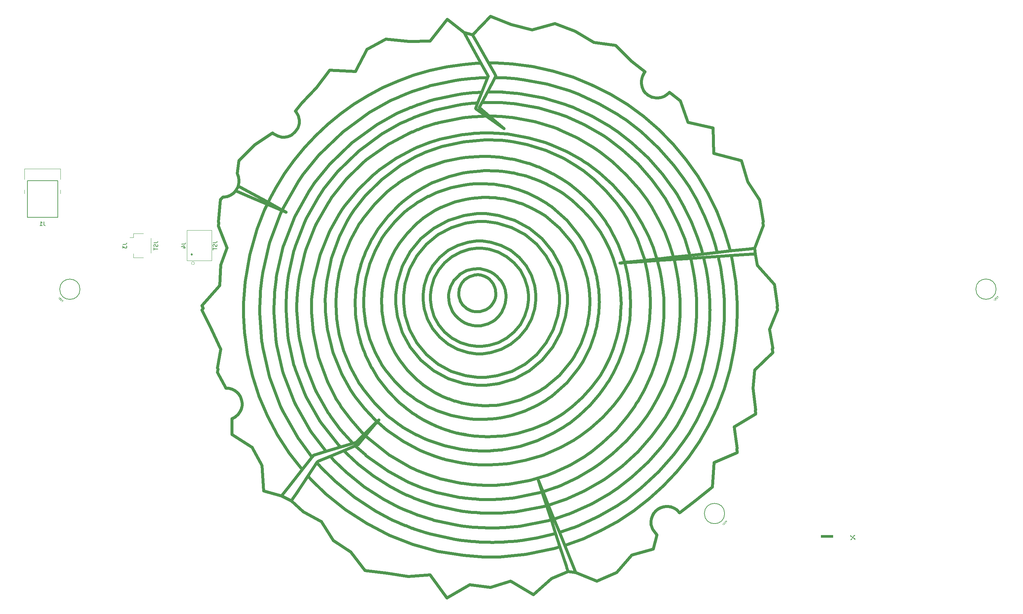
<source format=gbr>
G04 #@! TF.GenerationSoftware,KiCad,Pcbnew,(5.1.10-1-10_14)*
G04 #@! TF.CreationDate,2021-11-18T20:36:13+01:00*
G04 #@! TF.ProjectId,lumberjack,6c756d62-6572-46a6-9163-6b2e6b696361,1.5*
G04 #@! TF.SameCoordinates,Original*
G04 #@! TF.FileFunction,Legend,Bot*
G04 #@! TF.FilePolarity,Positive*
%FSLAX46Y46*%
G04 Gerber Fmt 4.6, Leading zero omitted, Abs format (unit mm)*
G04 Created by KiCad (PCBNEW (5.1.10-1-10_14)) date 2021-11-18 20:36:13*
%MOMM*%
%LPD*%
G01*
G04 APERTURE LIST*
%ADD10C,0.150000*%
%ADD11C,0.100000*%
%ADD12C,0.120000*%
%ADD13C,0.800000*%
G04 APERTURE END LIST*
D10*
X37713052Y-83003402D02*
G75*
G03*
X37713052Y-83003402I-2600933J0D01*
G01*
D11*
X33067584Y-86196956D02*
X33350427Y-85914114D01*
X33242677Y-85806364D01*
X33202271Y-85792895D01*
X33175334Y-85792895D01*
X33134928Y-85806364D01*
X33094521Y-85846770D01*
X33081053Y-85887176D01*
X33081053Y-85914114D01*
X33094521Y-85954520D01*
X33202271Y-86062269D01*
X33013709Y-85577396D02*
X32959834Y-85523521D01*
X32919428Y-85510053D01*
X32865554Y-85510053D01*
X32798210Y-85550459D01*
X32703929Y-85644740D01*
X32663523Y-85712083D01*
X32663523Y-85765958D01*
X32676992Y-85806364D01*
X32730866Y-85860239D01*
X32771273Y-85873708D01*
X32825147Y-85873708D01*
X32892491Y-85833301D01*
X32986772Y-85739021D01*
X33027178Y-85671677D01*
X33027178Y-85617802D01*
X33013709Y-85577396D01*
X32515367Y-85617802D02*
X32461492Y-85590865D01*
X32394149Y-85523521D01*
X32380680Y-85483115D01*
X32380680Y-85456178D01*
X32394149Y-85415772D01*
X32421086Y-85388834D01*
X32461492Y-85375366D01*
X32488430Y-85375366D01*
X32528836Y-85388834D01*
X32596179Y-85429240D01*
X32636586Y-85442709D01*
X32663523Y-85442709D01*
X32703929Y-85429240D01*
X32730867Y-85402303D01*
X32744335Y-85361897D01*
X32744335Y-85334959D01*
X32730866Y-85294553D01*
X32663523Y-85227210D01*
X32609648Y-85200272D01*
X32542305Y-85105992D02*
X32380680Y-84944367D01*
X32178650Y-85308022D02*
X32461492Y-85025179D01*
D10*
X272607489Y-82975932D02*
G75*
G03*
X272607489Y-82975932I-2600933J0D01*
G01*
D11*
X273200110Y-85020466D02*
X272917268Y-84737623D01*
X272809518Y-84845373D01*
X272796049Y-84885779D01*
X272796049Y-84912716D01*
X272809518Y-84953122D01*
X272849924Y-84993529D01*
X272890330Y-85006997D01*
X272917268Y-85006997D01*
X272957674Y-84993529D01*
X273065423Y-84885779D01*
X272580550Y-85074341D02*
X272526675Y-85128216D01*
X272513207Y-85168622D01*
X272513207Y-85222496D01*
X272553613Y-85289840D01*
X272647894Y-85384121D01*
X272715237Y-85424527D01*
X272769112Y-85424527D01*
X272809518Y-85411058D01*
X272863393Y-85357184D01*
X272876862Y-85316777D01*
X272876862Y-85262903D01*
X272836455Y-85195559D01*
X272742175Y-85101278D01*
X272674831Y-85060872D01*
X272620956Y-85060872D01*
X272580550Y-85074341D01*
X272620956Y-85572683D02*
X272594019Y-85626558D01*
X272526675Y-85693901D01*
X272486269Y-85707370D01*
X272459332Y-85707370D01*
X272418926Y-85693901D01*
X272391988Y-85666964D01*
X272378520Y-85626558D01*
X272378520Y-85599620D01*
X272391988Y-85559214D01*
X272432394Y-85491871D01*
X272445863Y-85451464D01*
X272445863Y-85424527D01*
X272432394Y-85384121D01*
X272405457Y-85357183D01*
X272365051Y-85343715D01*
X272338113Y-85343715D01*
X272297707Y-85357184D01*
X272230364Y-85424527D01*
X272203426Y-85478402D01*
X272109146Y-85545745D02*
X271947521Y-85707370D01*
X272311176Y-85909400D02*
X272028333Y-85626558D01*
X203594355Y-142538402D02*
X203311513Y-142255559D01*
X203203763Y-142363309D01*
X203190294Y-142403715D01*
X203190294Y-142430652D01*
X203203763Y-142471058D01*
X203244169Y-142511465D01*
X203284575Y-142524933D01*
X203311513Y-142524933D01*
X203351919Y-142511465D01*
X203459668Y-142403715D01*
X202974795Y-142592277D02*
X202920920Y-142646152D01*
X202907452Y-142686558D01*
X202907452Y-142740432D01*
X202947858Y-142807776D01*
X203042139Y-142902057D01*
X203109482Y-142942463D01*
X203163357Y-142942463D01*
X203203763Y-142928994D01*
X203257638Y-142875120D01*
X203271107Y-142834713D01*
X203271107Y-142780839D01*
X203230700Y-142713495D01*
X203136420Y-142619214D01*
X203069076Y-142578808D01*
X203015201Y-142578808D01*
X202974795Y-142592277D01*
X203015201Y-143090619D02*
X202988264Y-143144494D01*
X202920920Y-143211837D01*
X202880514Y-143225306D01*
X202853577Y-143225306D01*
X202813171Y-143211837D01*
X202786233Y-143184900D01*
X202772765Y-143144494D01*
X202772765Y-143117556D01*
X202786233Y-143077150D01*
X202826639Y-143009807D01*
X202840108Y-142969400D01*
X202840108Y-142942463D01*
X202826639Y-142902057D01*
X202799702Y-142875120D01*
X202759296Y-142861651D01*
X202732358Y-142861651D01*
X202691952Y-142875120D01*
X202624609Y-142942463D01*
X202597671Y-142996338D01*
X202503391Y-143063681D02*
X202341766Y-143225306D01*
X202705421Y-143427336D02*
X202422578Y-143144494D01*
D10*
X203001734Y-140493868D02*
G75*
G03*
X203001734Y-140493868I-2600933J0D01*
G01*
D12*
G36*
X227714375Y-146585000D02*
G01*
X230714375Y-146585000D01*
X230714375Y-145985000D01*
X227714375Y-145985000D01*
X227714375Y-146585000D01*
G37*
X227714375Y-146585000D02*
X230714375Y-146585000D01*
X230714375Y-145985000D01*
X227714375Y-145985000D01*
X227714375Y-146585000D01*
D11*
G36*
X235814375Y-146585000D02*
G01*
X236414375Y-145985000D01*
X236114375Y-145985000D01*
X235814375Y-146585000D01*
G37*
X235814375Y-146585000D02*
X236414375Y-145985000D01*
X236114375Y-145985000D01*
X235814375Y-146585000D01*
G36*
X235814375Y-146585000D02*
G01*
X236414375Y-147185000D01*
X236414375Y-146885000D01*
X235814375Y-146585000D01*
G37*
X235814375Y-146585000D02*
X236414375Y-147185000D01*
X236414375Y-146885000D01*
X235814375Y-146585000D01*
G36*
X235814375Y-146585000D02*
G01*
X235214375Y-147185000D01*
X235514375Y-147185000D01*
X235814375Y-146585000D01*
G37*
X235814375Y-146585000D02*
X235214375Y-147185000D01*
X235514375Y-147185000D01*
X235814375Y-146585000D01*
G36*
X235814375Y-146585000D02*
G01*
X235214375Y-145985000D01*
X235214375Y-146285000D01*
X235814375Y-146585000D01*
G37*
X235814375Y-146585000D02*
X235214375Y-145985000D01*
X235214375Y-146285000D01*
X235814375Y-146585000D01*
D13*
X137389375Y-92008125D02*
X137304575Y-91982125D01*
X137304575Y-91982125D02*
X136474575Y-91657725D01*
X136474575Y-91657725D02*
X136393175Y-91620726D01*
X138462375Y-92256526D02*
X138361575Y-92242725D01*
X138361575Y-92242725D02*
X137471575Y-92033125D01*
X137471575Y-92033125D02*
X137389375Y-92008125D01*
X143878975Y-90978525D02*
X143647975Y-91146525D01*
X143647975Y-91146525D02*
X142307975Y-91845325D01*
X142307975Y-91845325D02*
X140769375Y-92280325D01*
X140769375Y-92280325D02*
X140438174Y-92316325D01*
X140438174Y-92316325D02*
X140397175Y-92321725D01*
X140397175Y-92321725D02*
X139980375Y-92345725D01*
X139980375Y-92345725D02*
X139939175Y-92348725D01*
X139939175Y-92348725D02*
X139687375Y-92360725D01*
X139687375Y-92360725D02*
X139561575Y-92365125D01*
X139561575Y-92365125D02*
X139442175Y-92361725D01*
X139442175Y-92361725D02*
X139417175Y-92359525D01*
X139417175Y-92359525D02*
X139368575Y-92356525D01*
X139368575Y-92356525D02*
X139298975Y-92349925D01*
X140480374Y-59447326D02*
X139027775Y-59545125D01*
X139027775Y-59545125D02*
X137574974Y-59721725D01*
X139298975Y-92349925D02*
X138975375Y-92324925D01*
X138975375Y-92324925D02*
X138570775Y-92275125D01*
X138570775Y-92275125D02*
X138462375Y-92256526D01*
X146435375Y-87513725D02*
X146019974Y-88468725D01*
X146019974Y-88468725D02*
X145907175Y-88667125D01*
X145907175Y-88667125D02*
X145795175Y-88864525D01*
X145795175Y-88864525D02*
X145071575Y-89861725D01*
X145071575Y-89861725D02*
X144109175Y-90805925D01*
X144109175Y-90805925D02*
X143878975Y-90978525D01*
X136393175Y-91620726D02*
X136150175Y-91501525D01*
X136150175Y-91501525D02*
X135456775Y-91078125D01*
X135456775Y-91078125D02*
X134598575Y-90405325D01*
X134598575Y-90405325D02*
X133844375Y-89610126D01*
X133844375Y-89610126D02*
X133354975Y-88941725D01*
X133354975Y-88941725D02*
X133218175Y-88705125D01*
X133218175Y-88705125D02*
X133124975Y-88545725D01*
X133124975Y-88545725D02*
X132442375Y-86844325D01*
X132442375Y-86844325D02*
X132397975Y-86667325D01*
X132397975Y-86667325D02*
X132379375Y-86577325D01*
X132379375Y-86577325D02*
X132232975Y-85676725D01*
X132232975Y-85676725D02*
X132227775Y-85586725D01*
X132227775Y-85586725D02*
X132223175Y-85541325D01*
X132223175Y-85541325D02*
X132197175Y-85087725D01*
X132197175Y-85087725D02*
X132199375Y-85043125D01*
X134814375Y-84523525D02*
X134817775Y-84545125D01*
X134817775Y-84545125D02*
X134824175Y-84589525D01*
X134824175Y-84589525D02*
X134837175Y-84675125D01*
X132199375Y-85043125D02*
X132206775Y-84435325D01*
X132206775Y-84435325D02*
X132217775Y-84309525D01*
X132217775Y-84309525D02*
X132351375Y-83467725D01*
X132351375Y-83467725D02*
X132583575Y-82565925D01*
X132583575Y-82565925D02*
X132644375Y-82410725D01*
X132644375Y-82410725D02*
X132708175Y-82244525D01*
X132708175Y-82244525D02*
X133541574Y-80719125D01*
X133541574Y-80719125D02*
X133645775Y-80582325D01*
X133645775Y-80582325D02*
X133752175Y-80447925D01*
X133752175Y-80447925D02*
X134935975Y-79254325D01*
X134935975Y-79254325D02*
X135065975Y-79153126D01*
X135065975Y-79153126D02*
X135198575Y-79054525D01*
X135198575Y-79054525D02*
X136606775Y-78255925D01*
X136606775Y-78255925D02*
X136755375Y-78197326D01*
X134863175Y-84877126D02*
X134924975Y-85159325D01*
X134924975Y-85159325D02*
X134932775Y-85187325D01*
X134932775Y-85187325D02*
X134943575Y-85243725D01*
X134943575Y-85243725D02*
X135119375Y-85785125D01*
X135119375Y-85785125D02*
X135137775Y-85839525D01*
X135137775Y-85839525D02*
X135182175Y-85942726D01*
X135182175Y-85942726D02*
X135746375Y-86893125D01*
X135746375Y-86893125D02*
X135815775Y-86978725D01*
X135815775Y-86978725D02*
X135887375Y-87060125D01*
X135887375Y-87060125D02*
X136656775Y-87791525D01*
X136656775Y-87791525D02*
X136740375Y-87854525D01*
X136740375Y-87854525D02*
X136825975Y-87913125D01*
X136825975Y-87913125D02*
X137717975Y-88389325D01*
X136755375Y-78197326D02*
X137045175Y-78073725D01*
X137045175Y-78073725D02*
X138555775Y-77730725D01*
X138555775Y-77730725D02*
X140019375Y-77694925D01*
X140019375Y-77694925D02*
X140286375Y-77724326D01*
X140286375Y-77724326D02*
X140587975Y-77762325D01*
X140587975Y-77762325D02*
X141954175Y-78106325D01*
X141954175Y-78106325D02*
X143159575Y-78635725D01*
X143159575Y-78635725D02*
X143382175Y-78767125D01*
X143382175Y-78767125D02*
X143600175Y-78896325D01*
X143600175Y-78896325D02*
X144561575Y-79636325D01*
X144561575Y-79636325D02*
X145343775Y-80452125D01*
X145343775Y-80452125D02*
X145472975Y-80620325D01*
X145472975Y-80620325D02*
X145604375Y-80787325D01*
X145604375Y-80787325D02*
X146115375Y-81628525D01*
X146115375Y-81628525D02*
X146467975Y-82427125D01*
X146467975Y-82427125D02*
X146520174Y-82573525D01*
X146520174Y-82573525D02*
X146544975Y-82647325D01*
X146544975Y-82647325D02*
X146729575Y-83316725D01*
X146729575Y-83316725D02*
X146740375Y-83377725D01*
X146740375Y-83377725D02*
X146753175Y-83435925D01*
X146753175Y-83435925D02*
X146839175Y-83944925D01*
X146839175Y-83944925D02*
X146842375Y-83987325D01*
X146842375Y-83987325D02*
X146849975Y-84070925D01*
X146849975Y-84070925D02*
X146879375Y-84369325D01*
X131191375Y-76143526D02*
X129653775Y-78007325D01*
X129653775Y-78007325D02*
X128491575Y-80143925D01*
X128491575Y-80143925D02*
X127758175Y-82505125D01*
X127758175Y-82505125D02*
X127502175Y-84405125D01*
X127502175Y-84405125D02*
X127502175Y-85038725D01*
X127502175Y-85038725D02*
X127502175Y-85671325D01*
X127502175Y-85671325D02*
X127758175Y-87571325D01*
X127758175Y-87571325D02*
X128491575Y-89932325D01*
X128491575Y-89932325D02*
X129653775Y-92069925D01*
X129653775Y-92069925D02*
X131191375Y-93933125D01*
X131191375Y-93933125D02*
X133055375Y-95471725D01*
X133055375Y-95471725D02*
X135191775Y-96632725D01*
X135191775Y-96632725D02*
X137552975Y-97367325D01*
X137552975Y-97367325D02*
X139452975Y-97624525D01*
X139452975Y-97624525D02*
X140086575Y-97624525D01*
X140086575Y-97624525D02*
X140719375Y-97624525D01*
X140719375Y-97624525D02*
X142619375Y-97367325D01*
X142619375Y-97367325D02*
X144980375Y-96632725D01*
X144980375Y-96632725D02*
X147117974Y-95471725D01*
X147117974Y-95471725D02*
X148980975Y-93933125D01*
X148980975Y-93933125D02*
X150518575Y-92069925D01*
X150518575Y-92069925D02*
X151680775Y-89932325D01*
X151680775Y-89932325D02*
X152414175Y-87571325D01*
X152414175Y-87571325D02*
X152671375Y-85671325D01*
X115087774Y-88040126D02*
X115087774Y-88517326D01*
X115087774Y-88517326D02*
X115270175Y-89793525D01*
X115270175Y-89793525D02*
X115294975Y-89952925D01*
X115294975Y-89952925D02*
X115434975Y-90904525D01*
X115434975Y-90904525D02*
X115504375Y-91380925D01*
X115504375Y-91380925D02*
X115622775Y-91846525D01*
X115622775Y-91846525D02*
X116092775Y-93710725D01*
X116092775Y-93710725D02*
X116137175Y-93863725D01*
X116137175Y-93863725D02*
X116675175Y-95367725D01*
X116675175Y-95367725D02*
X116727375Y-95519325D01*
X116727375Y-95519325D02*
X116755375Y-95593125D01*
X116755375Y-95593125D02*
X117027975Y-96341725D01*
X117027975Y-96341725D02*
X117060374Y-96415725D01*
X152414175Y-82505125D02*
X151680775Y-80143925D01*
X151680775Y-80143925D02*
X150518575Y-78007325D01*
X150518575Y-78007325D02*
X148980975Y-76143526D01*
X148980975Y-76143526D02*
X147117974Y-74605725D01*
X147117974Y-74605725D02*
X144980375Y-73443725D01*
X144980375Y-73443725D02*
X142619375Y-72710125D01*
X142619375Y-72710125D02*
X140719375Y-72454125D01*
X140719375Y-72454125D02*
X140086575Y-72454125D01*
X140086575Y-72454125D02*
X140086575Y-72454125D01*
X143729375Y-81765125D02*
X143659975Y-81631526D01*
X143659975Y-81631526D02*
X143201775Y-80955725D01*
X143201775Y-80955725D02*
X142580175Y-80307925D01*
X142580175Y-80307925D02*
X142429375Y-80190725D01*
X142429375Y-80190725D02*
X142280774Y-80075725D01*
X142280774Y-80075725D02*
X141388775Y-79594925D01*
X141388775Y-79594925D02*
X140385175Y-79300926D01*
X140385175Y-79300926D02*
X140180975Y-79279326D01*
X140180975Y-79279326D02*
X140130175Y-79273725D01*
X140130175Y-79273725D02*
X139806775Y-79253125D01*
X139415175Y-79255325D02*
X138844375Y-79315926D01*
X138844375Y-79315926D02*
X138787975Y-79330125D01*
X138787975Y-79330125D02*
X138672974Y-79347725D01*
X138672974Y-79347725D02*
X137557375Y-79714325D01*
X137557375Y-79714325D02*
X137449975Y-79764325D01*
X137449975Y-79764325D02*
X137237375Y-79872725D01*
X137237375Y-79872725D02*
X136273775Y-80593125D01*
X136273775Y-80593125D02*
X135502375Y-81525325D01*
X135502375Y-81525325D02*
X135387375Y-81740125D01*
X135387375Y-81740125D02*
X135328775Y-81846525D01*
X135328775Y-81846525D02*
X134917375Y-82973725D01*
X134917375Y-82973725D02*
X134891375Y-83089925D01*
X134891375Y-83089925D02*
X134867375Y-83217925D01*
X146879375Y-84369325D02*
X146893175Y-84501525D01*
X146893175Y-84501525D02*
X146893175Y-84501525D01*
X146893175Y-84501525D02*
X146892175Y-84567925D01*
X146892175Y-84567925D02*
X146892175Y-84567925D01*
X146892175Y-84567925D02*
X146896575Y-84924925D01*
X146896575Y-84924925D02*
X146897775Y-84995325D01*
X146897775Y-84995325D02*
X146899975Y-85051725D01*
X146899975Y-85051725D02*
X146864175Y-85609525D01*
X146864175Y-85609525D02*
X146758775Y-86342925D01*
X146758775Y-86342925D02*
X146726375Y-86487325D01*
X146726375Y-86487325D02*
X146726375Y-86487325D01*
X140086575Y-72454125D02*
X139452975Y-72454125D01*
X139452975Y-72454125D02*
X137552975Y-72710125D01*
X137552975Y-72710125D02*
X135191775Y-73443725D01*
X135191775Y-73443725D02*
X133055375Y-74605725D01*
X133055375Y-74605725D02*
X131191375Y-76143526D01*
X139806775Y-79253125D02*
X139510375Y-79246525D01*
X139510375Y-79246525D02*
X139472775Y-79249925D01*
X139472775Y-79249925D02*
X139415175Y-79255325D01*
X152671375Y-85671325D02*
X152671375Y-85038725D01*
X152671375Y-85038725D02*
X152671375Y-84405125D01*
X152671375Y-84405125D02*
X152414175Y-82505125D01*
X146690375Y-59861725D02*
X146622175Y-59846725D01*
X146622175Y-59846725D02*
X145952775Y-59754525D01*
X145952775Y-59754525D02*
X145886375Y-59744525D01*
X145886375Y-59744525D02*
X145752975Y-59726325D01*
X145752975Y-59726325D02*
X144407375Y-59543925D01*
X144407375Y-59543925D02*
X144271775Y-59525325D01*
X144271775Y-59525325D02*
X144137375Y-59504925D01*
X144137375Y-59504925D02*
X143402775Y-59463726D01*
X143402775Y-59463726D02*
X142638775Y-59445125D01*
X142638775Y-59445125D02*
X142491375Y-59437725D01*
X142491375Y-59437725D02*
X141575375Y-59408125D01*
X141575375Y-59408125D02*
X141147975Y-59394325D01*
X141147975Y-59394325D02*
X141147975Y-59394325D01*
X141147975Y-59394325D02*
X141147975Y-59395325D01*
X141147975Y-59395325D02*
X141147975Y-59395325D01*
X141147975Y-59395325D02*
X141093575Y-59399525D01*
X141093575Y-59399525D02*
X140986375Y-59407325D01*
X140986375Y-59407325D02*
X140769375Y-59423525D01*
X140769375Y-59423525D02*
X140480374Y-59447326D01*
X116727375Y-76709925D02*
X116675175Y-76860725D01*
X116675175Y-76860725D02*
X116137175Y-78364525D01*
X116137175Y-78364525D02*
X116092775Y-78518525D01*
X116092775Y-78518525D02*
X115622775Y-80381526D01*
X115622775Y-80381526D02*
X115504375Y-80845925D01*
X115504375Y-80845925D02*
X115439375Y-81302925D01*
X115439375Y-81302925D02*
X115303775Y-82210925D01*
X115303775Y-82210925D02*
X115161575Y-83120325D01*
X115161575Y-83120325D02*
X115146375Y-83192125D01*
X115146375Y-83192125D02*
X115097775Y-84052325D01*
X115097775Y-84052325D02*
X115090975Y-84137125D01*
X115090975Y-84137125D02*
X114997775Y-86130325D01*
X114997775Y-86130325D02*
X114997775Y-86132325D01*
X114997775Y-86132325D02*
X114998775Y-86174925D01*
X114998775Y-86174925D02*
X114998775Y-86174925D01*
X114998775Y-86174925D02*
X115003175Y-86234525D01*
X115003175Y-86234525D02*
X115008575Y-86354925D01*
X115008575Y-86354925D02*
X115020375Y-86595725D01*
X115020375Y-86595725D02*
X115043175Y-87077725D01*
X115043175Y-87077725D02*
X115087774Y-88040126D01*
X124240375Y-65922125D02*
X123769375Y-66333126D01*
X123769375Y-66333126D02*
X121588575Y-68586725D01*
X121588575Y-68586725D02*
X119641775Y-71071725D01*
X119641775Y-71071725D02*
X119287975Y-71597925D01*
X119287975Y-71597925D02*
X118319175Y-73238725D01*
X118319175Y-73238725D02*
X118275775Y-73304925D01*
X118275775Y-73304925D02*
X117910175Y-74011325D01*
X117910175Y-74011325D02*
X117878575Y-74084925D01*
X117878575Y-74084925D02*
X117473775Y-74949925D01*
X117473775Y-74949925D02*
X117060374Y-75812325D01*
X117060374Y-75812325D02*
X117027975Y-75885125D01*
X117027975Y-75885125D02*
X116755375Y-76634925D01*
X116755375Y-76634925D02*
X116727375Y-76709925D01*
X134867375Y-83217925D02*
X134807975Y-83763725D01*
X134807975Y-83763725D02*
X134803575Y-84396325D01*
X134803575Y-84396325D02*
X134808775Y-84567925D01*
X134808775Y-84567925D02*
X134808775Y-84550325D01*
X134808775Y-84550325D02*
X134810975Y-84501525D01*
X134810975Y-84501525D02*
X134812175Y-84512325D01*
X134812175Y-84512325D02*
X134812175Y-84512325D01*
X134812175Y-84512325D02*
X134814375Y-84523525D01*
X168075975Y-82012325D02*
X168058775Y-81900725D01*
X168058775Y-81900725D02*
X168039175Y-81788925D01*
X168039175Y-81788925D02*
X167845975Y-80584525D01*
X167845975Y-80584525D02*
X167817975Y-80457725D01*
X167817975Y-80457725D02*
X167784175Y-80331725D01*
X167784175Y-80331725D02*
X167433775Y-78993725D01*
X167433775Y-78993725D02*
X167396775Y-78852725D01*
X167396775Y-78852725D02*
X167235175Y-78293925D01*
X167235175Y-78293925D02*
X166100175Y-75207926D01*
X166100175Y-75207926D02*
X164357375Y-71898526D01*
X164357375Y-71898526D02*
X163892175Y-71229125D01*
X163892175Y-71229125D02*
X163437375Y-70558525D01*
X163437375Y-70558525D02*
X160612975Y-67233725D01*
X160612975Y-67233725D02*
X157015975Y-64178125D01*
X157015975Y-64178125D02*
X156174975Y-63642325D01*
X156174975Y-63642325D02*
X155748575Y-63386325D01*
X155748575Y-63386325D02*
X153516575Y-62163125D01*
X153516575Y-62163125D02*
X151122975Y-61116326D01*
X168322375Y-84114325D02*
X168269375Y-83240725D01*
X168269375Y-83240725D02*
X168255175Y-83146325D01*
X168255175Y-83146325D02*
X168239975Y-83050926D01*
X168239975Y-83050926D02*
X168075975Y-82012325D01*
X158865975Y-97870725D02*
X156177174Y-101128125D01*
X156177174Y-101128125D02*
X152918775Y-103817125D01*
X152918775Y-103817125D02*
X149180775Y-105848125D01*
X149180775Y-105848125D02*
X145052975Y-107132925D01*
X145052975Y-107132925D02*
X141730374Y-107580925D01*
X141730374Y-107580925D02*
X140623775Y-107580925D01*
X140623775Y-107580925D02*
X140623775Y-107580925D01*
X168328775Y-84192325D02*
X168322375Y-84114325D01*
X128328775Y-67334925D02*
X132066775Y-65303525D01*
X132066775Y-65303525D02*
X136194575Y-64018725D01*
X136194575Y-64018725D02*
X139515975Y-63571725D01*
X139515975Y-63571725D02*
X140623775Y-63571725D01*
X140623775Y-63571725D02*
X141730374Y-63571725D01*
X141730374Y-63571725D02*
X145052975Y-64018725D01*
X145052975Y-64018725D02*
X149180775Y-65303525D01*
X149180775Y-65303525D02*
X152918775Y-67334925D01*
X152918775Y-67334925D02*
X156177174Y-70023526D01*
X156177174Y-70023526D02*
X158865975Y-73282125D01*
X158865975Y-73282125D02*
X160897175Y-77018925D01*
X160897175Y-77018925D02*
X162181774Y-81147725D01*
X162181774Y-81147725D02*
X162630175Y-84469125D01*
X162630175Y-84469125D02*
X162630175Y-85576726D01*
X162630175Y-85576726D02*
X162630175Y-86683725D01*
X162630175Y-86683725D02*
X162181774Y-90005125D01*
X162181774Y-90005125D02*
X160897175Y-94133725D01*
X160897175Y-94133725D02*
X158865975Y-97870725D01*
X119066775Y-81147725D02*
X120351575Y-77018925D01*
X120351575Y-77018925D02*
X122382775Y-73282125D01*
X122382775Y-73282125D02*
X125071575Y-70023526D01*
X125071575Y-70023526D02*
X128328775Y-67334925D01*
X136194575Y-107132925D02*
X132066775Y-105848125D01*
X132066775Y-105848125D02*
X128328775Y-103817125D01*
X128328775Y-103817125D02*
X125071575Y-101128125D01*
X125071575Y-101128125D02*
X122382775Y-97870725D01*
X122382775Y-97870725D02*
X120351575Y-94133725D01*
X120351575Y-94133725D02*
X119066775Y-90005125D01*
X119066775Y-90005125D02*
X118619575Y-86683725D01*
X118619575Y-86683725D02*
X118619575Y-85576726D01*
X118619575Y-85576726D02*
X118619575Y-84469125D01*
X118619575Y-84469125D02*
X119066775Y-81147725D01*
X144239375Y-84875925D02*
X144242375Y-84860725D01*
X144242375Y-84860725D02*
X144250175Y-84791325D01*
X144250175Y-84791325D02*
X144290175Y-84435325D01*
X144290175Y-84435325D02*
X144290175Y-84435325D01*
X144290175Y-84435325D02*
X144287975Y-84501525D01*
X144287975Y-84501525D02*
X144287975Y-84501525D01*
X144287975Y-84501525D02*
X144295775Y-84219525D01*
X144295775Y-84219525D02*
X144297974Y-84165125D01*
X144297974Y-84165125D02*
X144298975Y-84109925D01*
X144298975Y-84109925D02*
X144232775Y-83311326D01*
X144232775Y-83311326D02*
X144215374Y-83209325D01*
X144215374Y-83209325D02*
X144195775Y-83107325D01*
X144195775Y-83107325D02*
X144049375Y-82533125D01*
X144049375Y-82533125D02*
X143799975Y-81897325D01*
X143799975Y-81897325D02*
X143729375Y-81765125D01*
X143729375Y-81765125D02*
X143729375Y-81765125D01*
X140623775Y-107580925D02*
X139515975Y-107580925D01*
X139515975Y-107580925D02*
X136194575Y-107132925D01*
X144165375Y-85241525D02*
X144207775Y-85090725D01*
X144207775Y-85090725D02*
X144212175Y-85077925D01*
X144212175Y-85077925D02*
X144215374Y-85062725D01*
X144215374Y-85062725D02*
X144239375Y-84875925D01*
X143208575Y-87057126D02*
X143296375Y-86953925D01*
X143296375Y-86953925D02*
X143384374Y-86850725D01*
X143384374Y-86850725D02*
X143729375Y-86328925D01*
X143729375Y-86328925D02*
X143971374Y-85828725D01*
X143971374Y-85828725D02*
X144008175Y-85736525D01*
X144008175Y-85736525D02*
X144026575Y-85688725D01*
X144026575Y-85688725D02*
X144154575Y-85289325D01*
X144154575Y-85289325D02*
X144160975Y-85258925D01*
X144160975Y-85258925D02*
X144165375Y-85241525D01*
X138321375Y-88589126D02*
X138368975Y-88599925D01*
X138368975Y-88599925D02*
X138416774Y-88610725D01*
X138416774Y-88610725D02*
X138845375Y-88685725D01*
X138845375Y-88685725D02*
X138878975Y-88687925D01*
X138878975Y-88687925D02*
X138901775Y-88694325D01*
X138901775Y-88694325D02*
X139157975Y-88712925D01*
X139157975Y-88712925D02*
X139490975Y-88719325D01*
X139490975Y-88719325D02*
X139552975Y-88721525D01*
X139552975Y-88721525D02*
X139592975Y-88718125D01*
X139592975Y-88718125D02*
X139990175Y-88690125D01*
X139990175Y-88690125D02*
X140029175Y-88687925D01*
X140029175Y-88687925D02*
X140204974Y-88662925D01*
X140204974Y-88662925D02*
X141035175Y-88457925D01*
X141035175Y-88457925D02*
X141792375Y-88148526D01*
X141792375Y-88148526D02*
X141932375Y-88071525D01*
X141932375Y-88071525D02*
X142071375Y-87994525D01*
X142071375Y-87994525D02*
X142691775Y-87551725D01*
X142691775Y-87551725D02*
X143208575Y-87057126D01*
X137717975Y-88389325D02*
X137811375Y-88424125D01*
X137811375Y-88424125D02*
X137856775Y-88441525D01*
X137856775Y-88441525D02*
X138321375Y-88589126D01*
X128792175Y-62726525D02*
X128655375Y-62795925D01*
X128655375Y-62795925D02*
X127352375Y-63613925D01*
X127352375Y-63613925D02*
X127220975Y-63694325D01*
X127220975Y-63694325D02*
X126436575Y-64190125D01*
X126436575Y-64190125D02*
X125700775Y-64759925D01*
X125700775Y-64759925D02*
X125579375Y-64856525D01*
X125579375Y-64856525D02*
X124356575Y-65817925D01*
X124356575Y-65817925D02*
X124240375Y-65922125D01*
X134837175Y-84675125D02*
X134860975Y-84848725D01*
X134860975Y-84848725D02*
X134863175Y-84877126D01*
X137574974Y-59721725D02*
X137285975Y-59787125D01*
X137285975Y-59787125D02*
X136700175Y-59867325D01*
X136700175Y-59867325D02*
X133811775Y-60594325D01*
X133811775Y-60594325D02*
X130984175Y-61651325D01*
X130984175Y-61651325D02*
X130429575Y-61897325D01*
X130429575Y-61897325D02*
X130292975Y-61965725D01*
X130292975Y-61965725D02*
X128928975Y-62657125D01*
X128928975Y-62657125D02*
X128792175Y-62726525D01*
X151122975Y-61116326D02*
X150615175Y-60949125D01*
X150615175Y-60949125D02*
X150488175Y-60905725D01*
X150488175Y-60905725D02*
X149216575Y-60469525D01*
X149216575Y-60469525D02*
X149088575Y-60429325D01*
X149088575Y-60429325D02*
X148955975Y-60397925D01*
X148955975Y-60397925D02*
X147626775Y-60084325D01*
X147626775Y-60084325D02*
X147493575Y-60052925D01*
X147493575Y-60052925D02*
X146690375Y-59861725D01*
X117060374Y-96415725D02*
X117473775Y-97278125D01*
X117473775Y-97278125D02*
X117878575Y-98144325D01*
X117878575Y-98144325D02*
X117910175Y-98216725D01*
X117910175Y-98216725D02*
X118275775Y-98922125D01*
X118275775Y-98922125D02*
X118319175Y-98989525D01*
X118319175Y-98989525D02*
X119287975Y-100630125D01*
X119287975Y-100630125D02*
X119641775Y-101156325D01*
X119641775Y-101156325D02*
X121588575Y-103640125D01*
X121588575Y-103640125D02*
X123769375Y-105894925D01*
X123769375Y-105894925D02*
X124240375Y-106305925D01*
X124240375Y-106305925D02*
X124356575Y-106409325D01*
X124356575Y-106409325D02*
X125579375Y-107370725D01*
X125579375Y-107370725D02*
X125700775Y-107468125D01*
X125700775Y-107468125D02*
X126436575Y-108038925D01*
X126436575Y-108038925D02*
X127220975Y-108533725D01*
X127220975Y-108533725D02*
X127352375Y-108612925D01*
X127352375Y-108612925D02*
X128655375Y-109432125D01*
X128655375Y-109432125D02*
X128792175Y-109502725D01*
X128792175Y-109502725D02*
X128928975Y-109570925D01*
X128928975Y-109570925D02*
X130292975Y-110262325D01*
X130292975Y-110262325D02*
X130429575Y-110331725D01*
X130429575Y-110331725D02*
X130836575Y-110538925D01*
X130836575Y-110538925D02*
X132109375Y-111030326D01*
X132109375Y-111030326D02*
X132250375Y-111082725D01*
X132250375Y-111082725D02*
X133664175Y-111600125D01*
X133664175Y-111600125D02*
X133811775Y-111633725D01*
X133811775Y-111633725D02*
X133955975Y-111672926D01*
X133955975Y-111672926D02*
X135395975Y-112074325D01*
X135395975Y-112074325D02*
X135539175Y-112114525D01*
X135539175Y-112114525D02*
X135682375Y-112152325D01*
X135682375Y-112152325D02*
X137092975Y-112407325D01*
X137092975Y-112407325D02*
X137234175Y-112435725D01*
X137234175Y-112435725D02*
X137498775Y-112498526D01*
X137498775Y-112498526D02*
X138976575Y-112679925D01*
X138976575Y-112679925D02*
X140528175Y-112781725D01*
X140528175Y-112781725D02*
X140832175Y-112806725D01*
X140832175Y-112806725D02*
X141202175Y-112832925D01*
X141202175Y-112832925D02*
X141632975Y-112818725D01*
X141632975Y-112818725D02*
X142493575Y-112790325D01*
X142493575Y-112790325D02*
X142635375Y-112781725D01*
X142635375Y-112781725D02*
X144055975Y-112729525D01*
X144055975Y-112729525D02*
X144195775Y-112710125D01*
X144195775Y-112710125D02*
X145024975Y-112626525D01*
X145024975Y-112626525D02*
X147493575Y-112175125D01*
X147493575Y-112175125D02*
X150614175Y-111278925D01*
X150614175Y-111278925D02*
X153519974Y-110067125D01*
X153519974Y-110067125D02*
X155534975Y-108992725D01*
X155534975Y-108992725D02*
X156174975Y-108585925D01*
X156174975Y-108585925D02*
X157015975Y-108048725D01*
X157015975Y-108048725D02*
X160612975Y-104993125D01*
X160612975Y-104993125D02*
X163437375Y-101670725D01*
X163437375Y-101670725D02*
X163892175Y-101000125D01*
X163892175Y-101000125D02*
X164357375Y-100329525D01*
X164357375Y-100329525D02*
X166100175Y-97020125D01*
X166100175Y-97020125D02*
X167235175Y-93934125D01*
X167235175Y-93934125D02*
X167396775Y-93375325D01*
X167396775Y-93375325D02*
X167433775Y-93233125D01*
X167433775Y-93233125D02*
X167784175Y-91896325D01*
X167784175Y-91896325D02*
X167817975Y-91770325D01*
X167817975Y-91770325D02*
X167844975Y-91644525D01*
X167844975Y-91644525D02*
X168033775Y-90466325D01*
X168033775Y-90466325D02*
X168053175Y-90356725D01*
X168053175Y-90356725D02*
X168070775Y-90245926D01*
X168070775Y-90245926D02*
X168234575Y-89231525D01*
X168234575Y-89231525D02*
X168249575Y-89139325D01*
X168249575Y-89139325D02*
X168263775Y-89044925D01*
X168263775Y-89044925D02*
X168321375Y-88138725D01*
X168321375Y-88138725D02*
X168327775Y-88059525D01*
X168327775Y-88059525D02*
X168342975Y-87777325D01*
X168342975Y-87777325D02*
X168399375Y-86716325D01*
X168399375Y-86716325D02*
X168430975Y-86137926D01*
X168430975Y-86137926D02*
X168434175Y-86096725D01*
X168434175Y-86096725D02*
X168432975Y-86073925D01*
X168432975Y-86073925D02*
X168403775Y-85547725D01*
X168403775Y-85547725D02*
X168344175Y-84483125D01*
X168344175Y-84483125D02*
X168328775Y-84192325D01*
X168328775Y-84192325D02*
X168328775Y-84192325D01*
X140086575Y-99490725D02*
X139358575Y-99490725D01*
X139358575Y-99490725D02*
X137177775Y-99195725D01*
X137177775Y-99195725D02*
X134465975Y-98352725D01*
X134465975Y-98352725D02*
X132011575Y-97018925D01*
X132011575Y-97018925D02*
X129871775Y-95252725D01*
X129871775Y-95252725D02*
X128105375Y-93112725D01*
X128105375Y-93112725D02*
X126771775Y-90658125D01*
X126771775Y-90658125D02*
X125928775Y-87947925D01*
X125928775Y-87947925D02*
X125634575Y-85765725D01*
X125634575Y-85765725D02*
X125634575Y-85038725D01*
X125634575Y-85038725D02*
X125634575Y-84310725D01*
X125634575Y-84310725D02*
X125928775Y-82129525D01*
X125928775Y-82129525D02*
X126771775Y-79418125D01*
X126771775Y-79418125D02*
X128105375Y-76963726D01*
X128105375Y-76963726D02*
X129871775Y-74823925D01*
X129871775Y-74823925D02*
X132011575Y-73057325D01*
X132011575Y-73057325D02*
X134465975Y-71723725D01*
X134465975Y-71723725D02*
X137177775Y-70880725D01*
X137177775Y-70880725D02*
X139358575Y-70586725D01*
X139358575Y-70586725D02*
X140086575Y-70586725D01*
X140086575Y-70586725D02*
X140813775Y-70586725D01*
X140813775Y-70586725D02*
X142995775Y-70880725D01*
X142995775Y-70880725D02*
X145706375Y-71723725D01*
X145706375Y-71723725D02*
X148161775Y-73057325D01*
X148161775Y-73057325D02*
X150301575Y-74823925D01*
X150301575Y-74823925D02*
X152067975Y-76963726D01*
X152067975Y-76963726D02*
X153401575Y-79418125D01*
X153401575Y-79418125D02*
X154244575Y-82129525D01*
X154244575Y-82129525D02*
X154539975Y-84310725D01*
X154539975Y-84310725D02*
X154539975Y-85038725D01*
X154539975Y-85038725D02*
X154539975Y-85765725D01*
X154539975Y-85765725D02*
X154244575Y-87947925D01*
X154244575Y-87947925D02*
X153401575Y-90658125D01*
X153401575Y-90658125D02*
X152067975Y-93112725D01*
X152067975Y-93112725D02*
X150301575Y-95252725D01*
X150301575Y-95252725D02*
X148161775Y-97018925D01*
X148161775Y-97018925D02*
X145706375Y-98352725D01*
X145706375Y-98352725D02*
X142995775Y-99195725D01*
X142995775Y-99195725D02*
X140813775Y-99490725D01*
X140813775Y-99490725D02*
X140086575Y-99490725D01*
X140086575Y-99490725D02*
X140086575Y-99490725D01*
X140623775Y-65590925D02*
X139617974Y-65590925D01*
X139617974Y-65590925D02*
X136600375Y-65996725D01*
X136600375Y-65996725D02*
X132851575Y-67163125D01*
X132851575Y-67163125D02*
X129457375Y-69008925D01*
X129457375Y-69008925D02*
X126498575Y-71451525D01*
X126498575Y-71451525D02*
X124055975Y-74410325D01*
X124055975Y-74410325D02*
X122211375Y-77804525D01*
X122211375Y-77804525D02*
X121044975Y-81553525D01*
X121044975Y-81553525D02*
X120638975Y-84570925D01*
X120638975Y-84570925D02*
X120638975Y-85576726D01*
X120638975Y-85576726D02*
X120638975Y-86581725D01*
X120638975Y-86581725D02*
X121044975Y-89599326D01*
X121044975Y-89599326D02*
X122211375Y-93348125D01*
X122211375Y-93348125D02*
X124055975Y-96742325D01*
X124055975Y-96742325D02*
X126498575Y-99701325D01*
X126498575Y-99701325D02*
X129457375Y-102143725D01*
X129457375Y-102143725D02*
X132851575Y-103988525D01*
X132851575Y-103988525D02*
X136600375Y-105154925D01*
X136600375Y-105154925D02*
X139617974Y-105561725D01*
X139617974Y-105561725D02*
X140623775Y-105561725D01*
X140623775Y-105561725D02*
X141628574Y-105561725D01*
X141628574Y-105561725D02*
X144646375Y-105154925D01*
X144646375Y-105154925D02*
X148396375Y-103988525D01*
X148396375Y-103988525D02*
X151790175Y-102143725D01*
X151790175Y-102143725D02*
X154749375Y-99701325D01*
X154749375Y-99701325D02*
X157191775Y-96742325D01*
X157191775Y-96742325D02*
X159037375Y-93348125D01*
X159037375Y-93348125D02*
X160203775Y-89599326D01*
X160203775Y-89599326D02*
X160610775Y-86581725D01*
X160610775Y-86581725D02*
X160610775Y-85576726D01*
X160610775Y-85576726D02*
X160610775Y-84570925D01*
X160610775Y-84570925D02*
X160203775Y-81553525D01*
X160203775Y-81553525D02*
X159037375Y-77804525D01*
X159037375Y-77804525D02*
X157191775Y-74410325D01*
X157191775Y-74410325D02*
X154749375Y-71451525D01*
X154749375Y-71451525D02*
X151790175Y-69008925D01*
X151790175Y-69008925D02*
X148396375Y-67163125D01*
X148396375Y-67163125D02*
X144646375Y-65996725D01*
X144646375Y-65996725D02*
X141628574Y-65590925D01*
X141628574Y-65590925D02*
X140623775Y-65590925D01*
X140623775Y-65590925D02*
X140623775Y-65590925D01*
X95425175Y-110047326D02*
X95151775Y-109471325D01*
X95151775Y-109471325D02*
X92882975Y-103508725D01*
X92882975Y-103508725D02*
X92694175Y-102897925D01*
X92694175Y-102897925D02*
X92507375Y-102284925D01*
X92507375Y-102284925D02*
X91134975Y-96030325D01*
X91134975Y-96030325D02*
X91037175Y-95397925D01*
X91037175Y-95397925D02*
X90944975Y-94758725D01*
X90944975Y-94758725D02*
X90497975Y-88350325D01*
X90497975Y-88350325D02*
X90492375Y-87691725D01*
X90492375Y-87691725D02*
X90497975Y-87078725D01*
X90497975Y-87078725D02*
X90635775Y-83899325D01*
X90635775Y-83899325D02*
X90944975Y-80684325D01*
X90944975Y-80684325D02*
X91037175Y-80055125D01*
X91037175Y-80055125D02*
X91134975Y-79421325D01*
X91134975Y-79421325D02*
X92507375Y-73168125D01*
X92507375Y-73168125D02*
X92694175Y-72555925D01*
X92694175Y-72555925D02*
X92882975Y-71945125D01*
X92882975Y-71945125D02*
X95151775Y-65981725D01*
X95151775Y-65981725D02*
X95425175Y-65406525D01*
X95425175Y-65406525D02*
X95699975Y-64832725D01*
X95699975Y-64832725D02*
X98797775Y-59296525D01*
X98797775Y-59296525D02*
X99148975Y-58770325D01*
X99148975Y-58770325D02*
X100186575Y-57199125D01*
X100186575Y-57199125D02*
X103757375Y-52786325D01*
X103757375Y-52786325D02*
X109111375Y-47564925D01*
X109111375Y-47564925D02*
X115071575Y-43184325D01*
X115071575Y-43184325D02*
X119835975Y-40470725D01*
X119835975Y-40470725D02*
X121496375Y-39724125D01*
X121496375Y-39724125D02*
X121631775Y-39658925D01*
X121631775Y-39658925D02*
X123016375Y-39060925D01*
X123016375Y-39060925D02*
X123157375Y-39007925D01*
X123157375Y-39007925D02*
X123296375Y-38951525D01*
X123296375Y-38951525D02*
X124691775Y-38398125D01*
X124691775Y-38398125D02*
X124831775Y-38342925D01*
X124831775Y-38342925D02*
X125114975Y-38246325D01*
X125114975Y-38246325D02*
X127944975Y-37301325D01*
X127944975Y-37301325D02*
X128232375Y-37225125D01*
X128232375Y-37225125D02*
X128799975Y-37050325D01*
X128799975Y-37050325D02*
X134542175Y-35777725D01*
X134542175Y-35777725D02*
X135117175Y-35684325D01*
X135117175Y-35684325D02*
X135405774Y-35646325D01*
X135405774Y-35646325D02*
X138280975Y-35299125D01*
X138280975Y-35299125D02*
X138569975Y-35281725D01*
X138569975Y-35281725D02*
X138659975Y-35274325D01*
X138659975Y-35274325D02*
X139563775Y-35201525D01*
X139563775Y-35201525D02*
X139654975Y-35194925D01*
X139654975Y-35194925D02*
X140737775Y-32428125D01*
X140737775Y-32428125D02*
X140720375Y-32428125D01*
X140720375Y-32428125D02*
X140681375Y-32428925D01*
X140681375Y-32428925D02*
X140668175Y-32428925D01*
X140668175Y-32428925D02*
X140515175Y-32434525D01*
X140515175Y-32434525D02*
X138992974Y-32545125D01*
X138992974Y-32545125D02*
X138840975Y-32555925D01*
X138840975Y-32555925D02*
X138535175Y-32572325D01*
X138535175Y-32572325D02*
X135476375Y-32920725D01*
X135476375Y-32920725D02*
X135169175Y-32958725D01*
X135169175Y-32958725D02*
X134558175Y-33053925D01*
X134558175Y-33053925D02*
X128445975Y-34363725D01*
X128445975Y-34363725D02*
X127841575Y-34546325D01*
X127841575Y-34546325D02*
X127535775Y-34624325D01*
X127535775Y-34624325D02*
X124519375Y-35608525D01*
X124519375Y-35608525D02*
X124216575Y-35708125D01*
X124216575Y-35708125D02*
X124067975Y-35765725D01*
X124067975Y-35765725D02*
X122580175Y-36346325D01*
X122580175Y-36346325D02*
X122431575Y-36404925D01*
X122431575Y-36404925D02*
X121536375Y-36757325D01*
X121536375Y-36757325D02*
X120658575Y-37154525D01*
X120658575Y-37154525D02*
X118884375Y-37934925D01*
X118884375Y-37934925D02*
X113789175Y-40788525D01*
X113789175Y-40788525D02*
X107404375Y-45421725D01*
X107404375Y-45421725D02*
X101664375Y-50969926D01*
X101664375Y-50969926D02*
X97838574Y-55671325D01*
X97838574Y-55671325D02*
X96728575Y-57347725D01*
X96728575Y-57347725D02*
X96350775Y-57908725D01*
X96350775Y-57908725D02*
X93026375Y-63811526D01*
X93026375Y-63811526D02*
X92730975Y-64423525D01*
X92730975Y-64423525D02*
X92436775Y-65036525D01*
X92436775Y-65036525D02*
X89996575Y-71398525D01*
X89996575Y-71398525D02*
X89792775Y-72050325D01*
X89792775Y-72050325D02*
X89590775Y-72703725D01*
X89590775Y-72703725D02*
X88106575Y-79382325D01*
X88106575Y-79382325D02*
X88000175Y-80059325D01*
X88000175Y-80059325D02*
X87955775Y-80398925D01*
X87955775Y-80398925D02*
X87581375Y-83788725D01*
X87581375Y-83788725D02*
X87562975Y-84123925D01*
X87562975Y-84123925D02*
X87528175Y-84446325D01*
X87528175Y-84446325D02*
X87444575Y-86186726D01*
X87444575Y-86186726D02*
X87405375Y-87937125D01*
X87405375Y-87937125D02*
X87393575Y-88264525D01*
X87393575Y-88264525D02*
X87402175Y-88950325D01*
X87402175Y-88950325D02*
X87899175Y-95790725D01*
X87899175Y-95790725D02*
X88000175Y-96469925D01*
X88000175Y-96469925D02*
X88106575Y-97145925D01*
X88106575Y-97145925D02*
X89590775Y-103824525D01*
X89590775Y-103824525D02*
X89792775Y-104478725D01*
X89792775Y-104478725D02*
X89996575Y-105129925D01*
X89996575Y-105129925D02*
X92436775Y-111490725D01*
X92436775Y-111490725D02*
X92730975Y-112104525D01*
X92730975Y-112104525D02*
X93026375Y-112716725D01*
X93026375Y-112716725D02*
X96350775Y-118619525D01*
X96350775Y-118619525D02*
X96728575Y-119181525D01*
X96728575Y-119181525D02*
X97038775Y-119650325D01*
X97038775Y-119650325D02*
X100424175Y-124118525D01*
X100424175Y-124118525D02*
X100787775Y-124543925D01*
X100787775Y-124543925D02*
X104456375Y-123423126D01*
X104456375Y-123423126D02*
X103972375Y-122900125D01*
X103972375Y-122900125D02*
X99545175Y-117283725D01*
X99545175Y-117283725D02*
X99148975Y-116683726D01*
X99148975Y-116683726D02*
X98797775Y-116157325D01*
X98797775Y-116157325D02*
X95699975Y-110621525D01*
X95699975Y-110621525D02*
X95425175Y-110047326D01*
X95425175Y-110047326D02*
X95425175Y-110047326D01*
X104237175Y-112413925D02*
X103339575Y-111027325D01*
X103339575Y-111027325D02*
X101070775Y-106594925D01*
X101070775Y-106594925D02*
X98787975Y-100350125D01*
X98787975Y-100350125D02*
X97434975Y-93830925D01*
X97434975Y-93830925D02*
X97025775Y-88847325D01*
X97025775Y-88847325D02*
X97057175Y-87189325D01*
X97057175Y-87189325D02*
X97079975Y-85534525D01*
X97079975Y-85534525D02*
X97649575Y-80577925D01*
X97649575Y-80577925D02*
X99203575Y-74153126D01*
X99203575Y-74153126D02*
X101657975Y-68060725D01*
X101657975Y-68060725D02*
X104030975Y-63776725D01*
X104030975Y-63776725D02*
X104956575Y-62443125D01*
X104956575Y-62443125D02*
X105571774Y-61554525D01*
X105571774Y-61554525D02*
X108984375Y-57412925D01*
X108984375Y-57412925D02*
X112795975Y-53707325D01*
X112795975Y-53707325D02*
X113612175Y-53036725D01*
X113612175Y-53036725D02*
X114429175Y-52368525D01*
X114429175Y-52368525D02*
X118738975Y-49408125D01*
X118738975Y-49408125D02*
X123292975Y-46975725D01*
X123292975Y-46975725D02*
X124232775Y-46572125D01*
X124232775Y-46572125D02*
X124463775Y-46462325D01*
X124463775Y-46462325D02*
X126831575Y-45532325D01*
X126831575Y-45532325D02*
X127067975Y-45440125D01*
X127067975Y-45440125D02*
X127308775Y-45362125D01*
X127308775Y-45362125D02*
X129710175Y-44595925D01*
X129710175Y-44595925D02*
X129954375Y-44535125D01*
X129954375Y-44535125D02*
X130435975Y-44394325D01*
X130435975Y-44394325D02*
X135293975Y-43386325D01*
X135293975Y-43386325D02*
X135780175Y-43313525D01*
X135780175Y-43313525D02*
X136023175Y-43285125D01*
X136023175Y-43285125D02*
X138450375Y-43024925D01*
X138450375Y-43024925D02*
X138693575Y-43013925D01*
X138693575Y-43013925D02*
X138935375Y-42992325D01*
X138935375Y-42992325D02*
X141345375Y-42897925D01*
X141345375Y-42897925D02*
X141585175Y-42895725D01*
X141585175Y-42895725D02*
X142324175Y-42885925D01*
X142324175Y-42885925D02*
X143025175Y-42904325D01*
X143025175Y-42904325D02*
X143141375Y-42907725D01*
X143141375Y-42907725D02*
X144305375Y-42937925D01*
X144305375Y-42937925D02*
X144422774Y-42941325D01*
X144422774Y-42941325D02*
X144658175Y-42959925D01*
X144658175Y-42959925D02*
X147021375Y-43149525D01*
X147021375Y-43149525D02*
X147253574Y-43180125D01*
X147253574Y-43180125D02*
X148180175Y-43291725D01*
X148180175Y-43291725D02*
X152694174Y-44139325D01*
X152694174Y-44139325D02*
X157001775Y-45380325D01*
X157001775Y-45380325D02*
X157826575Y-45688725D01*
X157826575Y-45688725D02*
X158648975Y-45997925D01*
X158648975Y-45997925D02*
X162583575Y-47755725D01*
X162583575Y-47755725D02*
X166243575Y-49785925D01*
X166243575Y-49785925D02*
X166930175Y-50232925D01*
X166930175Y-50232925D02*
X167934975Y-50888525D01*
X167934975Y-50888525D02*
X170810375Y-53068125D01*
X170810375Y-53068125D02*
X174220775Y-56145325D01*
X174220775Y-56145325D02*
X177169975Y-59376725D01*
X177169975Y-59376725D02*
X179078775Y-61824925D01*
X179078775Y-61824925D02*
X179663575Y-62676525D01*
X179663575Y-62676525D02*
X180213775Y-63475125D01*
X180213775Y-63475125D02*
X181721775Y-65974125D01*
X181721775Y-65974125D02*
X183363575Y-69202125D01*
X183363575Y-69202125D02*
X184637375Y-72295725D01*
X184637375Y-72295725D02*
X185378574Y-74460325D01*
X185378574Y-74460325D02*
X185593575Y-75191725D01*
X185593575Y-75191725D02*
X185593575Y-75191725D01*
X185593575Y-75191725D02*
X185594575Y-75194925D01*
X185594575Y-75194925D02*
X185594575Y-75194925D01*
X185594575Y-75194925D02*
X189826375Y-74734925D01*
X189826375Y-74734925D02*
X189825175Y-74731725D01*
X189825175Y-74731725D02*
X189819975Y-74708725D01*
X189819975Y-74708725D02*
X189819975Y-74706725D01*
X189819975Y-74706725D02*
X189600375Y-73909325D01*
X189600375Y-73909325D02*
X188838775Y-71545925D01*
X188838775Y-71545925D02*
X187520375Y-68158125D01*
X187520375Y-68158125D02*
X185805975Y-64608925D01*
X185805975Y-64608925D02*
X184221775Y-61847725D01*
X184221775Y-61847725D02*
X183641375Y-60963125D01*
X183641375Y-60963125D02*
X183025175Y-60017125D01*
X183025175Y-60017125D02*
X180999375Y-57294526D01*
X180999375Y-57294526D02*
X177843775Y-53688925D01*
X177843775Y-53688925D02*
X174167775Y-50237325D01*
X174167775Y-50237325D02*
X171053575Y-47775325D01*
X171053575Y-47775325D02*
X169964175Y-47030925D01*
X169964175Y-47030925D02*
X169217775Y-46525325D01*
X169217775Y-46525325D02*
X165229975Y-44199925D01*
X165229975Y-44199925D02*
X160922175Y-42180725D01*
X160922175Y-42180725D02*
X160015175Y-41829125D01*
X160015175Y-41829125D02*
X159107975Y-41475325D01*
X159107975Y-41475325D02*
X154357375Y-40047325D01*
X154357375Y-40047325D02*
X149366375Y-39067725D01*
X149366375Y-39067725D02*
X148338775Y-38939525D01*
X148338775Y-38939525D02*
X148080375Y-38903725D01*
X148080375Y-38903725D02*
X145523975Y-38681325D01*
X145523975Y-38681325D02*
X145264575Y-38658525D01*
X145264575Y-38658525D02*
X145127975Y-38653125D01*
X145127975Y-38653125D02*
X143765175Y-38609525D01*
X143765175Y-38609525D02*
X143628175Y-38605325D01*
X143628175Y-38605325D02*
X142805975Y-38578125D01*
X142805975Y-38578125D02*
X142604175Y-38581525D01*
X142604175Y-38581525D02*
X146410374Y-41788925D01*
X146410374Y-41788925D02*
X141865175Y-38593525D01*
X141865175Y-38593525D02*
X141746775Y-38595725D01*
X141746775Y-38595725D02*
X140567375Y-38617325D01*
X140567375Y-38617325D02*
X140449175Y-38619525D01*
X140449175Y-38619525D02*
X140314575Y-38622725D01*
X140314575Y-38622725D02*
X138975375Y-38710725D01*
X138975375Y-38710725D02*
X138840975Y-38719325D01*
X138840975Y-38719325D02*
X138570775Y-38731325D01*
X138570775Y-38731325D02*
X135878774Y-39018725D01*
X135878774Y-39018725D02*
X135608575Y-39050125D01*
X135608575Y-39050125D02*
X135070375Y-39130325D01*
X135070375Y-39130325D02*
X129679975Y-40245925D01*
X129679975Y-40245925D02*
X129145975Y-40403125D01*
X129145975Y-40403125D02*
X128875775Y-40470725D01*
X128875775Y-40470725D02*
X126211775Y-41319125D01*
X126211775Y-41319125D02*
X125944975Y-41405925D01*
X125944975Y-41405925D02*
X124366375Y-42009325D01*
X124366375Y-42009325D02*
X124233775Y-42057125D01*
X124233775Y-42057125D02*
X122927375Y-42599526D01*
X122927375Y-42599526D02*
X122799375Y-42659325D01*
X122799375Y-42659325D02*
X121757775Y-43108525D01*
X121757775Y-43108525D02*
X116717775Y-45825325D01*
X116717775Y-45825325D02*
X111952975Y-49129525D01*
X111952975Y-49129525D02*
X111050175Y-49873725D01*
X111050175Y-49873725D02*
X110149575Y-50621525D01*
X110149575Y-50621525D02*
X105963574Y-54764325D01*
X105963574Y-54764325D02*
X102247175Y-59395325D01*
X102247175Y-59395325D02*
X101581774Y-60387125D01*
X101581774Y-60387125D02*
X101246575Y-60881726D01*
X101246575Y-60881726D02*
X98292975Y-66095725D01*
X98292975Y-66095725D02*
X98030375Y-66637125D01*
X98030375Y-66637125D02*
X97768975Y-67178525D01*
X97768975Y-67178525D02*
X95594575Y-72802325D01*
X95594575Y-72802325D02*
X95413174Y-73378525D01*
X95413174Y-73378525D02*
X95233175Y-73955925D01*
X95233175Y-73955925D02*
X93904174Y-79863925D01*
X93904174Y-79863925D02*
X93807375Y-80462925D01*
X93807375Y-80462925D02*
X93717375Y-81068525D01*
X93717375Y-81068525D02*
X93408975Y-84065325D01*
X93408975Y-84065325D02*
X93261575Y-87124325D01*
X93261575Y-87124325D02*
X93251775Y-87761325D01*
X93251775Y-87761325D02*
X93261575Y-88351525D01*
X93261575Y-88351525D02*
X93717375Y-94393125D01*
X93717375Y-94393125D02*
X93807375Y-94989925D01*
X93807375Y-94989925D02*
X93904174Y-95588725D01*
X93904174Y-95588725D02*
X95233175Y-101495925D01*
X95233175Y-101495925D02*
X95413174Y-102074325D01*
X95413174Y-102074325D02*
X95594575Y-102650325D01*
X95594575Y-102650325D02*
X97768975Y-108274325D01*
X97768975Y-108274325D02*
X98030375Y-108817125D01*
X98030375Y-108817125D02*
X98292975Y-109357325D01*
X98292975Y-109357325D02*
X101246575Y-114569925D01*
X101246575Y-114569925D02*
X101581774Y-115065925D01*
X101581774Y-115065925D02*
X102029174Y-115732125D01*
X102029174Y-115732125D02*
X104445375Y-118914525D01*
X104445375Y-118914525D02*
X107082175Y-121888725D01*
X107082175Y-121888725D02*
X107640975Y-122450925D01*
X107640975Y-122450925D02*
X108482975Y-122193725D01*
X108482975Y-122193725D02*
X110527175Y-120166725D01*
X110527175Y-120166725D02*
X109936775Y-119585125D01*
X109936775Y-119585125D02*
X107172175Y-116480725D01*
X107172175Y-116480725D02*
X104687375Y-113121525D01*
X104687375Y-113121525D02*
X104237175Y-112413925D01*
X104237175Y-112413925D02*
X104237175Y-112413925D01*
X85925375Y-60702925D02*
X89521375Y-62668925D01*
X89521375Y-62668925D02*
X89829575Y-62033125D01*
X89829575Y-62033125D02*
X93290975Y-55904525D01*
X93290975Y-55904525D02*
X93682775Y-55322125D01*
X93682775Y-55322125D02*
X94864375Y-53535925D01*
X94864375Y-53535925D02*
X98938775Y-48526325D01*
X98938775Y-48526325D02*
X105049975Y-42615725D01*
X105049975Y-42615725D02*
X111848775Y-37676525D01*
X111848775Y-37676525D02*
X117279575Y-34632925D01*
X117279575Y-34632925D02*
X119169975Y-33799525D01*
X119169975Y-33799525D02*
X120105175Y-33377725D01*
X120105175Y-33377725D02*
X121058775Y-32999925D01*
X121058775Y-32999925D02*
X121217375Y-32937925D01*
X121217375Y-32937925D02*
X122802775Y-32316325D01*
X122802775Y-32316325D02*
X122962175Y-32257725D01*
X122962175Y-32257725D02*
X123284375Y-32150325D01*
X123284375Y-32150325D02*
X126499375Y-31099925D01*
X126499375Y-31099925D02*
X126825975Y-31015325D01*
X126825975Y-31015325D02*
X127471575Y-30820925D01*
X127471575Y-30820925D02*
X133987375Y-29423525D01*
X133987375Y-29423525D02*
X134639575Y-29321525D01*
X134639575Y-29321525D02*
X134966375Y-29280325D01*
X134966375Y-29280325D02*
X138224575Y-28907125D01*
X138224575Y-28907125D02*
X138551375Y-28889525D01*
X138551375Y-28889525D02*
X138714175Y-28878725D01*
X138714175Y-28878725D02*
X140334175Y-28760325D01*
X140334175Y-28760325D02*
X140496775Y-28755125D01*
X140496775Y-28755125D02*
X140637975Y-28750725D01*
X140637975Y-28750725D02*
X142050775Y-28714925D01*
X142050775Y-28714925D02*
X142191775Y-28711725D01*
X142191775Y-28711725D02*
X142326375Y-28367725D01*
X142326375Y-28367725D02*
X140468575Y-25011525D01*
X140468575Y-25011525D02*
X139352175Y-25053925D01*
X139352175Y-25053925D02*
X136010175Y-25338125D01*
X136010175Y-25338125D02*
X131642775Y-25968725D01*
X131642775Y-25968725D02*
X127375175Y-26892125D01*
X127375175Y-26892125D02*
X123219375Y-28098725D01*
X123219375Y-28098725D02*
X119184975Y-29576525D01*
X119184975Y-29576525D02*
X115283975Y-31314925D01*
X115283975Y-31314925D02*
X111525375Y-33303725D01*
X111525375Y-33303725D02*
X107922175Y-35532325D01*
X107922175Y-35532325D02*
X104483575Y-37988925D01*
X104483575Y-37988925D02*
X101219575Y-40664925D01*
X101219575Y-40664925D02*
X98142175Y-43547925D01*
X98142175Y-43547925D02*
X95262375Y-46628525D01*
X95262375Y-46628525D02*
X92589975Y-49894325D01*
X92589975Y-49894325D02*
X90135375Y-53335125D01*
X90135375Y-53335125D02*
X87910175Y-56942125D01*
X87910175Y-56942125D02*
X86388775Y-59746725D01*
X86388775Y-59746725D02*
X85925375Y-60702925D01*
X85925375Y-60702925D02*
X85925375Y-60702925D01*
X89425975Y-113666325D02*
X89112375Y-113011725D01*
X89112375Y-113011725D02*
X86514575Y-106229125D01*
X86514575Y-106229125D02*
X86297775Y-105534525D01*
X86297775Y-105534525D02*
X86082775Y-104837925D01*
X86082775Y-104837925D02*
X84504175Y-97720925D01*
X84504175Y-97720925D02*
X84391375Y-97000325D01*
X84391375Y-97000325D02*
X84283775Y-96276725D01*
X84283775Y-96276725D02*
X83757374Y-88994925D01*
X83757374Y-88994925D02*
X83748775Y-88264525D01*
X83748775Y-88264525D02*
X83760774Y-87883725D01*
X83760774Y-87883725D02*
X83799975Y-86090125D01*
X83799975Y-86090125D02*
X83885375Y-84293125D01*
X83885375Y-84293125D02*
X83922375Y-83911325D01*
X83922375Y-83911325D02*
X83942975Y-83538125D01*
X83942975Y-83538125D02*
X84343575Y-79888925D01*
X84343575Y-79888925D02*
X84391375Y-79527725D01*
X84391375Y-79527725D02*
X84504175Y-78805925D01*
X84504175Y-78805925D02*
X86082775Y-71690125D01*
X86082775Y-71690125D02*
X86297775Y-70993525D01*
X86297775Y-70993525D02*
X86513575Y-70298125D01*
X86513575Y-70298125D02*
X89112375Y-63517326D01*
X89112375Y-63517326D02*
X89425975Y-62863125D01*
X89425975Y-62863125D02*
X89429175Y-62855726D01*
X89429175Y-62855726D02*
X89465975Y-62779525D01*
X89465975Y-62779525D02*
X89470375Y-62773126D01*
X89470375Y-62773126D02*
X85704175Y-61168125D01*
X85704175Y-61168125D02*
X84969575Y-62712325D01*
X84969575Y-62712325D02*
X83100975Y-67506325D01*
X83100975Y-67506325D02*
X81186775Y-74164325D01*
X81186775Y-74164325D02*
X80006375Y-81097725D01*
X80006375Y-81097725D02*
X79603775Y-86472125D01*
X79603775Y-86472125D02*
X79603775Y-88264525D01*
X79603775Y-88264525D02*
X79603775Y-89709925D01*
X79603775Y-89709925D02*
X79865375Y-94048125D01*
X79865375Y-94048125D02*
X80636775Y-99688125D01*
X80636775Y-99688125D02*
X81893175Y-105159325D01*
X81893175Y-105159325D02*
X83614374Y-110440125D01*
X83614374Y-110440125D02*
X85773575Y-115508525D01*
X85773575Y-115508525D02*
X88351575Y-120340325D01*
X88351575Y-120340325D02*
X91322775Y-124912925D01*
X91322775Y-124912925D02*
X93785775Y-128169325D01*
X93785775Y-128169325D02*
X94665775Y-129204325D01*
X94665775Y-129204325D02*
X97217775Y-125983725D01*
X97217775Y-125983725D02*
X96903975Y-125601725D01*
X96903975Y-125601725D02*
X93957175Y-121620725D01*
X93957175Y-121620725D02*
X93682775Y-121206325D01*
X93682775Y-121206325D02*
X93280975Y-120608525D01*
X93280975Y-120608525D02*
X89740375Y-114318125D01*
X89740375Y-114318125D02*
X89425975Y-113666325D01*
X89425975Y-113666325D02*
X89425975Y-113666325D01*
X206211775Y-88264525D02*
X206211775Y-86495926D01*
X206211775Y-86495926D02*
X205816775Y-81190125D01*
X205816775Y-81190125D02*
X204917375Y-75461725D01*
X204917375Y-75461725D02*
X204665775Y-74342125D01*
X204665775Y-74342125D02*
X201312975Y-74563525D01*
X201312975Y-74563525D02*
X201478775Y-75264325D01*
X201478775Y-75264325D02*
X201910775Y-77384525D01*
X201910775Y-77384525D02*
X202323975Y-79923725D01*
X202323975Y-79923725D02*
X202589975Y-82157925D01*
X202589975Y-82157925D02*
X202714575Y-83587925D01*
X202714575Y-83587925D02*
X202746375Y-84065325D01*
X202746375Y-84065325D02*
X202778775Y-84406325D01*
X202778775Y-84406325D02*
X202851575Y-85874325D01*
X202851575Y-85874325D02*
X202875375Y-87013525D01*
X202875375Y-87013525D02*
X202882975Y-87190325D01*
X202882975Y-87190325D02*
X202887375Y-87367325D01*
X202887375Y-87367325D02*
X202902375Y-87992325D01*
X202902375Y-87992325D02*
X202910175Y-88264525D01*
X202910175Y-88264525D02*
X202910175Y-88264525D01*
X202910175Y-88264525D02*
X202910175Y-88311326D01*
X202910175Y-88311326D02*
X202910175Y-88311326D01*
X202910175Y-88311326D02*
X202902375Y-88573925D01*
X202902375Y-88573925D02*
X202887375Y-89179325D01*
X202887375Y-89179325D02*
X202882975Y-89351725D01*
X202882975Y-89351725D02*
X202874375Y-89525325D01*
X202874375Y-89525325D02*
X202852775Y-90624525D01*
X202852775Y-90624525D02*
X202779975Y-92080925D01*
X202779975Y-92080925D02*
X202747375Y-92433525D01*
X202747375Y-92433525D02*
X202709375Y-93011725D01*
X202709375Y-93011725D02*
X202550975Y-94745726D01*
X202550975Y-94745726D02*
X202194975Y-97484525D01*
X202194975Y-97484525D02*
X201614375Y-100628925D01*
X201614375Y-100628925D02*
X200990375Y-103283125D01*
X200990375Y-103283125D02*
X200747375Y-104157725D01*
X200747375Y-104157725D02*
X200477375Y-105129925D01*
X200477375Y-105129925D02*
X199538775Y-108013925D01*
X199538775Y-108013925D02*
X197915375Y-112144925D01*
X197915375Y-112144925D02*
X195810375Y-116470926D01*
X195810375Y-116470926D02*
X193868175Y-119832725D01*
X193868175Y-119832725D02*
X193157375Y-120911325D01*
X193157375Y-120911325D02*
X192402175Y-122061325D01*
X192402175Y-122061325D02*
X189920775Y-125372925D01*
X189920775Y-125372925D02*
X186062175Y-129756525D01*
X186062175Y-129756525D02*
X181565775Y-133942925D01*
X181565775Y-133942925D02*
X177752775Y-136915925D01*
X177752775Y-136915925D02*
X176417975Y-137810125D01*
X176417975Y-137810125D02*
X175504375Y-138417725D01*
X175504375Y-138417725D02*
X170632375Y-141212925D01*
X170632375Y-141212925D02*
X165373175Y-143630325D01*
X165373175Y-143630325D02*
X164267375Y-144048925D01*
X164267375Y-144048925D02*
X163970175Y-144162125D01*
X163970175Y-144162125D02*
X160935175Y-145190726D01*
X160935175Y-145190726D02*
X160625975Y-145284125D01*
X160625975Y-145284125D02*
X161986574Y-148628125D01*
X161986574Y-148628125D02*
X163180175Y-148249525D01*
X163180175Y-148249525D02*
X166703575Y-146923525D01*
X166703575Y-146923525D02*
X171239175Y-144864125D01*
X171239175Y-144864125D02*
X175578175Y-142465925D01*
X175578175Y-142465925D02*
X179700375Y-139746725D01*
X179700375Y-139746725D02*
X183591575Y-136723725D01*
X183591575Y-136723725D02*
X187234175Y-133414325D01*
X187234175Y-133414325D02*
X190609575Y-129833725D01*
X190609575Y-129833725D02*
X193703175Y-126001325D01*
X193703175Y-126001325D02*
X196495175Y-121930925D01*
X196495175Y-121930925D02*
X198971375Y-117642925D01*
X198971375Y-117642925D02*
X201112175Y-113152925D01*
X201112175Y-113152925D02*
X202902375Y-108477325D01*
X202902375Y-108477325D02*
X204324975Y-103633525D01*
X204324975Y-103633525D02*
X205361375Y-98638925D01*
X205361375Y-98638925D02*
X205995975Y-93509925D01*
X205995975Y-93509925D02*
X206211775Y-89575325D01*
X206211775Y-89575325D02*
X206211775Y-88264525D01*
X206211775Y-88264525D02*
X206211775Y-88264525D01*
X146278175Y-147772125D02*
X146118575Y-147775325D01*
X146118575Y-147775325D02*
X144522375Y-147815325D01*
X144522375Y-147815325D02*
X144362975Y-147819925D01*
X144362975Y-147819925D02*
X143401575Y-147843725D01*
X143401575Y-147843725D02*
X142416374Y-147823925D01*
X142416374Y-147823925D02*
X142260175Y-147819925D01*
X142260175Y-147819925D02*
X140693175Y-147778525D01*
X140693175Y-147778525D02*
X140537174Y-147775325D01*
X140537174Y-147775325D02*
X140377375Y-147768726D01*
X140377375Y-147768726D02*
X138735775Y-147650325D01*
X138735775Y-147650325D02*
X138571775Y-147639525D01*
X138571775Y-147639525D02*
X138238775Y-147621325D01*
X138238775Y-147621325D02*
X134967375Y-147248925D01*
X134967375Y-147248925D02*
X134639575Y-147208725D01*
X134639575Y-147208725D02*
X133987375Y-147105726D01*
X133987375Y-147105726D02*
X127471575Y-145707125D01*
X127471575Y-145707125D02*
X126825975Y-145513925D01*
X126825975Y-145513925D02*
X126499375Y-145428125D01*
X126499375Y-145428125D02*
X123285375Y-144377925D01*
X123285375Y-144377925D02*
X122963175Y-144271525D01*
X122963175Y-144271525D02*
X122803775Y-144211725D01*
X122803775Y-144211725D02*
X121217375Y-143590125D01*
X121217375Y-143590125D02*
X121058775Y-143528125D01*
X121058775Y-143528125D02*
X120106375Y-143151726D01*
X120106375Y-143151726D02*
X119169975Y-142728725D01*
X119169975Y-142728725D02*
X117710375Y-142085125D01*
X117710375Y-142085125D02*
X113476575Y-139828125D01*
X113476575Y-139828125D02*
X108072775Y-136282325D01*
X108072775Y-136282325D02*
X103033774Y-132132925D01*
X103033774Y-132132925D02*
X99517175Y-128658525D01*
X99517175Y-128658525D02*
X98436375Y-127421525D01*
X98436375Y-127421525D02*
X96133775Y-130876525D01*
X96133775Y-130876525D02*
X97217775Y-132064525D01*
X97217775Y-132064525D02*
X100710775Y-135413125D01*
X100710775Y-135413125D02*
X105726775Y-139469125D01*
X105726775Y-139469125D02*
X111143575Y-143006525D01*
X111143575Y-143006525D02*
X116923775Y-145985926D01*
X116923775Y-145985926D02*
X123028175Y-148370925D01*
X123028175Y-148370925D02*
X129419375Y-150121125D01*
X129419375Y-150121125D02*
X136057975Y-151198726D01*
X136057975Y-151198726D02*
X141194575Y-151567526D01*
X141194575Y-151567526D02*
X142907975Y-151567526D01*
X142907975Y-151567526D02*
X145186575Y-151567526D01*
X145186575Y-151567526D02*
X152024574Y-150910125D01*
X152024574Y-150910125D02*
X159328175Y-149421325D01*
X159328175Y-149421325D02*
X160743175Y-149005725D01*
X160743175Y-149005725D02*
X159624375Y-145573726D01*
X159624375Y-145573726D02*
X158856375Y-145789525D01*
X158856375Y-145789525D02*
X154923975Y-146694525D01*
X154923975Y-146694525D02*
X150880975Y-147359525D01*
X150880975Y-147359525D02*
X150058574Y-147456325D01*
X150058574Y-147456325D02*
X149745975Y-147495325D01*
X149745975Y-147495325D02*
X146594975Y-147745925D01*
X146594975Y-147745925D02*
X146278175Y-147772125D01*
X146278175Y-147772125D02*
X146278175Y-147772125D01*
X125655175Y-124600325D02*
X125867975Y-124700125D01*
X125867975Y-124700125D02*
X128049975Y-125555125D01*
X128049975Y-125555125D02*
X128267175Y-125640925D01*
X128267175Y-125640925D02*
X128488575Y-125711525D01*
X128488575Y-125711525D02*
X130698775Y-126415725D01*
X130698775Y-126415725D02*
X130923175Y-126472125D01*
X130923175Y-126472125D02*
X131365975Y-126601325D01*
X131365975Y-126601325D02*
X135839575Y-127526725D01*
X135839575Y-127526725D02*
X136286775Y-127594125D01*
X136286775Y-127594125D02*
X136510175Y-127619125D01*
X136510175Y-127619125D02*
X138728175Y-127856725D01*
X138728175Y-127856725D02*
X138941775Y-127866525D01*
X138941775Y-127866525D02*
X139051575Y-127872925D01*
X139051575Y-127872925D02*
X140134375Y-127945725D01*
X140134375Y-127945725D02*
X140250375Y-127949925D01*
X140250375Y-127949925D02*
X140368775Y-127952125D01*
X140368775Y-127952125D02*
X141545974Y-127972725D01*
X141545974Y-127972725D02*
X141664375Y-127974925D01*
X141664375Y-127974925D02*
X141870375Y-127982725D01*
X141870375Y-127982725D02*
X142954574Y-127968525D01*
X142954574Y-127968525D02*
X144054975Y-127934925D01*
X144054975Y-127934925D02*
X144270775Y-127932725D01*
X144270775Y-127932725D02*
X144487775Y-127914325D01*
X144487775Y-127914325D02*
X146647175Y-127740725D01*
X146647175Y-127740725D02*
X146860775Y-127713525D01*
X146860775Y-127713525D02*
X147713775Y-127609325D01*
X147713775Y-127609325D02*
X151868575Y-126829125D01*
X151868575Y-126829125D02*
X155833175Y-125689926D01*
X155833175Y-125689926D02*
X156592775Y-125406525D01*
X156592775Y-125406525D02*
X157350175Y-125120125D01*
X157350175Y-125120125D02*
X160972175Y-123505325D01*
X160972175Y-123505325D02*
X164345775Y-121640326D01*
X164345775Y-121640326D02*
X164979375Y-121230125D01*
X164979375Y-121230125D02*
X165905974Y-120626725D01*
X165905974Y-120626725D02*
X168557975Y-118620725D01*
X168557975Y-118620725D02*
X171704574Y-115788525D01*
X171704574Y-115788525D02*
X174426775Y-112814325D01*
X174426775Y-112814325D02*
X176189175Y-110560725D01*
X176189175Y-110560725D02*
X176729575Y-109777325D01*
X176729575Y-109777325D02*
X177238575Y-109041525D01*
X177238575Y-109041525D02*
X178631575Y-106740125D01*
X178631575Y-106740125D02*
X180149574Y-103768125D01*
X180149574Y-103768125D02*
X181326775Y-100919925D01*
X181326775Y-100919925D02*
X182013775Y-98926525D01*
X182013775Y-98926525D02*
X182212375Y-98253725D01*
X182212375Y-98253725D02*
X182392375Y-97648525D01*
X182392375Y-97648525D02*
X182857975Y-95810125D01*
X182857975Y-95810125D02*
X183300775Y-93619525D01*
X183300775Y-93619525D02*
X183580775Y-91719525D01*
X183580775Y-91719525D02*
X183709574Y-90545325D01*
X183709574Y-90545325D02*
X183742375Y-90153725D01*
X183742375Y-90153725D02*
X183768175Y-89925926D01*
X183768175Y-89925926D02*
X183837775Y-88887325D01*
X183837775Y-88887325D02*
X183868175Y-88052125D01*
X183868175Y-88052125D02*
X183876775Y-87927125D01*
X183876775Y-87927125D02*
X183881375Y-87817726D01*
X183881375Y-87817726D02*
X183897375Y-87407325D01*
X183897375Y-87407325D02*
X183907175Y-87181725D01*
X183907175Y-87181725D02*
X183908175Y-87165325D01*
X183908175Y-87165325D02*
X183907175Y-87147125D01*
X183907175Y-87147125D02*
X183901775Y-86540325D01*
X183901775Y-86540325D02*
X183901775Y-86437325D01*
X183901775Y-86437325D02*
X183897375Y-86313725D01*
X183897375Y-86313725D02*
X183895175Y-85515125D01*
X183895175Y-85515125D02*
X183861574Y-84485326D01*
X183861574Y-84485326D02*
X183843175Y-84246525D01*
X183843175Y-84246525D02*
X183823775Y-83845125D01*
X183823775Y-83845125D02*
X183735775Y-82642925D01*
X183735775Y-82642925D02*
X183518775Y-80722325D01*
X183518775Y-80722325D02*
X183149975Y-78507725D01*
X183149975Y-78507725D02*
X182742974Y-76639325D01*
X182742974Y-76639325D02*
X182583575Y-76022925D01*
X182583575Y-76022925D02*
X182579175Y-76004525D01*
X182579175Y-76004525D02*
X182531375Y-75820925D01*
X182531375Y-75820925D02*
X182527175Y-75802725D01*
X182527175Y-75802725D02*
X177338175Y-76145325D01*
X177338175Y-76145325D02*
X177352375Y-76195325D01*
X177352375Y-76195325D02*
X177495375Y-76692325D01*
X177495375Y-76692325D02*
X177509575Y-76742325D01*
X177509575Y-76742325D02*
X177558574Y-76935325D01*
X177558574Y-76935325D02*
X178020775Y-78764925D01*
X178020775Y-78764925D02*
X178065175Y-78937325D01*
X178065175Y-78937325D02*
X178102175Y-79110925D01*
X178102175Y-79110925D02*
X178358175Y-80755925D01*
X178358175Y-80755925D02*
X178384374Y-80908926D01*
X178384374Y-80908926D02*
X178407175Y-81062125D01*
X178407175Y-81062125D02*
X178617375Y-82479125D01*
X178617375Y-82479125D02*
X178637175Y-82609325D01*
X178637175Y-82609325D02*
X178654375Y-82738525D01*
X178654375Y-82738525D02*
X178721575Y-83927725D01*
X178721575Y-83927725D02*
X178730375Y-84033926D01*
X178730375Y-84033926D02*
X178743575Y-84315926D01*
X178743575Y-84315926D02*
X178782375Y-85163525D01*
X178782375Y-85163525D02*
X178820375Y-85982725D01*
X178820375Y-85982725D02*
X178843175Y-86482925D01*
X178843175Y-86482925D02*
X178851775Y-86652325D01*
X178851775Y-86652325D02*
X178851775Y-86652325D01*
X178851775Y-86652325D02*
X178850774Y-86712925D01*
X178850774Y-86712925D02*
X178850774Y-86712925D01*
X178850774Y-86712925D02*
X178842175Y-86875725D01*
X178842175Y-86875725D02*
X178820375Y-87359525D01*
X178820375Y-87359525D02*
X178782375Y-88152925D01*
X178782375Y-88152925D02*
X178743575Y-88972125D01*
X178743575Y-88972125D02*
X178731575Y-89245725D01*
X178731575Y-89245725D02*
X178723775Y-89349925D01*
X178723775Y-89349925D02*
X178659975Y-90505325D01*
X178659975Y-90505325D02*
X178641375Y-90637726D01*
X178641375Y-90637726D02*
X178621775Y-90768925D01*
X178621775Y-90768925D02*
X178410175Y-92209925D01*
X178410175Y-92209925D02*
X178387375Y-92366326D01*
X178387375Y-92366326D02*
X178361575Y-92520325D01*
X178361575Y-92520325D02*
X178102175Y-94191325D01*
X178102175Y-94191325D02*
X178065175Y-94365925D01*
X178065175Y-94365925D02*
X178020775Y-94537325D01*
X178020775Y-94537325D02*
X177558574Y-96367925D01*
X177558574Y-96367925D02*
X177509575Y-96562125D01*
X177509575Y-96562125D02*
X177339375Y-97167725D01*
X177339375Y-97167725D02*
X176762175Y-98966725D01*
X176762175Y-98966725D02*
X175775775Y-101554525D01*
X175775775Y-101554525D02*
X174490975Y-104269325D01*
X174490975Y-104269325D02*
X173292975Y-106379925D01*
X173292975Y-106379925D02*
X172851575Y-107055925D01*
X172851575Y-107055925D02*
X172384975Y-107778525D01*
X172384975Y-107778525D02*
X170852775Y-109862926D01*
X170852775Y-109862926D02*
X168466575Y-112632125D01*
X168466575Y-112632125D02*
X165683574Y-115290325D01*
X165683574Y-115290325D02*
X163321375Y-117194925D01*
X163321375Y-117194925D02*
X162494375Y-117772125D01*
X162494375Y-117772125D02*
X161626375Y-118367725D01*
X161626375Y-118367725D02*
X158886575Y-119957325D01*
X158886575Y-119957325D02*
X154897975Y-121791325D01*
X154897975Y-121791325D02*
X150575975Y-123198525D01*
X150575975Y-123198525D02*
X147128774Y-123953725D01*
X147128774Y-123953725D02*
X145967775Y-124110925D01*
X145967775Y-124110925D02*
X145771375Y-124144525D01*
X145771375Y-124144525D02*
X143777175Y-124295325D01*
X143777175Y-124295325D02*
X143576375Y-124314125D01*
X143576375Y-124314125D02*
X143475375Y-124320325D01*
X143475375Y-124320325D02*
X142466375Y-124386525D01*
X142466375Y-124386525D02*
X142365375Y-124393125D01*
X142365375Y-124393125D02*
X141755375Y-124432125D01*
X141755375Y-124432125D02*
X141755375Y-124432125D01*
X141755375Y-124432125D02*
X141693774Y-124434325D01*
X141693774Y-124434325D02*
X141587375Y-124433125D01*
X141587375Y-124433125D02*
X141587375Y-124433125D01*
X141587375Y-124433125D02*
X141514575Y-124430125D01*
X141514575Y-124430125D02*
X141369375Y-124424525D01*
X141369375Y-124424525D02*
X141078575Y-124415925D01*
X141078575Y-124415925D02*
X140685775Y-124396325D01*
X140685775Y-124396325D02*
X138731575Y-124336725D01*
X138731575Y-124336725D02*
X136684975Y-124163125D01*
X136684975Y-124163125D02*
X136247775Y-124088125D01*
X136247775Y-124088125D02*
X135383975Y-123995925D01*
X135383975Y-123995925D02*
X131198775Y-123101725D01*
X131198775Y-123101725D02*
X127108175Y-121734525D01*
X127108175Y-121734525D02*
X126293175Y-121407126D01*
X126293175Y-121407126D02*
X126093575Y-121314926D01*
X126093575Y-121314926D02*
X124098175Y-120391525D01*
X124098175Y-120391525D02*
X123898575Y-120298925D01*
X123898575Y-120298925D02*
X123698775Y-120203725D01*
X123698775Y-120203725D02*
X121779375Y-119096725D01*
X121779375Y-119096725D02*
X121586375Y-118988526D01*
X121586375Y-118988526D02*
X120431775Y-118308925D01*
X120431775Y-118308925D02*
X120338574Y-118246325D01*
X120338574Y-118246325D02*
X119429175Y-117594125D01*
X119429175Y-117594125D02*
X119337974Y-117528925D01*
X119337974Y-117528925D02*
X119157975Y-117394325D01*
X119157975Y-117394325D02*
X117341575Y-116062925D01*
X117341575Y-116062925D02*
X117167975Y-115919925D01*
X117167975Y-115919925D02*
X116467975Y-115344925D01*
X116467975Y-115344925D02*
X113225775Y-112150325D01*
X113225775Y-112150325D02*
X110318775Y-108592325D01*
X110318775Y-108592325D02*
X109787175Y-107835925D01*
X109787175Y-107835925D02*
X109267375Y-107067925D01*
X109267375Y-107067925D02*
X107030175Y-102995725D01*
X107030175Y-102995725D02*
X105257174Y-98670325D01*
X105257174Y-98670325D02*
X104970775Y-97777325D01*
X104970775Y-97777325D02*
X104259975Y-95050726D01*
X104259975Y-95050726D02*
X104085175Y-94367125D01*
X104085175Y-94367125D02*
X103975375Y-93670325D01*
X103975375Y-93670325D02*
X103756374Y-92276325D01*
X103756374Y-92276325D02*
X103540375Y-90879525D01*
X103540375Y-90879525D02*
X103518775Y-90763525D01*
X103518775Y-90763525D02*
X103441775Y-89589525D01*
X103441775Y-89589525D02*
X103431775Y-89473525D01*
X103431775Y-89473525D02*
X103355975Y-88062925D01*
X103355975Y-88062925D02*
X103320175Y-87357725D01*
X103320175Y-87357725D02*
X103301775Y-87004925D01*
X103301775Y-87004925D02*
X103292175Y-86827925D01*
X103292175Y-86827925D02*
X103287775Y-86740125D01*
X103287775Y-86740125D02*
X103287775Y-86731525D01*
X103287775Y-86731525D02*
X103285375Y-86705325D01*
X103285375Y-86705325D02*
X103285375Y-86570925D01*
X103285375Y-86570925D02*
X103286575Y-86526325D01*
X103286575Y-86526325D02*
X103429975Y-83884325D01*
X103429975Y-83884325D02*
X103438575Y-83771325D01*
X103438575Y-83771325D02*
X103462375Y-83226725D01*
X103462375Y-83226725D02*
X103510175Y-82660125D01*
X103510175Y-82660125D02*
X103531775Y-82537725D01*
X103531775Y-82537725D02*
X103746575Y-81095725D01*
X103746575Y-81095725D02*
X103971375Y-79655725D01*
X103971375Y-79655725D02*
X104085175Y-78937325D01*
X104085175Y-78937325D02*
X104259975Y-78252725D01*
X104259975Y-78252725D02*
X104970775Y-75525925D01*
X104970775Y-75525925D02*
X105257174Y-74631726D01*
X105257174Y-74631726D02*
X107030175Y-70307925D01*
X107030175Y-70307925D02*
X109267375Y-66235725D01*
X109267375Y-66235725D02*
X109787175Y-65468525D01*
X109787175Y-65468525D02*
X110318775Y-64710925D01*
X110318775Y-64710925D02*
X113225775Y-61152125D01*
X113225775Y-61152125D02*
X116467975Y-57957725D01*
X116467975Y-57957725D02*
X117167975Y-57383525D01*
X117167975Y-57383525D02*
X117341575Y-57239325D01*
X117341575Y-57239325D02*
X119157975Y-55907925D01*
X119157975Y-55907925D02*
X119337974Y-55774325D01*
X119337974Y-55774325D02*
X119429175Y-55709325D01*
X119429175Y-55709325D02*
X120338574Y-55055925D01*
X120338574Y-55055925D02*
X120431775Y-54994325D01*
X120431775Y-54994325D02*
X121586375Y-54315125D01*
X121586375Y-54315125D02*
X121779375Y-54205325D01*
X121779375Y-54205325D02*
X123698775Y-53098725D01*
X123698775Y-53098725D02*
X123898575Y-53004325D01*
X123898575Y-53004325D02*
X124098175Y-52910925D01*
X124098175Y-52910925D02*
X126093575Y-51987725D01*
X126093575Y-51987725D02*
X126293175Y-51896325D01*
X126293175Y-51896325D02*
X127102775Y-51568725D01*
X127102775Y-51568725D02*
X131204375Y-50200325D01*
X131204375Y-50200325D02*
X135357975Y-49310725D01*
X135357975Y-49310725D02*
X136193575Y-49222725D01*
X136193575Y-49222725D02*
X136606775Y-49147925D01*
X136606775Y-49147925D02*
X140736574Y-48902725D01*
X140736574Y-48902725D02*
X141144575Y-48885325D01*
X141144575Y-48885325D02*
X141450775Y-48875326D01*
X141450775Y-48875326D02*
X141602774Y-48871325D01*
X141602774Y-48871325D02*
X141679575Y-48867925D01*
X141679575Y-48867925D02*
X141680775Y-48866725D01*
X141680775Y-48866725D02*
X141785975Y-48870125D01*
X141785975Y-48870125D02*
X141845775Y-48873525D01*
X141845775Y-48873525D02*
X141845775Y-48873525D01*
X141845775Y-48873525D02*
X142424975Y-48912325D01*
X142424975Y-48912325D02*
X142521575Y-48918925D01*
X142521575Y-48918925D02*
X143482975Y-48982925D01*
X143482975Y-48982925D02*
X143579574Y-48989525D01*
X143579574Y-48989525D02*
X143674975Y-48995926D01*
X143674975Y-48995926D02*
X144629975Y-49060125D01*
X144629975Y-49060125D02*
X144725375Y-49066525D01*
X144725375Y-49066525D02*
X144820775Y-49072925D01*
X144820775Y-49072925D02*
X145785374Y-49164325D01*
X145785374Y-49164325D02*
X145888575Y-49184925D01*
X145888575Y-49184925D02*
X146089375Y-49217325D01*
X146089375Y-49217325D02*
X148082775Y-49548125D01*
X148082775Y-49548125D02*
X148280975Y-49581725D01*
X148280975Y-49581725D02*
X148378774Y-49600325D01*
X148378774Y-49600325D02*
X149359575Y-49773925D01*
X149359575Y-49773925D02*
X149454175Y-49798925D01*
X149454175Y-49798925D02*
X149547375Y-49823925D01*
X149547375Y-49823925D02*
X150482775Y-50078925D01*
X150482775Y-50078925D02*
X150575975Y-50104925D01*
X150575975Y-50104925D02*
X150761575Y-50155925D01*
X150761575Y-50155925D02*
X152605175Y-50662725D01*
X152605175Y-50662725D02*
X152788575Y-50713726D01*
X152788575Y-50713726D02*
X152966575Y-50776525D01*
X152966575Y-50776525D02*
X154725375Y-51445925D01*
X154725375Y-51445925D02*
X154900175Y-51512325D01*
X154900175Y-51512325D02*
X155253774Y-51631526D01*
X155253774Y-51631526D02*
X156939975Y-52370725D01*
X156939975Y-52370725D02*
X158564375Y-53187725D01*
X158564375Y-53187725D02*
X158886575Y-53345925D01*
X158886575Y-53345925D02*
X159049375Y-53419925D01*
X159049375Y-53419925D02*
X160578175Y-54323725D01*
X160578175Y-54323725D02*
X160727975Y-54417125D01*
X160727975Y-54417125D02*
X160876575Y-54510325D01*
X160876575Y-54510325D02*
X162347975Y-55439125D01*
X162347975Y-55439125D02*
X162494375Y-55531325D01*
X162494375Y-55531325D02*
X163321375Y-56107725D01*
X163321375Y-56107725D02*
X165683574Y-58011725D01*
X165683574Y-58011725D02*
X168466575Y-60671325D01*
X168466575Y-60671325D02*
X170852775Y-63439325D01*
X170852775Y-63439325D02*
X172385975Y-65523725D01*
X172385975Y-65523725D02*
X172852774Y-66247726D01*
X172852774Y-66247726D02*
X173420974Y-67116525D01*
X173420974Y-67116525D02*
X175616375Y-71376525D01*
X175616375Y-71376525D02*
X177104975Y-75362125D01*
X177104975Y-75362125D02*
X177321775Y-76094525D01*
X177321775Y-76094525D02*
X182458775Y-75535725D01*
X182458775Y-75535725D02*
X182352375Y-75133125D01*
X182352375Y-75133125D02*
X180873575Y-70831725D01*
X180873575Y-70831725D02*
X180687975Y-70376325D01*
X180687975Y-70376325D02*
X180482775Y-69872725D01*
X180482775Y-69872725D02*
X177792975Y-64655725D01*
X177792975Y-64655725D02*
X177458775Y-64122925D01*
X177458775Y-64122925D02*
X176942175Y-63297125D01*
X176942175Y-63297125D02*
X175236575Y-60917725D01*
X175236575Y-60917725D02*
X172559575Y-57757925D01*
X172559575Y-57757925D02*
X169415975Y-54731725D01*
X169415975Y-54731725D02*
X166734975Y-52577925D01*
X166734975Y-52577925D02*
X165794175Y-51930125D01*
X165794175Y-51930125D02*
X164813174Y-51249525D01*
X164813174Y-51249525D02*
X161710975Y-49444125D01*
X161710975Y-49444125D02*
X157188575Y-47380325D01*
X157188575Y-47380325D02*
X152282975Y-45838525D01*
X152282975Y-45838525D02*
X148372375Y-45059325D01*
X148372375Y-45059325D02*
X147057175Y-44918125D01*
X147057175Y-44918125D02*
X145706375Y-44762125D01*
X145706375Y-44762125D02*
X141610175Y-44662325D01*
X141610175Y-44662325D02*
X136047175Y-45143925D01*
X136047175Y-45143925D02*
X130485975Y-46385325D01*
X130485975Y-46385325D02*
X126364975Y-47810125D01*
X126364975Y-47810125D02*
X125047775Y-48407925D01*
X125047775Y-48407925D02*
X123709575Y-49015325D01*
X123709575Y-49015325D02*
X119871775Y-51223725D01*
X119871775Y-51223725D02*
X115079175Y-54787125D01*
X115079175Y-54787125D02*
X110797375Y-59035125D01*
X110797375Y-59035125D02*
X107969575Y-62627725D01*
X107969575Y-62627725D02*
X107158175Y-63908125D01*
X107158175Y-63908125D02*
X106332375Y-65188525D01*
X106332375Y-65188525D02*
X104243575Y-69281325D01*
X104243575Y-69281325D02*
X102146375Y-75043125D01*
X102146375Y-75043125D02*
X100905975Y-81056525D01*
X100905975Y-81056525D02*
X100534975Y-85658125D01*
X100534975Y-85658125D02*
X100565175Y-87189325D01*
X100565175Y-87189325D02*
X100587974Y-88715925D01*
X100587974Y-88715925D02*
X101120774Y-93289525D01*
X101120774Y-93289525D02*
X102560775Y-99208725D01*
X102560775Y-99208725D02*
X104830775Y-104818525D01*
X104830775Y-104818525D02*
X107022374Y-108762725D01*
X107022374Y-108762725D02*
X107877375Y-109992125D01*
X107877375Y-109992125D02*
X108314975Y-110621525D01*
X108314975Y-110621525D02*
X110690975Y-113608725D01*
X110690975Y-113608725D02*
X113292975Y-116364525D01*
X113292975Y-116364525D02*
X113844375Y-116878926D01*
X113844375Y-116878926D02*
X114272974Y-116453725D01*
X114272974Y-116453725D02*
X113884375Y-116915925D01*
X113884375Y-116915925D02*
X114044975Y-117065725D01*
X114044975Y-117065725D02*
X115696575Y-118515326D01*
X115696575Y-118515326D02*
X115865775Y-118655325D01*
X115865775Y-118655325D02*
X116619975Y-119269325D01*
X116619975Y-119269325D02*
X120594575Y-121991725D01*
X120594575Y-121991725D02*
X124790375Y-124228125D01*
X124790375Y-124228125D02*
X125655175Y-124600325D01*
X125655175Y-124600325D02*
X125655175Y-124600325D01*
X169964175Y-128422125D02*
X171053575Y-127677725D01*
X171053575Y-127677725D02*
X174167775Y-125214525D01*
X174167775Y-125214525D02*
X177843775Y-121762925D01*
X177843775Y-121762925D02*
X180999375Y-118157325D01*
X180999375Y-118157325D02*
X183025175Y-115434925D01*
X183025175Y-115434925D02*
X183641375Y-114489525D01*
X183641375Y-114489525D02*
X184221775Y-113604325D01*
X184221775Y-113604325D02*
X185805975Y-110843725D01*
X185805975Y-110843725D02*
X187520375Y-107294525D01*
X187520375Y-107294525D02*
X188838775Y-103907125D01*
X188838775Y-103907125D02*
X189600375Y-101543725D01*
X189600375Y-101543725D02*
X189819975Y-100747325D01*
X189819975Y-100747325D02*
X190017175Y-100031325D01*
X190017175Y-100031325D02*
X190520775Y-97859925D01*
X190520775Y-97859925D02*
X190989375Y-95276325D01*
X190989375Y-95276325D02*
X191273775Y-93041325D01*
X191273775Y-93041325D02*
X191396375Y-91662125D01*
X191396375Y-91662125D02*
X191424575Y-91201726D01*
X191424575Y-91201726D02*
X191450775Y-90935125D01*
X191450775Y-90935125D02*
X191508175Y-89716525D01*
X191508175Y-89716525D02*
X191525375Y-88736525D01*
X191525375Y-88736525D02*
X191532175Y-88590125D01*
X191532175Y-88590125D02*
X191534175Y-88471725D01*
X191534175Y-88471725D02*
X191544975Y-88019325D01*
X191544975Y-88019325D02*
X191550375Y-87748125D01*
X191550375Y-87748125D02*
X191551575Y-87722125D01*
X191551575Y-87722125D02*
X191551575Y-87662325D01*
X191551575Y-87662325D02*
X191545975Y-87483525D01*
X191545975Y-87483525D02*
X191534175Y-86986525D01*
X191534175Y-86986525D02*
X191530975Y-86847725D01*
X191530975Y-86847725D02*
X191524375Y-86702125D01*
X191524375Y-86702125D02*
X191508175Y-85767925D01*
X191508175Y-85767925D02*
X191452775Y-84564525D01*
X191452775Y-84564525D02*
X191426775Y-84285725D01*
X191426775Y-84285725D02*
X191399575Y-83842925D01*
X191399575Y-83842925D02*
X191283575Y-82517125D01*
X191283575Y-82517125D02*
X191024175Y-80414325D01*
X191024175Y-80414325D02*
X190605375Y-78004325D01*
X190605375Y-78004325D02*
X190155975Y-75978525D01*
X190155975Y-75978525D02*
X189981575Y-75310925D01*
X189981575Y-75310925D02*
X185708575Y-75593125D01*
X185708575Y-75593125D02*
X185886375Y-76218125D01*
X185886375Y-76218125D02*
X186350774Y-78117125D01*
X186350774Y-78117125D02*
X186793575Y-80378525D01*
X186793575Y-80378525D02*
X187076775Y-82350925D01*
X187076775Y-82350925D02*
X187209175Y-83594525D01*
X187209175Y-83594525D02*
X187242774Y-84010125D01*
X187242774Y-84010125D02*
X187270975Y-84268526D01*
X187270975Y-84268526D02*
X187343575Y-85379525D01*
X187343575Y-85379525D02*
X187375175Y-86240925D01*
X187375175Y-86240925D02*
X187383775Y-86375326D01*
X187383775Y-86375326D02*
X187389375Y-86508925D01*
X187389375Y-86508925D02*
X187407775Y-86983125D01*
X187407775Y-86983125D02*
X187416374Y-87189325D01*
X187416374Y-87189325D02*
X187416374Y-87189325D01*
X187416374Y-87189325D02*
X187416374Y-87233725D01*
X187416374Y-87233725D02*
X187416374Y-87233725D01*
X187416374Y-87233725D02*
X187414175Y-87431325D01*
X187414175Y-87431325D02*
X187409975Y-87887125D01*
X187409975Y-87887125D02*
X187408775Y-88016325D01*
X187408775Y-88016325D02*
X187404375Y-88147325D01*
X187404375Y-88147325D02*
X187401374Y-88974326D01*
X187401374Y-88974326D02*
X187365375Y-90076725D01*
X187365375Y-90076725D02*
X187344575Y-90346725D01*
X187344575Y-90346725D02*
X187322975Y-90787325D01*
X187322975Y-90787325D02*
X187223175Y-92110126D01*
X187223175Y-92110126D02*
X186984575Y-94195725D01*
X186984575Y-94195725D02*
X186581775Y-96592725D01*
X186581775Y-96592725D02*
X186138175Y-98619525D01*
X186138175Y-98619525D02*
X185964575Y-99288925D01*
X185964575Y-99288925D02*
X185848575Y-99762125D01*
X185848575Y-99762125D02*
X185093175Y-102243525D01*
X185093175Y-102243525D02*
X184124375Y-104865125D01*
X184124375Y-104865125D02*
X183901775Y-105409925D01*
X183901775Y-105409925D02*
X183678175Y-105954525D01*
X183678175Y-105954525D02*
X182357775Y-108745325D01*
X182357775Y-108745325D02*
X180753975Y-111602325D01*
X180753975Y-111602325D02*
X180390375Y-112179525D01*
X180390375Y-112179525D02*
X179829574Y-113072725D01*
X179829574Y-113072725D02*
X177978575Y-115646325D01*
X177978575Y-115646325D02*
X175076775Y-119063126D01*
X175076775Y-119063126D02*
X171669975Y-122333725D01*
X171669975Y-122333725D02*
X168766375Y-124663125D01*
X168766375Y-124663125D02*
X167746375Y-125364325D01*
X167746375Y-125364325D02*
X167048575Y-125839525D01*
X167048575Y-125839525D02*
X163321375Y-128049925D01*
X163321375Y-128049925D02*
X159280375Y-129958525D01*
X159280375Y-129958525D02*
X158425375Y-130283925D01*
X158425375Y-130283925D02*
X157572775Y-130614925D01*
X157572775Y-130614925D02*
X153107375Y-131946325D01*
X153107375Y-131946325D02*
X148415775Y-132835925D01*
X148415775Y-132835925D02*
X147450975Y-132946725D01*
X147450975Y-132946725D02*
X147210175Y-132977126D01*
X147210175Y-132977126D02*
X144773175Y-133168125D01*
X144773175Y-133168125D02*
X144528975Y-133187725D01*
X144528975Y-133187725D02*
X144405175Y-133189926D01*
X144405175Y-133189926D02*
X143172774Y-133221325D01*
X143172774Y-133221325D02*
X143048975Y-133224525D01*
X143048975Y-133224525D02*
X142305775Y-133241725D01*
X142305775Y-133241725D02*
X141532175Y-133221325D01*
X141532175Y-133221325D02*
X141413775Y-133216725D01*
X141413775Y-133216725D02*
X140236575Y-133180125D01*
X140236575Y-133180125D02*
X140118175Y-133176725D01*
X140118175Y-133176725D02*
X139997775Y-133171325D01*
X139997775Y-133171325D02*
X138716375Y-133071525D01*
X138716375Y-133071525D02*
X138589375Y-133062925D01*
X138589375Y-133062925D02*
X138326775Y-133046525D01*
X138326775Y-133046525D02*
X135794175Y-132740725D01*
X135794175Y-132740725D02*
X135541374Y-132707925D01*
X135541374Y-132707925D02*
X135037975Y-132625325D01*
X135037975Y-132625325D02*
X130015175Y-131514326D01*
X130015175Y-131514326D02*
X129518175Y-131362725D01*
X129518175Y-131362725D02*
X129266375Y-131295125D01*
X129266375Y-131295125D02*
X126789175Y-130469525D01*
X126789175Y-130469525D02*
X126541775Y-130385925D01*
X126541775Y-130385925D02*
X126298775Y-130287326D01*
X126298775Y-130287326D02*
X123861575Y-129292125D01*
X123861575Y-129292125D02*
X123623975Y-129177125D01*
X123623975Y-129177125D02*
X122467375Y-128652125D01*
X122467375Y-128652125D02*
X116930174Y-125412125D01*
X116930174Y-125412125D02*
X111820775Y-121408125D01*
X111820775Y-121408125D02*
X110878775Y-120500925D01*
X110878775Y-120500925D02*
X108962775Y-122786325D01*
X108962775Y-122786325D02*
X108913775Y-122844925D01*
X108913775Y-122844925D02*
X108810775Y-122887125D01*
X108810775Y-122887125D02*
X108290975Y-123098725D01*
X108290975Y-123098725D02*
X108513175Y-123314525D01*
X108513175Y-123314525D02*
X110812775Y-125381525D01*
X110812775Y-125381525D02*
X111050175Y-125579125D01*
X111050175Y-125579125D02*
X111952975Y-126322325D01*
X111952975Y-126322325D02*
X116717775Y-129627725D01*
X116717775Y-129627725D02*
X121757775Y-132344525D01*
X121757775Y-132344525D02*
X122799375Y-132794925D01*
X122799375Y-132794925D02*
X122927375Y-132853525D01*
X122927375Y-132853525D02*
X124233775Y-133395925D01*
X124233775Y-133395925D02*
X124366375Y-133444925D01*
X124366375Y-133444925D02*
X125944975Y-134047125D01*
X125944975Y-134047125D02*
X126211775Y-134132725D01*
X126211775Y-134132725D02*
X128875775Y-134982326D01*
X128875775Y-134982326D02*
X129145975Y-135050725D01*
X129145975Y-135050725D02*
X129679975Y-135206725D01*
X129679975Y-135206725D02*
X135069375Y-136322325D01*
X135069375Y-136322325D02*
X135608575Y-136403725D01*
X135608575Y-136403725D02*
X135878774Y-136433925D01*
X135878774Y-136433925D02*
X138559975Y-136720725D01*
X138559975Y-136720725D02*
X138822775Y-136732725D01*
X138822775Y-136732725D02*
X138954974Y-136740125D01*
X138954974Y-136740125D02*
X140275375Y-136829125D01*
X140275375Y-136829125D02*
X140412175Y-136833525D01*
X140412175Y-136833525D02*
X140549975Y-136835725D01*
X140549975Y-136835725D02*
X141932375Y-136860725D01*
X141932375Y-136860725D02*
X142070175Y-136863725D01*
X142070175Y-136863725D02*
X142326375Y-136873525D01*
X142326375Y-136873525D02*
X143640175Y-136850725D01*
X143640175Y-136850725D02*
X144962975Y-136800925D01*
X144962975Y-136800925D02*
X145223575Y-136797725D01*
X145223575Y-136797725D02*
X145483775Y-136773725D01*
X145483775Y-136773725D02*
X148081575Y-136548925D01*
X148081575Y-136548925D02*
X148338775Y-136514326D01*
X148338775Y-136514326D02*
X149011375Y-136429925D01*
X149011375Y-136429925D02*
X155523975Y-135103725D01*
X155523975Y-135103725D02*
X156150175Y-134923725D01*
X156150175Y-134923725D02*
X155097775Y-131697925D01*
X155097775Y-131697925D02*
X156382375Y-134854325D01*
X156382375Y-134854325D02*
X156691575Y-134763125D01*
X156691575Y-134763125D02*
X159719975Y-133737726D01*
X159719975Y-133737726D02*
X160015175Y-133623725D01*
X160015175Y-133623725D02*
X160922175Y-133272325D01*
X160922175Y-133272325D02*
X165229975Y-131252925D01*
X165229975Y-131252925D02*
X169217775Y-128926525D01*
X169217775Y-128926525D02*
X169964175Y-128422125D01*
X169964175Y-128422125D02*
X169964175Y-128422125D01*
X174364175Y-134741525D02*
X175616375Y-133901525D01*
X175616375Y-133901525D02*
X179192775Y-131110725D01*
X179192775Y-131110725D02*
X183409175Y-127181725D01*
X183409175Y-127181725D02*
X187028975Y-123067125D01*
X187028975Y-123067125D02*
X189354375Y-119959525D01*
X189354375Y-119959525D02*
X190062975Y-118879925D01*
X190062975Y-118879925D02*
X190729175Y-117868525D01*
X190729175Y-117868525D02*
X192549975Y-114715325D01*
X192549975Y-114715325D02*
X194522375Y-110659325D01*
X194522375Y-110659325D02*
X196041575Y-106785725D01*
X196041575Y-106785725D02*
X196920375Y-104082925D01*
X196920375Y-104082925D02*
X197173175Y-103171325D01*
X197173175Y-103171325D02*
X197401375Y-102352125D01*
X88000175Y-96469925D02*
X87899175Y-95790725D01*
X87899175Y-95790725D02*
X87402175Y-88950325D01*
X87402175Y-88950325D02*
X87393575Y-88264525D01*
X87393575Y-88264525D02*
X87405375Y-87937125D01*
X87405375Y-87937125D02*
X87445775Y-86186726D01*
X87445775Y-86186726D02*
X87528175Y-84446325D01*
X87528175Y-84446325D02*
X87562975Y-84123925D01*
X87562975Y-84123925D02*
X87581375Y-83788725D01*
X87581375Y-83788725D02*
X87955775Y-80398925D01*
X87955775Y-80398925D02*
X88000175Y-80059325D01*
X88000175Y-80059325D02*
X88106575Y-79382325D01*
X88106575Y-79382325D02*
X89590775Y-72703725D01*
X89590775Y-72703725D02*
X89792775Y-72050325D01*
X89792775Y-72050325D02*
X89996575Y-71398525D01*
X89996575Y-71398525D02*
X92436775Y-65036525D01*
X92436775Y-65036525D02*
X92730975Y-64423525D01*
X92730975Y-64423525D02*
X93026375Y-63811526D01*
X93026375Y-63811526D02*
X96350775Y-57908725D01*
X96350775Y-57908725D02*
X96728575Y-57347725D01*
X96728575Y-57347725D02*
X97838574Y-55671325D01*
X97838574Y-55671325D02*
X101664375Y-50969926D01*
X101664375Y-50969926D02*
X107404375Y-45421725D01*
X107404375Y-45421725D02*
X113789175Y-40788525D01*
X113789175Y-40788525D02*
X118884375Y-37934925D01*
X118884375Y-37934925D02*
X120658575Y-37154525D01*
X120658575Y-37154525D02*
X121536375Y-36757325D01*
X121536375Y-36757325D02*
X122431575Y-36404925D01*
X122431575Y-36404925D02*
X122580175Y-36346325D01*
X122580175Y-36346325D02*
X124067975Y-35765725D01*
X124067975Y-35765725D02*
X124216575Y-35708125D01*
X124216575Y-35708125D02*
X124519375Y-35608525D01*
X124519375Y-35608525D02*
X127535775Y-34624325D01*
X127535775Y-34624325D02*
X127841575Y-34546325D01*
X127841575Y-34546325D02*
X128445975Y-34363725D01*
X128445975Y-34363725D02*
X134558175Y-33053925D01*
X134558175Y-33053925D02*
X135170175Y-32958725D01*
X135170175Y-32958725D02*
X135477375Y-32920725D01*
X135477375Y-32920725D02*
X138535175Y-32572325D01*
X138535175Y-32572325D02*
X138840975Y-32555925D01*
X138840975Y-32555925D02*
X138992974Y-32545125D01*
X138992974Y-32545125D02*
X140515175Y-32434525D01*
X140515175Y-32434525D02*
X140668175Y-32428925D01*
X140668175Y-32428925D02*
X140685775Y-32428925D01*
X140685775Y-32428925D02*
X140724575Y-32428125D01*
X140724575Y-32428125D02*
X140737775Y-32428125D01*
X140737775Y-32428125D02*
X142191775Y-28711725D01*
X142191775Y-28711725D02*
X142050775Y-28714925D01*
X142050775Y-28714925D02*
X140637975Y-28750725D01*
X140637975Y-28750725D02*
X140496775Y-28755125D01*
X140496775Y-28755125D02*
X140334175Y-28760325D01*
X140334175Y-28760325D02*
X138714175Y-28878725D01*
X138714175Y-28878725D02*
X138551375Y-28889525D01*
X138551375Y-28889525D02*
X138224575Y-28907125D01*
X138224575Y-28907125D02*
X134966375Y-29280325D01*
X134966375Y-29280325D02*
X134639575Y-29321525D01*
X134639575Y-29321525D02*
X133987375Y-29423525D01*
X133987375Y-29423525D02*
X127471575Y-30820925D01*
X127471575Y-30820925D02*
X126825975Y-31015325D01*
X126825975Y-31015325D02*
X126499375Y-31099925D01*
X126499375Y-31099925D02*
X123284375Y-32150325D01*
X123284375Y-32150325D02*
X122962175Y-32257725D01*
X122962175Y-32257725D02*
X122802775Y-32316325D01*
X122802775Y-32316325D02*
X121217375Y-32937925D01*
X121217375Y-32937925D02*
X121058775Y-32999925D01*
X121058775Y-32999925D02*
X120105175Y-33377725D01*
X120105175Y-33377725D02*
X119169975Y-33799525D01*
X119169975Y-33799525D02*
X117279575Y-34632925D01*
X117279575Y-34632925D02*
X111848775Y-37676525D01*
X111848775Y-37676525D02*
X105049975Y-42615725D01*
X105049975Y-42615725D02*
X98938775Y-48526325D01*
X98938775Y-48526325D02*
X94864375Y-53535925D01*
X94864375Y-53535925D02*
X93682775Y-55322125D01*
X93682775Y-55322125D02*
X93290975Y-55904525D01*
X93290975Y-55904525D02*
X89829575Y-62033125D01*
X89829575Y-62033125D02*
X89521375Y-62668925D01*
X89521375Y-62668925D02*
X90556575Y-63235326D01*
X90556575Y-63235326D02*
X89470375Y-62773126D01*
X89470375Y-62773126D02*
X89465975Y-62780725D01*
X89465975Y-62780725D02*
X89429175Y-62855726D01*
X89429175Y-62855726D02*
X89425975Y-62863125D01*
X89425975Y-62863125D02*
X89112375Y-63516525D01*
X89112375Y-63516525D02*
X86513575Y-70298125D01*
X86513575Y-70298125D02*
X86297775Y-70993525D01*
X86297775Y-70993525D02*
X86082775Y-71690125D01*
X86082775Y-71690125D02*
X84504175Y-78807125D01*
X84504175Y-78807125D02*
X84391375Y-79528725D01*
X84391375Y-79528725D02*
X84343575Y-79890125D01*
X84343575Y-79890125D02*
X83942975Y-83538125D01*
X83942975Y-83538125D02*
X83922375Y-83911325D01*
X83922375Y-83911325D02*
X83885375Y-84293125D01*
X83885375Y-84293125D02*
X83799975Y-86090125D01*
X83799975Y-86090125D02*
X83760774Y-87883725D01*
X83760774Y-87883725D02*
X83747775Y-88264525D01*
X83747775Y-88264525D02*
X83756375Y-88994925D01*
X83756375Y-88994925D02*
X84283775Y-96276725D01*
X84283775Y-96276725D02*
X84391375Y-97000325D01*
X84391375Y-97000325D02*
X84504175Y-97720925D01*
X84504175Y-97720925D02*
X86082775Y-104837925D01*
X86082775Y-104837925D02*
X86297775Y-105534525D01*
X86297775Y-105534525D02*
X86514575Y-106229125D01*
X86514575Y-106229125D02*
X89113575Y-113011725D01*
X89113575Y-113011725D02*
X89425975Y-113666325D01*
X89425975Y-113666325D02*
X89740375Y-114318125D01*
X89740375Y-114318125D02*
X93280975Y-120608525D01*
X93280975Y-120608525D02*
X93682775Y-121206325D01*
X93682775Y-121206325D02*
X93957175Y-121620725D01*
X93957175Y-121620725D02*
X96903975Y-125601725D01*
X96903975Y-125601725D02*
X97217775Y-125983725D01*
X97217775Y-125983725D02*
X97389375Y-125766725D01*
X97389375Y-125766725D02*
X97586575Y-125520325D01*
X97586575Y-125520325D02*
X97811375Y-125452125D01*
X97811375Y-125452125D02*
X100786575Y-124543925D01*
X100786575Y-124543925D02*
X100422975Y-124118525D01*
X100422975Y-124118525D02*
X97038775Y-119650325D01*
X97038775Y-119650325D02*
X96728575Y-119181525D01*
X96728575Y-119181525D02*
X96350775Y-118619525D01*
X96350775Y-118619525D02*
X93026375Y-112716725D01*
X93026375Y-112716725D02*
X92730975Y-112104525D01*
X92730975Y-112104525D02*
X92730975Y-112104525D01*
X145223575Y-136797725D02*
X144962975Y-136800925D01*
X144962975Y-136800925D02*
X143640175Y-136850725D01*
X143640175Y-136850725D02*
X142326375Y-136873525D01*
X142326375Y-136873525D02*
X142070175Y-136863725D01*
X142070175Y-136863725D02*
X141932375Y-136860725D01*
X141932375Y-136860725D02*
X140549975Y-136835725D01*
X140549975Y-136835725D02*
X140412175Y-136833525D01*
X140412175Y-136833525D02*
X140275375Y-136829125D01*
X140275375Y-136829125D02*
X138954974Y-136741325D01*
X138954974Y-136741325D02*
X138822775Y-136733725D01*
X138822775Y-136733725D02*
X138559975Y-136720725D01*
X138559975Y-136720725D02*
X135878774Y-136433925D01*
X135878774Y-136433925D02*
X135608575Y-136403725D01*
X135608575Y-136403725D02*
X135070375Y-136322325D01*
X135070375Y-136322325D02*
X129679975Y-135206725D01*
X129679975Y-135206725D02*
X129145975Y-135050725D01*
X129145975Y-135050725D02*
X128875775Y-134982326D01*
X128875775Y-134982326D02*
X126210775Y-134132725D01*
X126210775Y-134132725D02*
X125943775Y-134047125D01*
X125943775Y-134047125D02*
X124366375Y-133444925D01*
X124366375Y-133444925D02*
X124233775Y-133395925D01*
X124233775Y-133395925D02*
X122927375Y-132853525D01*
X122927375Y-132853525D02*
X122799375Y-132794925D01*
X122799375Y-132794925D02*
X121757775Y-132344525D01*
X121757775Y-132344525D02*
X116717775Y-129627725D01*
X116717775Y-129627725D02*
X111952975Y-126322325D01*
X111952975Y-126322325D02*
X111050175Y-125579125D01*
X111050175Y-125579125D02*
X110812775Y-125381525D01*
X110812775Y-125381525D02*
X108514375Y-123314525D01*
X108514375Y-123314525D02*
X108292175Y-123098725D01*
X108292175Y-123098725D02*
X105303775Y-124320325D01*
X105303775Y-124320325D02*
X106179375Y-125223125D01*
X106179375Y-125223125D02*
X108978774Y-127768725D01*
X108978774Y-127768725D02*
X112931775Y-130836325D01*
X112931775Y-130836325D02*
X117118975Y-133497925D01*
X117118975Y-133497925D02*
X120377375Y-135225325D01*
X120377375Y-135225325D02*
X121497375Y-135728725D01*
X121497375Y-135728725D02*
X121632975Y-135793925D01*
X121632975Y-135793925D02*
X123016375Y-136390725D01*
X123016375Y-136390725D02*
X123157375Y-136444925D01*
X123157375Y-136444925D02*
X123296375Y-136500325D01*
X123296375Y-136500325D02*
X124691775Y-137055925D01*
X124691775Y-137055925D02*
X124831775Y-137112325D01*
X124831775Y-137112325D02*
X125114975Y-137207925D01*
X125114975Y-137207925D02*
X127944975Y-138151725D01*
X127944975Y-138151725D02*
X128232375Y-138228725D01*
X128232375Y-138228725D02*
X128799975Y-138402325D01*
X128799975Y-138402325D02*
X134542175Y-139675125D01*
X134542175Y-139675125D02*
X135117175Y-139769525D01*
X135117175Y-139769525D02*
X135405774Y-139806525D01*
X135405774Y-139806525D02*
X138292975Y-140153725D01*
X138292975Y-140153725D02*
X138588175Y-140172125D01*
X138588175Y-140172125D02*
X138732375Y-140183125D01*
X138732375Y-140183125D02*
X140184375Y-140297125D01*
X140184375Y-140297125D02*
X140325375Y-140303525D01*
X140325375Y-140303525D02*
X140463175Y-140307925D01*
X140463175Y-140307925D02*
X141843575Y-140352325D01*
X141843575Y-140352325D02*
X141981375Y-140356725D01*
X141981375Y-140356725D02*
X142275175Y-140370725D01*
X142275175Y-140370725D02*
X143705375Y-140367725D01*
X143705375Y-140367725D02*
X145112775Y-140333725D01*
X145112775Y-140333725D02*
X145397175Y-140332925D01*
X145397175Y-140332925D02*
X145676775Y-140312125D01*
X145676775Y-140312125D02*
X148464575Y-140109325D01*
X148464575Y-140109325D02*
X148741375Y-140076725D01*
X148741375Y-140076725D02*
X149476775Y-139995325D01*
X149476775Y-139995325D02*
X156610175Y-138633525D01*
X156610175Y-138633525D02*
X157297975Y-138443725D01*
X157297975Y-138443725D02*
X156150175Y-134923725D01*
X156150175Y-134923725D02*
X155523975Y-135103725D01*
X155523975Y-135103725D02*
X149011375Y-136429925D01*
X149011375Y-136429925D02*
X148338775Y-136514326D01*
X148338775Y-136514326D02*
X148081575Y-136548925D01*
X148081575Y-136548925D02*
X145483775Y-136773725D01*
X145483775Y-136773725D02*
X145223575Y-136797725D01*
X145223575Y-136797725D02*
X145223575Y-136797725D01*
X172143975Y-131680325D02*
X173335375Y-130895925D01*
X173335375Y-130895925D02*
X176734975Y-128277725D01*
X176734975Y-128277725D02*
X180740975Y-124576525D01*
X180740975Y-124576525D02*
X184177374Y-120690925D01*
X184177374Y-120690925D02*
X186387775Y-117754525D01*
X186387775Y-117754525D02*
X187062775Y-116734525D01*
X187062775Y-116734525D02*
X187697375Y-115777725D01*
X187697375Y-115777725D02*
X189430175Y-112793725D01*
X189430175Y-112793725D02*
X191309575Y-108953725D01*
X191309575Y-108953725D02*
X192761375Y-105283925D01*
X192761375Y-105283925D02*
X193602375Y-102722125D01*
X193602375Y-102722125D02*
X193844375Y-101858525D01*
X193844375Y-101858525D02*
X194062375Y-101080325D01*
X194062375Y-101080325D02*
X194623575Y-98721525D01*
X194623575Y-98721525D02*
X195146375Y-95927325D01*
X195146375Y-95927325D02*
X195469575Y-93491526D01*
X195469575Y-93491526D02*
X195614175Y-91944125D01*
X195614175Y-91944125D02*
X195649975Y-91428725D01*
X195649975Y-91428725D02*
X195678975Y-91111725D01*
X195678975Y-91111725D02*
X195746375Y-89820725D01*
X195746375Y-89820725D02*
X195768175Y-88851725D01*
X195768175Y-88851725D02*
X195775775Y-88697725D01*
X195775775Y-88697725D02*
X195780175Y-88545725D01*
X195780175Y-88545725D02*
X195795175Y-88011725D01*
X195795175Y-88011725D02*
X195801775Y-87780725D01*
X195801775Y-87780725D02*
X195801775Y-87780725D01*
X195801775Y-87780725D02*
X195802975Y-87726525D01*
X195802975Y-87726525D02*
X195802975Y-87726525D01*
X195802975Y-87726525D02*
X195795175Y-87484525D01*
X195795175Y-87484525D02*
X195780175Y-86928925D01*
X195780175Y-86928925D02*
X195775775Y-86771525D01*
X195775775Y-86771525D02*
X195768175Y-86614325D01*
X195768175Y-86614325D02*
X195744375Y-85600725D01*
X195744375Y-85600725D02*
X195676775Y-84294325D01*
X195676775Y-84294325D02*
X195647775Y-83990725D01*
X195647775Y-83990725D02*
X195617375Y-83543525D01*
X195617375Y-83543525D02*
X195494575Y-82205725D01*
X195494575Y-82205725D02*
X195233175Y-80101725D01*
X195233175Y-80101725D02*
X194821775Y-77702725D01*
X194821775Y-77702725D02*
X194391375Y-75694125D01*
X194391375Y-75694125D02*
X194225175Y-75031325D01*
X194225175Y-75031325D02*
X189981575Y-75310925D01*
X189981575Y-75310925D02*
X190155975Y-75978525D01*
X190155975Y-75978525D02*
X190605375Y-78004325D01*
X190605375Y-78004325D02*
X191024175Y-80414325D01*
X191024175Y-80414325D02*
X191283575Y-82517125D01*
X191283575Y-82517125D02*
X191399575Y-83842925D01*
X191399575Y-83842925D02*
X191426775Y-84285725D01*
X191426775Y-84285725D02*
X191452775Y-84564525D01*
X191452775Y-84564525D02*
X191508175Y-85767925D01*
X191508175Y-85767925D02*
X191524375Y-86702125D01*
X191524375Y-86702125D02*
X191530975Y-86847725D01*
X191530975Y-86847725D02*
X191534175Y-86986525D01*
X191534175Y-86986525D02*
X191545975Y-87483525D01*
X191545975Y-87483525D02*
X191551575Y-87715725D01*
X191551575Y-87715725D02*
X191552775Y-87722125D01*
X191552775Y-87722125D02*
X191551575Y-87748125D01*
X191551575Y-87748125D02*
X191544975Y-88019325D01*
X191544975Y-88019325D02*
X191534175Y-88471725D01*
X191534175Y-88471725D02*
X191532175Y-88590125D01*
X191532175Y-88590125D02*
X191525375Y-88736525D01*
X191525375Y-88736525D02*
X191508175Y-89716525D01*
X191508175Y-89716525D02*
X191450775Y-90935125D01*
X191450775Y-90935125D02*
X191424575Y-91201726D01*
X191424575Y-91201726D02*
X191396375Y-91662125D01*
X191396375Y-91662125D02*
X191273775Y-93041325D01*
X191273775Y-93041325D02*
X190989375Y-95276325D01*
X190989375Y-95276325D02*
X190520775Y-97859925D01*
X190520775Y-97859925D02*
X190017175Y-100031325D01*
X190017175Y-100031325D02*
X189819975Y-100747325D01*
X189819975Y-100747325D02*
X189600375Y-101543725D01*
X189600375Y-101543725D02*
X188838775Y-103907125D01*
X188838775Y-103907125D02*
X187520375Y-107294525D01*
X187520375Y-107294525D02*
X185805975Y-110843725D01*
X185805975Y-110843725D02*
X184221775Y-113604325D01*
X184221775Y-113604325D02*
X183641375Y-114489525D01*
X183641375Y-114489525D02*
X183025175Y-115434925D01*
X183025175Y-115434925D02*
X180999375Y-118157325D01*
X180999375Y-118157325D02*
X177843775Y-121762925D01*
X177843775Y-121762925D02*
X174167775Y-125214525D01*
X174167775Y-125214525D02*
X171053575Y-127677725D01*
X171053575Y-127677725D02*
X169964175Y-128422125D01*
X169964175Y-128422125D02*
X169217775Y-128926525D01*
X169217775Y-128926525D02*
X165229975Y-131251725D01*
X165229975Y-131251725D02*
X160922175Y-133272325D01*
X160922175Y-133272325D02*
X160015175Y-133623725D01*
X160015175Y-133623725D02*
X159719975Y-133737726D01*
X159719975Y-133737726D02*
X156691575Y-134763125D01*
X156691575Y-134763125D02*
X156382375Y-134854325D01*
X156382375Y-134854325D02*
X157786375Y-138304925D01*
X157786375Y-138304925D02*
X158087975Y-138217925D01*
X158087975Y-138217925D02*
X161047975Y-137250125D01*
X161047975Y-137250125D02*
X161336575Y-137142725D01*
X161336575Y-137142725D02*
X162318774Y-136777125D01*
X162318774Y-136777125D02*
X166994375Y-134665325D01*
X166994375Y-134665325D02*
X171330175Y-132214325D01*
X171330175Y-132214325D02*
X172143975Y-131680325D01*
X172143975Y-131680325D02*
X172143975Y-131680325D01*
X101581774Y-115065925D02*
X101246575Y-114569925D01*
X101246575Y-114569925D02*
X98292975Y-109357325D01*
X98292975Y-109357325D02*
X98030375Y-108817125D01*
X98030375Y-108817125D02*
X97768975Y-108274325D01*
X97768975Y-108274325D02*
X95594575Y-102650325D01*
X95594575Y-102650325D02*
X95413174Y-102074325D01*
X95413174Y-102074325D02*
X95233175Y-101495925D01*
X95233175Y-101495925D02*
X93904174Y-95588725D01*
X93904174Y-95588725D02*
X93808575Y-94989925D01*
X93808575Y-94989925D02*
X93717375Y-94393125D01*
X93717375Y-94393125D02*
X93261575Y-88351525D01*
X93261575Y-88351525D02*
X93251775Y-87761325D01*
X93251775Y-87761325D02*
X93261575Y-87124325D01*
X93261575Y-87124325D02*
X93408975Y-84065325D01*
X93408975Y-84065325D02*
X93717375Y-81068525D01*
X93717375Y-81068525D02*
X93808575Y-80462925D01*
X93808575Y-80462925D02*
X93904174Y-79863925D01*
X93904174Y-79863925D02*
X95233175Y-73955925D01*
X95233175Y-73955925D02*
X95413174Y-73378525D01*
X95413174Y-73378525D02*
X95594575Y-72802325D01*
X95594575Y-72802325D02*
X97768975Y-67178525D01*
X97768975Y-67178525D02*
X98030375Y-66637125D01*
X98030375Y-66637125D02*
X98292975Y-66095725D01*
X98292975Y-66095725D02*
X101246575Y-60882925D01*
X101246575Y-60882925D02*
X101581774Y-60388125D01*
X101581774Y-60388125D02*
X102247175Y-59395325D01*
X102247175Y-59395325D02*
X105963574Y-54764325D01*
X105963574Y-54764325D02*
X110149575Y-50621525D01*
X110149575Y-50621525D02*
X111050175Y-49873725D01*
X111050175Y-49873725D02*
X111952975Y-49129525D01*
X111952975Y-49129525D02*
X116717775Y-45825325D01*
X116717775Y-45825325D02*
X121757775Y-43108525D01*
X121757775Y-43108525D02*
X122799375Y-42659325D01*
X122799375Y-42659325D02*
X122927375Y-42599526D01*
X122927375Y-42599526D02*
X124232775Y-42055925D01*
X124232775Y-42055925D02*
X124366375Y-42008125D01*
X124366375Y-42008125D02*
X125944975Y-41405925D01*
X125944975Y-41405925D02*
X126211775Y-41319125D01*
X126211775Y-41319125D02*
X128875775Y-40470725D01*
X128875775Y-40470725D02*
X129145975Y-40403125D01*
X129145975Y-40403125D02*
X129679975Y-40245925D01*
X129679975Y-40245925D02*
X135069375Y-39130325D01*
X135069375Y-39130325D02*
X135608575Y-39050125D01*
X135608575Y-39050125D02*
X135878774Y-39018725D01*
X135878774Y-39018725D02*
X138570775Y-38731325D01*
X138570775Y-38731325D02*
X138840975Y-38719325D01*
X138840975Y-38719325D02*
X138975375Y-38710725D01*
X138975375Y-38710725D02*
X140314575Y-38621525D01*
X140314575Y-38621525D02*
X140449175Y-38618525D01*
X140449175Y-38618525D02*
X140567375Y-38616325D01*
X140567375Y-38616325D02*
X141745775Y-38595725D01*
X141745775Y-38595725D02*
X141864175Y-38593525D01*
X141864175Y-38593525D02*
X139318575Y-36804125D01*
X139318575Y-36804125D02*
X139088575Y-36642325D01*
X139088575Y-36642325D02*
X139204574Y-36344125D01*
X139204574Y-36344125D02*
X139654975Y-35194925D01*
X139654975Y-35194925D02*
X139563775Y-35201525D01*
X139563775Y-35201525D02*
X138659975Y-35274325D01*
X138659975Y-35274325D02*
X138569975Y-35281725D01*
X138569975Y-35281725D02*
X138280975Y-35299125D01*
X138280975Y-35299125D02*
X135405774Y-35646325D01*
X135405774Y-35646325D02*
X135117175Y-35684325D01*
X135117175Y-35684325D02*
X134542175Y-35777725D01*
X134542175Y-35777725D02*
X128799975Y-37050325D01*
X128799975Y-37050325D02*
X128232375Y-37225125D01*
X128232375Y-37225125D02*
X127944975Y-37301325D01*
X127944975Y-37301325D02*
X125114975Y-38246325D01*
X125114975Y-38246325D02*
X124831775Y-38342925D01*
X124831775Y-38342925D02*
X124691775Y-38398125D01*
X124691775Y-38398125D02*
X123296375Y-38951525D01*
X123296375Y-38951525D02*
X123157375Y-39007925D01*
X123157375Y-39007925D02*
X123016375Y-39060925D01*
X123016375Y-39060925D02*
X121632975Y-39658925D01*
X121632975Y-39658925D02*
X121497375Y-39724125D01*
X121497375Y-39724125D02*
X119837175Y-40470725D01*
X119837175Y-40470725D02*
X115071575Y-43184325D01*
X115071575Y-43184325D02*
X109112375Y-47564925D01*
X109112375Y-47564925D02*
X103757375Y-52786325D01*
X103757375Y-52786325D02*
X100186575Y-57199125D01*
X100186575Y-57199125D02*
X99148975Y-58770325D01*
X99148975Y-58770325D02*
X98797775Y-59296525D01*
X98797775Y-59296525D02*
X95699975Y-64832725D01*
X95699975Y-64832725D02*
X95425175Y-65406525D01*
X95425175Y-65406525D02*
X95151775Y-65981725D01*
X95151775Y-65981725D02*
X92882975Y-71945125D01*
X92882975Y-71945125D02*
X92694175Y-72555925D01*
X92694175Y-72555925D02*
X92507375Y-73168125D01*
X92507375Y-73168125D02*
X91134975Y-79421325D01*
X91134975Y-79421325D02*
X91037175Y-80055125D01*
X91037175Y-80055125D02*
X90944975Y-80684325D01*
X90944975Y-80684325D02*
X90634575Y-83899325D01*
X90634575Y-83899325D02*
X90498975Y-87079925D01*
X90498975Y-87079925D02*
X90493575Y-87691725D01*
X90493575Y-87691725D02*
X90498975Y-88350325D01*
X90498975Y-88350325D02*
X90944975Y-94758725D01*
X90944975Y-94758725D02*
X91037175Y-95397925D01*
X91037175Y-95397925D02*
X91134975Y-96030325D01*
X91134975Y-96030325D02*
X92507375Y-102284925D01*
X92507375Y-102284925D02*
X92694175Y-102897925D01*
X92694175Y-102897925D02*
X92882975Y-103508725D01*
X92882975Y-103508725D02*
X95151775Y-109471325D01*
X95151775Y-109471325D02*
X95425175Y-110047326D01*
X95425175Y-110047326D02*
X95699975Y-110621525D01*
X95699975Y-110621525D02*
X98797775Y-116157325D01*
X98797775Y-116157325D02*
X99148975Y-116683726D01*
X99148975Y-116683726D02*
X99545175Y-117283725D01*
X99545175Y-117283725D02*
X103972375Y-122900125D01*
X103972375Y-122900125D02*
X104456375Y-123423126D01*
X104456375Y-123423126D02*
X107642175Y-122450925D01*
X107642175Y-122450925D02*
X107083175Y-121888725D01*
X107083175Y-121888725D02*
X104444375Y-118914525D01*
X104444375Y-118914525D02*
X102029174Y-115732125D01*
X102029174Y-115732125D02*
X101581774Y-115065925D01*
X101581774Y-115065925D02*
X101581774Y-115065925D01*
X143628175Y-38605325D02*
X143765175Y-38609525D01*
X143765175Y-38609525D02*
X145127975Y-38653125D01*
X145127975Y-38653125D02*
X145264575Y-38657325D01*
X145264575Y-38657325D02*
X145523975Y-38680125D01*
X145523975Y-38680125D02*
X148080375Y-38903725D01*
X148080375Y-38903725D02*
X148338775Y-38939525D01*
X148338775Y-38939525D02*
X149366375Y-39067725D01*
X149366375Y-39067725D02*
X154357375Y-40047325D01*
X154357375Y-40047325D02*
X159107975Y-41475325D01*
X159107975Y-41475325D02*
X160015175Y-41829125D01*
X160015175Y-41829125D02*
X160922175Y-42180725D01*
X160922175Y-42180725D02*
X165229975Y-44199925D01*
X165229975Y-44199925D02*
X169217775Y-46525325D01*
X169217775Y-46525325D02*
X169964175Y-47030925D01*
X169964175Y-47030925D02*
X171053575Y-47774325D01*
X171053575Y-47774325D02*
X174167775Y-50236325D01*
X174167775Y-50236325D02*
X177843775Y-53688925D01*
X177843775Y-53688925D02*
X180999375Y-57294526D01*
X180999375Y-57294526D02*
X183025175Y-60017125D01*
X183025175Y-60017125D02*
X183641375Y-60963125D01*
X183641375Y-60963125D02*
X184221775Y-61847725D01*
X184221775Y-61847725D02*
X185805975Y-64608925D01*
X185805975Y-64608925D02*
X187520375Y-68158125D01*
X187520375Y-68158125D02*
X188838775Y-71545925D01*
X188838775Y-71545925D02*
X189600375Y-73909325D01*
X189600375Y-73909325D02*
X189819975Y-74706725D01*
X189819975Y-74706725D02*
X189819975Y-74708725D01*
X189819975Y-74708725D02*
X189825175Y-74731725D01*
X189825175Y-74731725D02*
X189826375Y-74734925D01*
X189826375Y-74734925D02*
X194030975Y-74278125D01*
X194030975Y-74278125D02*
X194015775Y-74221725D01*
X194015775Y-74221725D02*
X193860375Y-73652125D01*
X193860375Y-73652125D02*
X193844375Y-73594525D01*
X193844375Y-73594525D02*
X193602375Y-72729525D01*
X193602375Y-72729525D02*
X192761375Y-70167925D01*
X192761375Y-70167925D02*
X191309575Y-66499325D01*
X191309575Y-66499325D02*
X189430175Y-62659325D01*
X189430175Y-62659325D02*
X187696375Y-59676325D01*
X187696375Y-59676325D02*
X187062775Y-58720325D01*
X187062775Y-58720325D02*
X186387775Y-57699325D01*
X186387775Y-57699325D02*
X184177374Y-54762125D01*
X184177374Y-54762125D02*
X180740975Y-50876525D01*
X180740975Y-50876525D02*
X176734975Y-47175125D01*
X176734975Y-47175125D02*
X173335375Y-44557126D01*
X173335375Y-44557126D02*
X172143975Y-43773526D01*
X172143975Y-43773526D02*
X171330175Y-43238725D01*
X171330175Y-43238725D02*
X166994375Y-40788525D01*
X166994375Y-40788525D02*
X162318774Y-38675925D01*
X162318774Y-38675925D02*
X161336575Y-38311325D01*
X161336575Y-38311325D02*
X160354575Y-37944525D01*
X160354575Y-37944525D02*
X155222375Y-36477725D01*
X155222375Y-36477725D02*
X149844575Y-35498725D01*
X149844575Y-35498725D02*
X148741375Y-35377325D01*
X148741375Y-35377325D02*
X148465775Y-35343725D01*
X148465775Y-35343725D02*
X145635775Y-35138525D01*
X145635775Y-35138525D02*
X145354575Y-35118925D01*
X145354575Y-35118925D02*
X145217975Y-35115725D01*
X145217975Y-35115725D02*
X143854175Y-35090725D01*
X143854175Y-35090725D02*
X143717375Y-35088725D01*
X143717375Y-35088725D02*
X142894974Y-35073525D01*
X142894974Y-35073525D02*
X142671375Y-35073525D01*
X142671375Y-35073525D02*
X142075775Y-35092925D01*
X142075775Y-35092925D02*
X142000775Y-35095125D01*
X142000775Y-35095125D02*
X141892175Y-35098525D01*
X141892175Y-35098525D02*
X140809375Y-35134325D01*
X140809375Y-35134325D02*
X140700775Y-35137325D01*
X140700775Y-35137325D02*
X140027175Y-36410125D01*
X140027175Y-36410125D02*
X142604175Y-38581525D01*
X142604175Y-38581525D02*
X142805975Y-38578125D01*
X142805975Y-38578125D02*
X143628175Y-38605325D01*
X143628175Y-38605325D02*
X143628175Y-38605325D01*
X107877375Y-109992125D02*
X107022374Y-108762725D01*
X107022374Y-108762725D02*
X104830775Y-104818525D01*
X104830775Y-104818525D02*
X102560775Y-99208725D01*
X102560775Y-99208725D02*
X101120774Y-93289525D01*
X101120774Y-93289525D02*
X100587974Y-88715925D01*
X100587974Y-88715925D02*
X100565175Y-87189325D01*
X100565175Y-87189325D02*
X100534975Y-85658125D01*
X100534975Y-85658125D02*
X100905975Y-81057725D01*
X100905975Y-81057725D02*
X102146375Y-75044325D01*
X102146375Y-75044325D02*
X104243575Y-69282325D01*
X104243575Y-69282325D02*
X106332375Y-65188525D01*
X106332375Y-65188525D02*
X107158175Y-63908125D01*
X107158175Y-63908125D02*
X107969575Y-62627725D01*
X107969575Y-62627725D02*
X110797375Y-59035125D01*
X110797375Y-59035125D02*
X115079175Y-54787125D01*
X115079175Y-54787125D02*
X119871775Y-51224925D01*
X119871775Y-51224925D02*
X123709575Y-49016525D01*
X123709575Y-49016525D02*
X125047775Y-48407925D01*
X125047775Y-48407925D02*
X126364975Y-47810125D01*
X126364975Y-47810125D02*
X130485975Y-46385325D01*
X130485975Y-46385325D02*
X136047175Y-45143925D01*
X136047175Y-45143925D02*
X141610175Y-44662325D01*
X141610175Y-44662325D02*
X145706375Y-44762125D01*
X145706375Y-44762125D02*
X147057175Y-44918125D01*
X147057175Y-44918125D02*
X148372375Y-45059325D01*
X148372375Y-45059325D02*
X152282975Y-45838525D01*
X152282975Y-45838525D02*
X157188575Y-47380325D01*
X157188575Y-47380325D02*
X161710975Y-49442925D01*
X161710975Y-49442925D02*
X164813174Y-51249525D01*
X164813174Y-51249525D02*
X165794175Y-51930125D01*
X165794175Y-51930125D02*
X166734975Y-52577925D01*
X166734975Y-52577925D02*
X169415975Y-54731725D01*
X169415975Y-54731725D02*
X172559575Y-57757925D01*
X172559575Y-57757925D02*
X175236575Y-60917725D01*
X175236575Y-60917725D02*
X176942175Y-63297125D01*
X176942175Y-63297125D02*
X177458775Y-64122925D01*
X177458775Y-64122925D02*
X177792975Y-64655725D01*
X177792975Y-64655725D02*
X180482775Y-69872725D01*
X180482775Y-69872725D02*
X180687975Y-70376325D01*
X180687975Y-70376325D02*
X180873575Y-70831725D01*
X180873575Y-70831725D02*
X182352375Y-75133125D01*
X182352375Y-75133125D02*
X182458775Y-75536725D01*
X182458775Y-75536725D02*
X185594575Y-75195925D01*
X185594575Y-75195925D02*
X185594575Y-75194925D01*
X185594575Y-75194925D02*
X185593575Y-75191725D01*
X185593575Y-75191725D02*
X185593575Y-75191725D01*
X185593575Y-75191725D02*
X185378574Y-74460325D01*
X185378574Y-74460325D02*
X184637375Y-72295725D01*
X184637375Y-72295725D02*
X183363575Y-69202125D01*
X183363575Y-69202125D02*
X181721775Y-65974125D01*
X181721775Y-65974125D02*
X180213775Y-63475125D01*
X180213775Y-63475125D02*
X179663575Y-62676525D01*
X179663575Y-62676525D02*
X179078775Y-61824925D01*
X179078775Y-61824925D02*
X177169975Y-59376725D01*
X177169975Y-59376725D02*
X174220775Y-56145325D01*
X174220775Y-56145325D02*
X170810375Y-53068125D01*
X170810375Y-53068125D02*
X167934975Y-50888525D01*
X167934975Y-50888525D02*
X166930175Y-50232925D01*
X166930175Y-50232925D02*
X166243575Y-49785925D01*
X166243575Y-49785925D02*
X162583575Y-47756726D01*
X162583575Y-47756726D02*
X158648975Y-45997925D01*
X158648975Y-45997925D02*
X157826575Y-45687725D01*
X157826575Y-45687725D02*
X157001775Y-45379525D01*
X157001775Y-45379525D02*
X152694174Y-44139325D01*
X152694174Y-44139325D02*
X148180175Y-43291725D01*
X148180175Y-43291725D02*
X147253574Y-43180125D01*
X147253574Y-43180125D02*
X147021375Y-43149525D01*
X147021375Y-43149525D02*
X144658175Y-42959925D01*
X144658175Y-42959925D02*
X144422774Y-42941325D01*
X144422774Y-42941325D02*
X144305375Y-42937925D01*
X144305375Y-42937925D02*
X143141375Y-42906525D01*
X143141375Y-42906525D02*
X143025175Y-42904325D01*
X143025175Y-42904325D02*
X142324175Y-42885925D01*
X142324175Y-42885925D02*
X141585175Y-42895725D01*
X141585175Y-42895725D02*
X141345375Y-42897925D01*
X141345375Y-42897925D02*
X138935375Y-42992325D01*
X138935375Y-42992325D02*
X138694575Y-43013925D01*
X138694575Y-43013925D02*
X138451575Y-43024925D01*
X138451575Y-43024925D02*
X136024175Y-43285125D01*
X136024175Y-43285125D02*
X135780175Y-43313525D01*
X135780175Y-43313525D02*
X135293975Y-43386325D01*
X135293975Y-43386325D02*
X130434975Y-44394325D01*
X130434975Y-44394325D02*
X129953175Y-44535125D01*
X129953175Y-44535125D02*
X129709175Y-44595925D01*
X129709175Y-44595925D02*
X127308775Y-45362125D01*
X127308775Y-45362125D02*
X127067975Y-45440125D01*
X127067975Y-45440125D02*
X126831575Y-45532325D01*
X126831575Y-45532325D02*
X124462775Y-46462325D01*
X124462775Y-46462325D02*
X124231575Y-46572125D01*
X124231575Y-46572125D02*
X123292175Y-46975725D01*
X123292175Y-46975725D02*
X118738975Y-49408125D01*
X118738975Y-49408125D02*
X114429175Y-52368525D01*
X114429175Y-52368525D02*
X113612175Y-53036725D01*
X113612175Y-53036725D02*
X112795975Y-53706325D01*
X112795975Y-53706325D02*
X108984375Y-57411725D01*
X108984375Y-57411725D02*
X105571774Y-61554525D01*
X105571774Y-61554525D02*
X104956575Y-62443125D01*
X104956575Y-62443125D02*
X104030975Y-63776725D01*
X104030975Y-63776725D02*
X101657975Y-68060725D01*
X101657975Y-68060725D02*
X99203575Y-74153126D01*
X99203575Y-74153126D02*
X97649575Y-80577925D01*
X97649575Y-80577925D02*
X97079975Y-85534525D01*
X97079975Y-85534525D02*
X97057175Y-87189325D01*
X97057175Y-87189325D02*
X97025775Y-88847325D01*
X97025775Y-88847325D02*
X97434975Y-93830925D01*
X97434975Y-93830925D02*
X98787975Y-100350125D01*
X98787975Y-100350125D02*
X101070775Y-106594925D01*
X101070775Y-106594925D02*
X103339575Y-111027325D01*
X103339575Y-111027325D02*
X104237175Y-112413925D01*
X104237175Y-112413925D02*
X104687375Y-113121525D01*
X104687375Y-113121525D02*
X107172175Y-116480725D01*
X107172175Y-116480725D02*
X109936775Y-119585125D01*
X109936775Y-119585125D02*
X110528175Y-120166725D01*
X110528175Y-120166725D02*
X113844375Y-116878926D01*
X113844375Y-116878926D02*
X113292975Y-116364525D01*
X113292975Y-116364525D02*
X110690975Y-113608725D01*
X110690975Y-113608725D02*
X108314975Y-110621525D01*
X108314975Y-110621525D02*
X107877375Y-109992125D01*
X107877375Y-109992125D02*
X107877375Y-109992125D01*
X126541775Y-130385925D02*
X126789175Y-130469525D01*
X126789175Y-130469525D02*
X129265175Y-131295125D01*
X129265175Y-131295125D02*
X129517175Y-131362725D01*
X129517175Y-131362725D02*
X130013975Y-131514326D01*
X130013975Y-131514326D02*
X135037975Y-132625325D01*
X135037975Y-132625325D02*
X135541374Y-132707925D01*
X135541374Y-132707925D02*
X135794175Y-132740725D01*
X135794175Y-132740725D02*
X138326775Y-133046525D01*
X138326775Y-133046525D02*
X138589375Y-133062925D01*
X138589375Y-133062925D02*
X138716375Y-133071525D01*
X138716375Y-133071525D02*
X139997775Y-133171325D01*
X139997775Y-133171325D02*
X140118175Y-133176725D01*
X140118175Y-133176725D02*
X140236575Y-133180125D01*
X140236575Y-133180125D02*
X141413775Y-133216725D01*
X141413775Y-133216725D02*
X141532175Y-133221325D01*
X141532175Y-133221325D02*
X142305775Y-133241725D01*
X142305775Y-133241725D02*
X143048975Y-133223525D01*
X143048975Y-133223525D02*
X143172774Y-133220125D01*
X143172774Y-133220125D02*
X144405175Y-133189926D01*
X144405175Y-133189926D02*
X144528975Y-133187725D01*
X144528975Y-133187725D02*
X144773175Y-133168125D01*
X144773175Y-133168125D02*
X147209175Y-132977126D01*
X147209175Y-132977126D02*
X147449975Y-132946725D01*
X147449975Y-132946725D02*
X148414575Y-132835925D01*
X148414575Y-132835925D02*
X153106575Y-131946325D01*
X153106575Y-131946325D02*
X157572775Y-130614925D01*
X157572775Y-130614925D02*
X158425375Y-130283925D01*
X158425375Y-130283925D02*
X159280375Y-129958525D01*
X159280375Y-129958525D02*
X163321375Y-128049925D01*
X163321375Y-128049925D02*
X167048575Y-125839525D01*
X167048575Y-125839525D02*
X167746375Y-125364325D01*
X167746375Y-125364325D02*
X168766375Y-124663125D01*
X168766375Y-124663125D02*
X171669975Y-122333725D01*
X171669975Y-122333725D02*
X175076775Y-119063126D01*
X175076775Y-119063126D02*
X177978575Y-115646325D01*
X177978575Y-115646325D02*
X179829574Y-113072725D01*
X179829574Y-113072725D02*
X180390375Y-112179525D01*
X180390375Y-112179525D02*
X180753975Y-111602325D01*
X180753975Y-111602325D02*
X182357775Y-108745325D01*
X182357775Y-108745325D02*
X183678175Y-105954525D01*
X183678175Y-105954525D02*
X183901775Y-105409925D01*
X183901775Y-105409925D02*
X184124375Y-104865125D01*
X184124375Y-104865125D02*
X185093175Y-102243525D01*
X185093175Y-102243525D02*
X185848575Y-99762125D01*
X185848575Y-99762125D02*
X185964575Y-99288925D01*
X185964575Y-99288925D02*
X186138175Y-98619525D01*
X186138175Y-98619525D02*
X186581775Y-96592725D01*
X186581775Y-96592725D02*
X186984575Y-94195725D01*
X186984575Y-94195725D02*
X187223175Y-92110126D01*
X187223175Y-92110126D02*
X187322975Y-90787325D01*
X187322975Y-90787325D02*
X187344575Y-90346725D01*
X187344575Y-90346725D02*
X187365375Y-90076725D01*
X187365375Y-90076725D02*
X187401374Y-88974326D01*
X187401374Y-88974326D02*
X187404375Y-88147325D01*
X187404375Y-88147325D02*
X187408775Y-88016325D01*
X187408775Y-88016325D02*
X187409975Y-87887125D01*
X187409975Y-87887125D02*
X187414175Y-87431325D01*
X187414175Y-87431325D02*
X187416374Y-87233725D01*
X187416374Y-87233725D02*
X187416374Y-87233725D01*
X187416374Y-87233725D02*
X187416374Y-87189325D01*
X187416374Y-87189325D02*
X187416374Y-87189325D01*
X187416374Y-87189325D02*
X187407775Y-86983125D01*
X187407775Y-86983125D02*
X187389375Y-86508925D01*
X187389375Y-86508925D02*
X187383775Y-86375326D01*
X187383775Y-86375326D02*
X187375175Y-86240925D01*
X187375175Y-86240925D02*
X187343575Y-85378525D01*
X187343575Y-85378525D02*
X187270975Y-84267325D01*
X187270975Y-84267325D02*
X187242774Y-84008925D01*
X187242774Y-84008925D02*
X187209175Y-83593525D01*
X187209175Y-83593525D02*
X187076775Y-82350925D01*
X187076775Y-82350925D02*
X186793575Y-80378525D01*
X186793575Y-80378525D02*
X186350774Y-78117125D01*
X186350774Y-78117125D02*
X185886375Y-76218125D01*
X185886375Y-76218125D02*
X185708575Y-75593125D01*
X185708575Y-75593125D02*
X182527175Y-75802725D01*
X182527175Y-75802725D02*
X182531375Y-75819925D01*
X182531375Y-75819925D02*
X182579175Y-76004525D01*
X182579175Y-76004525D02*
X182583575Y-76022925D01*
X182583575Y-76022925D02*
X182742974Y-76639325D01*
X182742974Y-76639325D02*
X183149975Y-78507725D01*
X183149975Y-78507725D02*
X183518775Y-80722325D01*
X183518775Y-80722325D02*
X183735775Y-82642925D01*
X183735775Y-82642925D02*
X183823775Y-83845125D01*
X183823775Y-83845125D02*
X183843175Y-84246525D01*
X183843175Y-84246525D02*
X183861574Y-84485326D01*
X183861574Y-84485326D02*
X183895175Y-85515125D01*
X183895175Y-85515125D02*
X183897375Y-86313725D01*
X183897375Y-86313725D02*
X183901775Y-86437325D01*
X183901775Y-86437325D02*
X183901775Y-86540325D01*
X183901775Y-86540325D02*
X183907175Y-87147125D01*
X183907175Y-87147125D02*
X183908175Y-87165325D01*
X183908175Y-87165325D02*
X183907175Y-87181725D01*
X183907175Y-87181725D02*
X183897375Y-87407325D01*
X183897375Y-87407325D02*
X183881375Y-87817726D01*
X183881375Y-87817726D02*
X183876775Y-87927125D01*
X183876775Y-87927125D02*
X183868175Y-88052125D01*
X183868175Y-88052125D02*
X183837775Y-88887325D01*
X183837775Y-88887325D02*
X183768175Y-89925926D01*
X183768175Y-89925926D02*
X183742375Y-90153725D01*
X183742375Y-90153725D02*
X183709574Y-90545325D01*
X183709574Y-90545325D02*
X183580775Y-91719525D01*
X183580775Y-91719525D02*
X183300775Y-93619525D01*
X183300775Y-93619525D02*
X182857975Y-95810125D01*
X182857975Y-95810125D02*
X182392375Y-97648525D01*
X182392375Y-97648525D02*
X182212375Y-98253725D01*
X182212375Y-98253725D02*
X182013775Y-98926525D01*
X182013775Y-98926525D02*
X181326775Y-100919925D01*
X181326775Y-100919925D02*
X180149574Y-103768125D01*
X180149574Y-103768125D02*
X178631575Y-106740125D01*
X178631575Y-106740125D02*
X177238575Y-109041525D01*
X177238575Y-109041525D02*
X176729575Y-109777325D01*
X176729575Y-109777325D02*
X176189175Y-110560725D01*
X176189175Y-110560725D02*
X174426775Y-112814325D01*
X174426775Y-112814325D02*
X171704574Y-115788525D01*
X171704574Y-115788525D02*
X168557975Y-118620725D01*
X168557975Y-118620725D02*
X165905974Y-120626725D01*
X165905974Y-120626725D02*
X164979375Y-121230125D01*
X164979375Y-121230125D02*
X164345775Y-121640326D01*
X164345775Y-121640326D02*
X160972175Y-123505325D01*
X160972175Y-123505325D02*
X157350175Y-125120125D01*
X157350175Y-125120125D02*
X156592775Y-125406525D01*
X156592775Y-125406525D02*
X155833175Y-125689926D01*
X155833175Y-125689926D02*
X151868575Y-126829125D01*
X151868575Y-126829125D02*
X147713775Y-127609325D01*
X147713775Y-127609325D02*
X146860775Y-127713525D01*
X146860775Y-127713525D02*
X146647175Y-127740725D01*
X146647175Y-127740725D02*
X144487775Y-127914325D01*
X144487775Y-127914325D02*
X144270775Y-127932725D01*
X144270775Y-127932725D02*
X144054975Y-127934925D01*
X144054975Y-127934925D02*
X142954574Y-127968525D01*
X142954574Y-127968525D02*
X141870375Y-127982725D01*
X141870375Y-127982725D02*
X141664375Y-127974925D01*
X141664375Y-127974925D02*
X141547175Y-127972725D01*
X141547175Y-127972725D02*
X140368775Y-127952125D01*
X140368775Y-127952125D02*
X140250375Y-127949925D01*
X140250375Y-127949925D02*
X140134375Y-127945725D01*
X140134375Y-127945725D02*
X139051575Y-127872925D01*
X139051575Y-127872925D02*
X138941775Y-127866525D01*
X138941775Y-127866525D02*
X138728175Y-127856725D01*
X138728175Y-127856725D02*
X136510175Y-127619125D01*
X136510175Y-127619125D02*
X136286775Y-127594125D01*
X136286775Y-127594125D02*
X135839575Y-127526725D01*
X135839575Y-127526725D02*
X131365975Y-126601325D01*
X131365975Y-126601325D02*
X130923175Y-126472125D01*
X130923175Y-126472125D02*
X130698775Y-126415725D01*
X130698775Y-126415725D02*
X128487375Y-125711525D01*
X128487375Y-125711525D02*
X128265975Y-125640925D01*
X128265975Y-125640925D02*
X128048975Y-125555125D01*
X128048975Y-125555125D02*
X125868975Y-124700125D01*
X125868975Y-124700125D02*
X125656375Y-124600325D01*
X125656375Y-124600325D02*
X124790375Y-124228125D01*
X124790375Y-124228125D02*
X120594575Y-121991725D01*
X120594575Y-121991725D02*
X116619975Y-119269325D01*
X116619975Y-119269325D02*
X115865775Y-118655325D01*
X115865775Y-118655325D02*
X115696575Y-118515326D01*
X115696575Y-118515326D02*
X114044975Y-117065725D01*
X114044975Y-117065725D02*
X113884375Y-116915925D01*
X113884375Y-116915925D02*
X110878775Y-120499925D01*
X110878775Y-120499925D02*
X111820775Y-121407126D01*
X111820775Y-121407126D02*
X116930174Y-125412125D01*
X116930174Y-125412125D02*
X122467375Y-128652125D01*
X122467375Y-128652125D02*
X123623975Y-129177125D01*
X123623975Y-129177125D02*
X123861575Y-129292125D01*
X123861575Y-129292125D02*
X126298775Y-130287326D01*
X126298775Y-130287326D02*
X126541775Y-130385925D01*
X126541775Y-130385925D02*
X126541775Y-130385925D01*
X175659575Y-79445125D02*
X175695375Y-79606725D01*
X175695375Y-79606725D02*
X175942975Y-81141325D01*
X175942975Y-81141325D02*
X175967775Y-81284326D01*
X175967775Y-81284326D02*
X175989375Y-81426525D01*
X175989375Y-81426525D02*
X176197775Y-82749325D01*
X176197775Y-82749325D02*
X176217375Y-82870726D01*
X176217375Y-82870726D02*
X176234575Y-82991326D01*
X176234575Y-82991326D02*
X176301775Y-84103525D01*
X176301775Y-84103525D02*
X176310775Y-84203125D01*
X176310775Y-84203125D02*
X176323775Y-84448525D01*
X176323775Y-84448525D02*
X176363775Y-85185125D01*
X176363775Y-85185125D02*
X176403975Y-85923125D01*
X176403975Y-85923125D02*
X176429975Y-86408125D01*
X176429975Y-86408125D02*
X176440775Y-86602325D01*
X176440775Y-86602325D02*
X176442975Y-86633725D01*
X176442975Y-86633725D02*
X176439975Y-86681525D01*
X176439975Y-86681525D02*
X176400775Y-87410725D01*
X176400775Y-87410725D02*
X176327975Y-88762726D01*
X176327975Y-88762726D02*
X176309575Y-89122925D01*
X176309575Y-89122925D02*
X176300975Y-89223725D01*
X176300975Y-89223725D02*
X176229375Y-90369525D01*
X176229375Y-90369525D02*
X176210775Y-90490125D01*
X176210775Y-90490125D02*
X176191375Y-90608525D01*
X176191375Y-90608525D02*
X175985175Y-91907325D01*
X175985175Y-91907325D02*
X175963575Y-92048125D01*
X175963575Y-92048125D02*
X175938575Y-92188125D01*
X175938575Y-92188125D02*
X175695375Y-93696525D01*
X175695375Y-93696525D02*
X175659575Y-93858125D01*
X175659575Y-93858125D02*
X175617375Y-94017725D01*
X175617375Y-94017725D02*
X175171375Y-95722325D01*
X175171375Y-95722325D02*
X175124575Y-95903525D01*
X175124575Y-95903525D02*
X174961775Y-96466725D01*
X174961775Y-96466725D02*
X174415175Y-98142125D01*
X174415175Y-98142125D02*
X173475375Y-100547725D01*
X173475375Y-100547725D02*
X172245975Y-103060725D01*
X172245975Y-103060725D02*
X171093575Y-105003925D01*
X171093575Y-105003925D02*
X170665975Y-105622725D01*
X170665975Y-105622725D02*
X170217975Y-106284325D01*
X170217975Y-106284325D02*
X168756375Y-108192925D01*
X168756375Y-108192925D02*
X166492974Y-110717925D01*
X166492974Y-110717925D02*
X163860375Y-113115925D01*
X163860375Y-113115925D02*
X161627375Y-114804325D01*
X161627375Y-114804325D02*
X160845175Y-115306725D01*
X160845175Y-115306725D02*
X160029175Y-115827725D01*
X160029175Y-115827725D02*
X157461775Y-117202325D01*
X157461775Y-117202325D02*
X153757375Y-118756325D01*
X153757375Y-118756325D02*
X149778575Y-119907325D01*
X149778575Y-119907325D02*
X146629575Y-120490125D01*
X146629575Y-120490125D02*
X145571775Y-120598725D01*
X145571775Y-120598725D02*
X145392775Y-120623526D01*
X145392775Y-120623526D02*
X143579574Y-120696325D01*
X143579574Y-120696325D02*
X143398175Y-120707125D01*
X143398175Y-120707125D02*
X142300175Y-120743925D01*
X142300175Y-120743925D02*
X141750175Y-120763525D01*
X141750175Y-120763525D02*
X141265175Y-120732125D01*
X141265175Y-120732125D02*
X140880975Y-120701725D01*
X140880975Y-120701725D02*
X138921375Y-120574925D01*
X138921375Y-120574925D02*
X137038775Y-120347925D01*
X137038775Y-120347925D02*
X136694975Y-120267725D01*
X136694975Y-120267725D02*
X136513575Y-120231726D01*
X136513575Y-120231726D02*
X134700375Y-119910725D01*
X134700375Y-119910725D02*
X134518175Y-119861725D01*
X134518175Y-119861725D02*
X134334574Y-119810925D01*
X134334574Y-119810925D02*
X132494375Y-119303125D01*
X132494375Y-119303125D02*
X132309975Y-119252125D01*
X132309975Y-119252125D02*
X132122375Y-119209925D01*
X132122375Y-119209925D02*
X131210775Y-118905925D01*
X131210775Y-118905925D02*
X130313575Y-118553125D01*
X130313575Y-118553125D02*
X130132375Y-118487125D01*
X130132375Y-118487125D02*
X129048175Y-118069326D01*
X129048175Y-118069326D02*
X128505775Y-117859925D01*
X128505775Y-117859925D02*
X127984975Y-117596325D01*
X127984975Y-117596325D02*
X127810175Y-117508525D01*
X127810175Y-117508525D02*
X126065375Y-116629526D01*
X126065375Y-116629526D02*
X125890775Y-116541525D01*
X125890775Y-116541525D02*
X125715975Y-116451525D01*
X125715975Y-116451525D02*
X124047175Y-115409925D01*
X124047175Y-115409925D02*
X123878975Y-115309125D01*
X123878975Y-115309125D02*
X122875375Y-114677325D01*
X122875375Y-114677325D02*
X122794975Y-114618725D01*
X122794975Y-114618725D02*
X122011575Y-114011325D01*
X122011575Y-114011325D02*
X121933575Y-113951525D01*
X121933575Y-113951525D02*
X121778175Y-113826725D01*
X121778175Y-113826725D02*
X120211575Y-112601725D01*
X120211575Y-112601725D02*
X120062975Y-112469325D01*
X120062975Y-112469325D02*
X119459575Y-111943925D01*
X119459575Y-111943925D02*
X116667775Y-109065325D01*
X116667775Y-109065325D02*
X114174175Y-105891525D01*
X114174175Y-105891525D02*
X113720775Y-105218725D01*
X113720775Y-105218725D02*
X113616575Y-105044325D01*
X113616575Y-105044325D02*
X112581375Y-103297125D01*
X112581375Y-103297125D02*
X112478175Y-103122725D01*
X112478175Y-103122725D02*
X112452174Y-103077925D01*
X112452174Y-103077925D02*
X112193775Y-102639525D01*
X112193775Y-102639525D02*
X112169975Y-102595125D01*
X112169975Y-102595125D02*
X111912975Y-102041725D01*
X111912975Y-102041725D02*
X111394375Y-100935125D01*
X111394375Y-100935125D02*
X110864574Y-99831525D01*
X110864574Y-99831525D02*
X110823575Y-99738125D01*
X110823575Y-99738125D02*
X110472975Y-98778925D01*
X110472975Y-98778925D02*
X110437175Y-98684525D01*
X110437175Y-98684525D02*
X110369975Y-98491525D01*
X110369975Y-98491525D02*
X109681775Y-96565325D01*
X109681775Y-96565325D02*
X109624375Y-96368925D01*
X109624375Y-96368925D02*
X109022174Y-93986325D01*
X109022174Y-93986325D02*
X108871375Y-93390325D01*
X108871375Y-93390325D02*
X108782375Y-92780725D01*
X108782375Y-92780725D02*
X108602375Y-91562125D01*
X108602375Y-91562125D02*
X108419175Y-90344926D01*
X108419175Y-90344926D02*
X108399375Y-90242725D01*
X108399375Y-90242725D02*
X108344175Y-89218525D01*
X108344175Y-89218525D02*
X108336575Y-89116526D01*
X108336575Y-89116526D02*
X108277975Y-87882725D01*
X108277975Y-87882725D02*
X108248575Y-87267326D01*
X108248575Y-87267326D02*
X108225775Y-86805126D01*
X108225775Y-86805126D02*
X108221575Y-86729325D01*
X108221575Y-86729325D02*
X108221575Y-86729325D01*
X108221575Y-86729325D02*
X108219375Y-86671725D01*
X108219375Y-86671725D02*
X108219375Y-86671725D01*
X108219375Y-86671725D02*
X108338774Y-84132725D01*
X108338774Y-84132725D02*
X108346375Y-84026325D01*
X108346375Y-84026325D02*
X108366775Y-83469926D01*
X108366775Y-83469926D02*
X108408975Y-82937925D01*
X108408975Y-82937925D02*
X108428775Y-82844926D01*
X108428775Y-82844926D02*
X108610975Y-81672925D01*
X108610975Y-81672925D02*
X108786775Y-80499925D01*
X108786775Y-80499925D02*
X108871375Y-79911725D01*
X108871375Y-79911725D02*
X109022174Y-79317125D01*
X109022174Y-79317125D02*
X109624375Y-76933125D01*
X109624375Y-76933125D02*
X109681775Y-76736725D01*
X109681775Y-76736725D02*
X110369975Y-74812125D01*
X110369975Y-74812125D02*
X110437175Y-74618725D01*
X110437175Y-74618725D02*
X110472975Y-74523525D01*
X110472975Y-74523525D02*
X110823575Y-73564125D01*
X110823575Y-73564125D02*
X110864574Y-73471725D01*
X110864574Y-73471725D02*
X111394375Y-72368525D01*
X111394375Y-72368525D02*
X111912975Y-71261525D01*
X111912975Y-71261525D02*
X112169975Y-70707125D01*
X112169975Y-70707125D02*
X112193775Y-70661525D01*
X112193775Y-70661525D02*
X112452174Y-70224326D01*
X112452174Y-70224326D02*
X112478175Y-70180925D01*
X112478175Y-70180925D02*
X112581375Y-70005125D01*
X112581375Y-70005125D02*
X113616575Y-68257125D01*
X113616575Y-68257125D02*
X113720775Y-68083525D01*
X113720775Y-68083525D02*
X114174175Y-67410725D01*
X114174175Y-67410725D02*
X116667775Y-64236725D01*
X116667775Y-64236725D02*
X119459575Y-61358125D01*
X119459575Y-61358125D02*
X120062975Y-60834125D01*
X120062975Y-60834125D02*
X120211575Y-60701725D01*
X120211575Y-60701725D02*
X121778175Y-59475725D01*
X121778175Y-59475725D02*
X121933575Y-59351725D01*
X121933575Y-59351725D02*
X122011575Y-59291325D01*
X122011575Y-59291325D02*
X122794975Y-58683525D01*
X122794975Y-58683525D02*
X122875375Y-58625925D01*
X122875375Y-58625925D02*
X123878975Y-57994525D01*
X123878975Y-57994525D02*
X124047175Y-57892326D01*
X124047175Y-57892326D02*
X125715975Y-56850725D01*
X125715975Y-56850725D02*
X125890775Y-56760725D01*
X125890775Y-56760725D02*
X126065375Y-56671725D01*
X126065375Y-56671725D02*
X127810175Y-55793925D01*
X127810175Y-55793925D02*
X127984975Y-55707125D01*
X127984975Y-55707125D02*
X128694575Y-55393525D01*
X128694575Y-55393525D02*
X132309975Y-54050125D01*
X132309975Y-54050125D02*
X136000375Y-53130125D01*
X136000375Y-53130125D02*
X136747975Y-53028125D01*
X136747975Y-53028125D02*
X137116775Y-52946725D01*
X137116775Y-52946725D02*
X140828775Y-52603725D01*
X140828775Y-52603725D02*
X141197775Y-52573525D01*
X141197775Y-52573525D02*
X141474575Y-52553925D01*
X141474575Y-52553925D02*
X141612375Y-52544325D01*
X141612375Y-52544325D02*
X141681775Y-52539926D01*
X141681775Y-52539926D02*
X141682975Y-52539926D01*
X141682975Y-52539926D02*
X141688174Y-52538725D01*
X141688174Y-52538725D02*
X141688174Y-52538725D01*
X141688174Y-52538725D02*
X142240375Y-52557125D01*
X142240375Y-52557125D02*
X142337175Y-52560325D01*
X142337175Y-52560325D02*
X143299575Y-52592925D01*
X143299575Y-52592925D02*
X143396375Y-52597325D01*
X143396375Y-52597325D02*
X143491575Y-52599526D01*
X143491575Y-52599526D02*
X144448775Y-52632125D01*
X144448775Y-52632125D02*
X144544175Y-52635325D01*
X144544175Y-52635325D02*
X144638575Y-52638525D01*
X144638575Y-52638525D02*
X145567375Y-52695925D01*
X145567375Y-52695925D02*
X145650975Y-52712325D01*
X145650975Y-52712325D02*
X145824575Y-52736325D01*
X145824575Y-52736325D02*
X147551775Y-52972725D01*
X147551775Y-52972725D02*
X147723575Y-52996525D01*
X147723575Y-52996525D02*
X147809175Y-53009525D01*
X147809175Y-53009525D02*
X148667375Y-53128925D01*
X148667375Y-53128925D02*
X148753175Y-53148526D01*
X148753175Y-53148526D02*
X148837775Y-53169325D01*
X148837775Y-53169325D02*
X149692975Y-53375325D01*
X149692975Y-53375325D02*
X149778575Y-53395925D01*
X149778575Y-53395925D02*
X149948774Y-53435925D01*
X149948774Y-53435925D02*
X151644974Y-53838726D01*
X151644974Y-53838726D02*
X151812974Y-53878725D01*
X151812974Y-53878725D02*
X151976775Y-53930925D01*
X151976775Y-53930925D02*
X153597975Y-54490725D01*
X153597975Y-54490725D02*
X153759575Y-54546326D01*
X153759575Y-54546326D02*
X154087375Y-54642725D01*
X154087375Y-54642725D02*
X155650975Y-55267725D01*
X155650975Y-55267725D02*
X157161375Y-55966525D01*
X157161375Y-55966525D02*
X157461775Y-56100925D01*
X157461775Y-56100925D02*
X157614975Y-56162925D01*
X157614975Y-56162925D02*
X159043975Y-56947326D01*
X159043975Y-56947326D02*
X159183775Y-57028725D01*
X159183775Y-57028725D02*
X159322775Y-57110126D01*
X159322775Y-57110126D02*
X160707375Y-57916325D01*
X160707375Y-57916325D02*
X160845175Y-57996525D01*
X160845175Y-57996525D02*
X161627375Y-58497925D01*
X161627375Y-58497925D02*
X163860375Y-60187325D01*
X163860375Y-60187325D02*
X166492974Y-62585325D01*
X166492974Y-62585325D02*
X168756375Y-65110326D01*
X168756375Y-65110326D02*
X170217975Y-67017925D01*
X170217975Y-67017925D02*
X170665975Y-67680925D01*
X170665975Y-67680925D02*
X171093575Y-68298125D01*
X171093575Y-68298125D02*
X172245975Y-70241525D01*
X172245975Y-70241525D02*
X173475375Y-72754525D01*
X173475375Y-72754525D02*
X174415175Y-75160125D01*
X174415175Y-75160125D02*
X174961775Y-76835725D01*
X174961775Y-76835725D02*
X175124575Y-77399925D01*
X175124575Y-77399925D02*
X175171375Y-77579925D01*
X175171375Y-77579925D02*
X175617375Y-79284525D01*
X175617375Y-79284525D02*
X175659575Y-79445125D01*
X175659575Y-79445125D02*
X175659575Y-79445125D01*
X162494375Y-55531325D02*
X162347975Y-55439125D01*
X162347975Y-55439125D02*
X160876575Y-54510325D01*
X160876575Y-54510325D02*
X160727975Y-54417125D01*
X160727975Y-54417125D02*
X160578175Y-54323725D01*
X160578175Y-54323725D02*
X159049375Y-53419925D01*
X159049375Y-53419925D02*
X158886575Y-53345925D01*
X158886575Y-53345925D02*
X158564375Y-53187725D01*
X158564375Y-53187725D02*
X156939975Y-52370725D01*
X156939975Y-52370725D02*
X155253774Y-51631526D01*
X155253774Y-51631526D02*
X154900175Y-51512325D01*
X154900175Y-51512325D02*
X154725375Y-51445925D01*
X154725375Y-51445925D02*
X152966575Y-50775325D01*
X152966575Y-50775325D02*
X152788575Y-50712725D01*
X152788575Y-50712725D02*
X152605175Y-50661525D01*
X152605175Y-50661525D02*
X150761575Y-50155925D01*
X150761575Y-50155925D02*
X150575975Y-50104925D01*
X150575975Y-50104925D02*
X150482775Y-50078925D01*
X150482775Y-50078925D02*
X149547375Y-49823925D01*
X149547375Y-49823925D02*
X149454175Y-49798925D01*
X149454175Y-49798925D02*
X149359575Y-49773925D01*
X149359575Y-49773925D02*
X148378774Y-49600325D01*
X148378774Y-49600325D02*
X148280975Y-49581725D01*
X148280975Y-49581725D02*
X148082775Y-49548125D01*
X148082775Y-49548125D02*
X146089375Y-49217325D01*
X146089375Y-49217325D02*
X145888575Y-49184925D01*
X145888575Y-49184925D02*
X145785374Y-49164325D01*
X145785374Y-49164325D02*
X144820775Y-49072925D01*
X144820775Y-49072925D02*
X144725375Y-49066525D01*
X144725375Y-49066525D02*
X144629975Y-49060125D01*
X144629975Y-49060125D02*
X143674975Y-48995926D01*
X143674975Y-48995926D02*
X143579574Y-48989525D01*
X143579574Y-48989525D02*
X143482975Y-48982925D01*
X143482975Y-48982925D02*
X142521575Y-48918925D01*
X142521575Y-48918925D02*
X142424975Y-48912325D01*
X142424975Y-48912325D02*
X141845775Y-48873525D01*
X141845775Y-48873525D02*
X141845775Y-48873525D01*
X141845775Y-48873525D02*
X141785975Y-48870125D01*
X141785975Y-48870125D02*
X141680775Y-48866725D01*
X141680775Y-48866725D02*
X141679575Y-48867925D01*
X141679575Y-48867925D02*
X141602774Y-48871325D01*
X141602774Y-48871325D02*
X141450775Y-48875326D01*
X141450775Y-48875326D02*
X141144575Y-48885325D01*
X141144575Y-48885325D02*
X140736574Y-48903725D01*
X140736574Y-48903725D02*
X136606775Y-49147925D01*
X136606775Y-49147925D02*
X136193575Y-49222725D01*
X136193575Y-49222725D02*
X135357975Y-49310725D01*
X135357975Y-49310725D02*
X131204375Y-50200325D01*
X131204375Y-50200325D02*
X127102775Y-51567726D01*
X127102775Y-51567726D02*
X126293175Y-51895325D01*
X126293175Y-51895325D02*
X126093575Y-51987725D01*
X126093575Y-51987725D02*
X124098175Y-52910925D01*
X124098175Y-52910925D02*
X123898575Y-53004325D01*
X123898575Y-53004325D02*
X123698775Y-53098725D01*
X123698775Y-53098725D02*
X121779375Y-54205325D01*
X121779375Y-54205325D02*
X121586375Y-54315125D01*
X121586375Y-54315125D02*
X120431775Y-54994325D01*
X120431775Y-54994325D02*
X120338574Y-55055925D01*
X120338574Y-55055925D02*
X119429175Y-55709325D01*
X119429175Y-55709325D02*
X119337974Y-55774325D01*
X119337974Y-55774325D02*
X119157975Y-55907925D01*
X119157975Y-55907925D02*
X117341575Y-57239325D01*
X117341575Y-57239325D02*
X117167975Y-57383525D01*
X117167975Y-57383525D02*
X116467975Y-57957725D01*
X116467975Y-57957725D02*
X113225775Y-61152125D01*
X113225775Y-61152125D02*
X110318775Y-64710925D01*
X110318775Y-64710925D02*
X109787175Y-65468525D01*
X109787175Y-65468525D02*
X109267375Y-66235725D01*
X109267375Y-66235725D02*
X107030175Y-70307925D01*
X107030175Y-70307925D02*
X105257174Y-74631726D01*
X105257174Y-74631726D02*
X104970775Y-75525925D01*
X104970775Y-75525925D02*
X104258775Y-78252725D01*
X104258775Y-78252725D02*
X104085175Y-78937325D01*
X104085175Y-78937325D02*
X103971375Y-79655725D01*
X103971375Y-79655725D02*
X103747775Y-81095725D01*
X103747775Y-81095725D02*
X103531775Y-82537725D01*
X103531775Y-82537725D02*
X103510175Y-82660125D01*
X103510175Y-82660125D02*
X103462375Y-83226725D01*
X103462375Y-83226725D02*
X103438575Y-83771325D01*
X103438575Y-83771325D02*
X103429975Y-83885325D01*
X103429975Y-83885325D02*
X103286575Y-86526325D01*
X103286575Y-86526325D02*
X103285375Y-86570925D01*
X103285375Y-86570925D02*
X103285375Y-86705325D01*
X103285375Y-86705325D02*
X103287775Y-86731525D01*
X103287775Y-86731525D02*
X103287775Y-86740125D01*
X103287775Y-86740125D02*
X103292175Y-86827925D01*
X103292175Y-86827925D02*
X103301775Y-87003725D01*
X103301775Y-87003725D02*
X103320175Y-87357725D01*
X103320175Y-87357725D02*
X103355975Y-88062925D01*
X103355975Y-88062925D02*
X103431775Y-89473525D01*
X103431775Y-89473525D02*
X103441775Y-89589525D01*
X103441775Y-89589525D02*
X103518775Y-90763525D01*
X103518775Y-90763525D02*
X103540375Y-90879525D01*
X103540375Y-90879525D02*
X103756374Y-92276325D01*
X103756374Y-92276325D02*
X103975375Y-93670325D01*
X103975375Y-93670325D02*
X104085175Y-94367125D01*
X104085175Y-94367125D02*
X104258775Y-95050726D01*
X104258775Y-95050726D02*
X104970775Y-97777325D01*
X104970775Y-97777325D02*
X105257174Y-98670325D01*
X105257174Y-98670325D02*
X107030175Y-102995725D01*
X107030175Y-102995725D02*
X109267375Y-107067925D01*
X109267375Y-107067925D02*
X109787175Y-107835925D01*
X109787175Y-107835925D02*
X110318775Y-108592325D01*
X110318775Y-108592325D02*
X113225775Y-112150325D01*
X113225775Y-112150325D02*
X116467975Y-115344925D01*
X116467975Y-115344925D02*
X117167975Y-115919925D01*
X117167975Y-115919925D02*
X117341575Y-116062925D01*
X117341575Y-116062925D02*
X119157975Y-117394325D01*
X119157975Y-117394325D02*
X119337974Y-117528925D01*
X119337974Y-117528925D02*
X119429175Y-117594125D01*
X119429175Y-117594125D02*
X120338574Y-118246325D01*
X120338574Y-118246325D02*
X120431775Y-118308925D01*
X120431775Y-118308925D02*
X121586375Y-118988526D01*
X121586375Y-118988526D02*
X121779375Y-119096725D01*
X121779375Y-119096725D02*
X123698775Y-120203725D01*
X123698775Y-120203725D02*
X123898575Y-120298925D01*
X123898575Y-120298925D02*
X124098175Y-120391525D01*
X124098175Y-120391525D02*
X126093575Y-121314926D01*
X126093575Y-121314926D02*
X126293175Y-121407126D01*
X126293175Y-121407126D02*
X127108175Y-121734525D01*
X127108175Y-121734525D02*
X131198775Y-123101725D01*
X131198775Y-123101725D02*
X135383975Y-123995925D01*
X135383975Y-123995925D02*
X136247775Y-124088125D01*
X136247775Y-124088125D02*
X136684975Y-124163125D01*
X136684975Y-124163125D02*
X138731575Y-124336725D01*
X138731575Y-124336725D02*
X140685775Y-124396325D01*
X140685775Y-124396325D02*
X141078575Y-124415925D01*
X141078575Y-124415925D02*
X141369375Y-124424525D01*
X141369375Y-124424525D02*
X141514575Y-124430125D01*
X141514575Y-124430125D02*
X141587375Y-124433125D01*
X141587375Y-124433125D02*
X141587375Y-124433125D01*
X141587375Y-124433125D02*
X141693774Y-124434325D01*
X141693774Y-124434325D02*
X141755375Y-124432125D01*
X141755375Y-124432125D02*
X141755375Y-124432125D01*
X141755375Y-124432125D02*
X142365375Y-124393125D01*
X142365375Y-124393125D02*
X142466375Y-124386525D01*
X142466375Y-124386525D02*
X143475375Y-124320325D01*
X143475375Y-124320325D02*
X143576375Y-124314125D01*
X143576375Y-124314125D02*
X143777175Y-124295325D01*
X143777175Y-124295325D02*
X145771375Y-124144525D01*
X145771375Y-124144525D02*
X145967775Y-124110925D01*
X145967775Y-124110925D02*
X147128774Y-123953725D01*
X147128774Y-123953725D02*
X150575975Y-123198525D01*
X150575975Y-123198525D02*
X154897975Y-121791325D01*
X154897975Y-121791325D02*
X158886575Y-119957325D01*
X158886575Y-119957325D02*
X161626375Y-118367725D01*
X161626375Y-118367725D02*
X162494375Y-117772125D01*
X162494375Y-117772125D02*
X163321375Y-117194925D01*
X163321375Y-117194925D02*
X165683574Y-115290325D01*
X165683574Y-115290325D02*
X168466575Y-112632125D01*
X168466575Y-112632125D02*
X170852775Y-109862926D01*
X170852775Y-109862926D02*
X172384975Y-107778525D01*
X172384975Y-107778525D02*
X172851575Y-107055925D01*
X172851575Y-107055925D02*
X173292975Y-106379925D01*
X173292975Y-106379925D02*
X174490975Y-104269325D01*
X174490975Y-104269325D02*
X175775775Y-101554525D01*
X175775775Y-101554525D02*
X176762175Y-98966725D01*
X176762175Y-98966725D02*
X177339375Y-97167725D01*
X177339375Y-97167725D02*
X177509575Y-96562125D01*
X177509575Y-96562125D02*
X177558574Y-96367925D01*
X177558574Y-96367925D02*
X178020775Y-94537325D01*
X178020775Y-94537325D02*
X178065175Y-94365925D01*
X178065175Y-94365925D02*
X178102175Y-94191325D01*
X178102175Y-94191325D02*
X178361575Y-92520325D01*
X178361575Y-92520325D02*
X178387375Y-92366326D01*
X178387375Y-92366326D02*
X178410175Y-92209925D01*
X178410175Y-92209925D02*
X178621775Y-90768925D01*
X178621775Y-90768925D02*
X178641375Y-90637726D01*
X178641375Y-90637726D02*
X178659975Y-90505325D01*
X178659975Y-90505325D02*
X178723775Y-89349925D01*
X178723775Y-89349925D02*
X178731575Y-89245725D01*
X178731575Y-89245725D02*
X178743575Y-88972125D01*
X178743575Y-88972125D02*
X178782375Y-88152925D01*
X178782375Y-88152925D02*
X178820375Y-87359525D01*
X178820375Y-87359525D02*
X178842175Y-86875725D01*
X178842175Y-86875725D02*
X178850774Y-86712925D01*
X178850774Y-86712925D02*
X178850774Y-86712925D01*
X178850774Y-86712925D02*
X178851775Y-86651325D01*
X178851775Y-86651325D02*
X178851775Y-86651325D01*
X178851775Y-86651325D02*
X178843175Y-86481725D01*
X178843175Y-86481725D02*
X178820375Y-85982725D01*
X178820375Y-85982725D02*
X178782375Y-85163525D01*
X178782375Y-85163525D02*
X178743575Y-84315926D01*
X178743575Y-84315926D02*
X178730375Y-84035125D01*
X178730375Y-84035125D02*
X178721575Y-83927725D01*
X178721575Y-83927725D02*
X178654375Y-82737325D01*
X178654375Y-82737325D02*
X178637175Y-82608125D01*
X178637175Y-82608125D02*
X178617375Y-82477925D01*
X178617375Y-82477925D02*
X178407175Y-81062125D01*
X178407175Y-81062125D02*
X178384374Y-80908926D01*
X178384374Y-80908926D02*
X178358175Y-80755925D01*
X178358175Y-80755925D02*
X178102175Y-79110925D01*
X178102175Y-79110925D02*
X178065175Y-78937325D01*
X178065175Y-78937325D02*
X178020775Y-78764925D01*
X178020775Y-78764925D02*
X177558574Y-76934325D01*
X177558574Y-76934325D02*
X177509575Y-76741326D01*
X177509575Y-76741326D02*
X177495375Y-76691325D01*
X177495375Y-76691325D02*
X177352375Y-76195325D01*
X177352375Y-76195325D02*
X177338175Y-76145325D01*
X177338175Y-76145325D02*
X176110975Y-76226725D01*
X176110975Y-76226725D02*
X177321775Y-76094525D01*
X177321775Y-76094525D02*
X177104975Y-75362125D01*
X177104975Y-75362125D02*
X175616375Y-71376525D01*
X175616375Y-71376525D02*
X173420974Y-67116525D01*
X173420974Y-67116525D02*
X172852774Y-66247726D01*
X172852774Y-66247726D02*
X172385975Y-65523725D01*
X172385975Y-65523725D02*
X170852775Y-63439325D01*
X170852775Y-63439325D02*
X168466575Y-60671325D01*
X168466575Y-60671325D02*
X165683574Y-58011725D01*
X165683574Y-58011725D02*
X163321375Y-56107725D01*
X163321375Y-56107725D02*
X162494375Y-55531325D01*
X162494375Y-55531325D02*
X162494375Y-55531325D01*
X168249575Y-89139325D02*
X168234575Y-89231525D01*
X168234575Y-89231525D02*
X168070775Y-90245926D01*
X168070775Y-90245926D02*
X168053175Y-90356725D01*
X168053175Y-90356725D02*
X168033775Y-90466325D01*
X197556375Y-74810925D02*
X197732175Y-75515125D01*
X197732175Y-75515125D02*
X198185775Y-77648525D01*
X198185775Y-77648525D02*
X198615375Y-80195925D01*
X198615375Y-80195925D02*
X198886575Y-82429125D01*
X198886575Y-82429125D02*
X199012375Y-83849526D01*
X199012375Y-83849526D02*
X199042975Y-84323725D01*
X199042975Y-84323725D02*
X199073175Y-84643725D01*
X197556375Y-74810925D02*
X194225175Y-75031325D01*
X194225175Y-75031325D02*
X194391375Y-75694125D01*
X194391375Y-75694125D02*
X194821775Y-77702725D01*
X194821775Y-77702725D02*
X195233175Y-80101725D01*
X195233175Y-80101725D02*
X195494575Y-82205725D01*
X195494575Y-82205725D02*
X195617375Y-83543525D01*
X195617375Y-83543525D02*
X195647775Y-83990725D01*
X195647775Y-83990725D02*
X195676775Y-84294325D01*
X195676775Y-84294325D02*
X195744375Y-85600725D01*
X195744375Y-85600725D02*
X195768175Y-86614325D01*
X195768175Y-86614325D02*
X195775775Y-86771525D01*
X195775775Y-86771525D02*
X195780175Y-86928925D01*
X195780175Y-86928925D02*
X195795175Y-87484525D01*
X195795175Y-87484525D02*
X195802975Y-87726525D01*
X195802975Y-87726525D02*
X195802975Y-87726525D01*
X195802975Y-87726525D02*
X195801775Y-87780725D01*
X195801775Y-87780725D02*
X195801775Y-87780725D01*
X195801775Y-87780725D02*
X195795175Y-88011725D01*
X195795175Y-88011725D02*
X195780175Y-88545725D01*
X195780175Y-88545725D02*
X195775775Y-88697725D01*
X195775775Y-88697725D02*
X195768175Y-88851725D01*
X195768175Y-88851725D02*
X195746375Y-89820725D01*
X195746375Y-89820725D02*
X195678975Y-91111725D01*
X199195775Y-88286325D02*
X199196775Y-88259325D01*
X199196775Y-88259325D02*
X199195775Y-88252725D01*
X199195775Y-88252725D02*
X199189375Y-87986725D01*
X199189375Y-87986725D02*
X199174175Y-87416325D01*
X199174175Y-87416325D02*
X199170975Y-87256526D01*
X159547375Y-141757325D02*
X162664975Y-140713725D01*
X162664975Y-140713725D02*
X162969575Y-140597725D01*
X162969575Y-140597725D02*
X164007175Y-140203725D01*
X164007175Y-140203725D02*
X168938775Y-137934925D01*
X168938775Y-137934925D02*
X173507975Y-135310925D01*
X173507975Y-135310925D02*
X174364175Y-134741525D01*
X174364175Y-134741525D02*
X174364175Y-134741525D01*
X145397175Y-140332925D02*
X145112775Y-140333725D01*
X145112775Y-140333725D02*
X143705375Y-140367725D01*
X143705375Y-140367725D02*
X142275175Y-140370725D01*
X115020375Y-86595725D02*
X115008575Y-86354925D01*
X115008575Y-86354925D02*
X115003175Y-86234525D01*
X198615375Y-80195925D02*
X198185775Y-77648525D01*
X198185775Y-77648525D02*
X197732175Y-75515125D01*
X197732175Y-75515125D02*
X197556375Y-74810925D01*
X193602375Y-102722125D02*
X192761375Y-105283925D01*
X192761375Y-105283925D02*
X191309575Y-108953725D01*
X191309575Y-108953725D02*
X189430175Y-112793725D01*
X189430175Y-112793725D02*
X187697375Y-115777725D01*
X145947175Y-144097925D02*
X144448775Y-144135925D01*
X144448775Y-144135925D02*
X144298975Y-144140325D01*
X144298975Y-144140325D02*
X143395174Y-144164325D01*
X143395174Y-144164325D02*
X142509575Y-144144525D01*
X142509575Y-144144525D02*
X142353575Y-144140325D01*
X142353575Y-144140325D02*
X140785374Y-144101325D01*
X140785374Y-144101325D02*
X140629375Y-144097925D01*
X140629375Y-144097925D02*
X140474175Y-144091525D01*
X140474175Y-144091525D02*
X138972375Y-143980726D01*
X116754375Y-95593125D02*
X116726375Y-95519325D01*
X116726375Y-95519325D02*
X116674175Y-95367725D01*
X116674175Y-95367725D02*
X116137175Y-93863725D01*
X116137175Y-93863725D02*
X116092775Y-93710725D01*
X116092775Y-93710725D02*
X115622775Y-91846525D01*
X115622775Y-91846525D02*
X115504375Y-91380925D01*
X159547375Y-141757325D02*
X159229575Y-141851725D01*
X159229575Y-141851725D02*
X160625975Y-145284125D01*
X160625975Y-145284125D02*
X160935175Y-145190726D01*
X160935175Y-145190726D02*
X163970175Y-144163125D01*
X163970175Y-144163125D02*
X164267375Y-144050125D01*
X164267375Y-144050125D02*
X165373175Y-143630325D01*
X165373175Y-143630325D02*
X170632375Y-141212925D01*
X170632375Y-141212925D02*
X175504375Y-138417725D01*
X175504375Y-138417725D02*
X176417975Y-137810125D01*
X176417975Y-137810125D02*
X176417975Y-137810125D01*
X146096775Y-144094925D02*
X145947175Y-144097925D01*
X126825975Y-145513925D02*
X127471575Y-145707125D01*
X127471575Y-145707125D02*
X133986575Y-147105726D01*
X133986575Y-147105726D02*
X134638575Y-147208725D01*
X134638575Y-147208725D02*
X134966375Y-147248925D01*
X134966375Y-147248925D02*
X138238775Y-147621325D01*
X138238775Y-147621325D02*
X138571775Y-147639525D01*
X138571775Y-147639525D02*
X138735775Y-147650325D01*
X138735775Y-147650325D02*
X140376375Y-147768726D01*
X140376375Y-147768726D02*
X140535975Y-147775325D01*
X140535975Y-147775325D02*
X140693175Y-147778525D01*
X140693175Y-147778525D02*
X142260175Y-147819925D01*
X142260175Y-147819925D02*
X142416374Y-147823925D01*
X115504375Y-91380925D02*
X115435975Y-90904525D01*
X115435975Y-90904525D02*
X115294975Y-89952925D01*
X115294975Y-89952925D02*
X115270175Y-89793525D01*
X115270175Y-89793525D02*
X115087774Y-88478525D01*
X115087774Y-88478525D02*
X115087774Y-88040126D01*
X115087774Y-88040126D02*
X115043175Y-87077725D01*
X115043175Y-87077725D02*
X115020375Y-86595725D01*
X199041775Y-92234925D02*
X199072175Y-91925726D01*
X199072175Y-91925726D02*
X199140375Y-90534525D01*
X199140375Y-90534525D02*
X199163175Y-89425726D01*
X199163175Y-89425726D02*
X199170975Y-89257325D01*
X199170975Y-89257325D02*
X199174175Y-89117725D01*
X199174175Y-89117725D02*
X199187175Y-88590125D01*
X199187175Y-88590125D02*
X199195775Y-88286325D01*
X138972375Y-143980726D02*
X138821575Y-143970925D01*
X138821575Y-143970925D02*
X138522175Y-143954925D01*
X138522175Y-143954925D02*
X135476375Y-143608725D01*
X135476375Y-143608725D02*
X135170175Y-143571725D01*
X135170175Y-143571725D02*
X134558175Y-143475125D01*
X134558175Y-143475125D02*
X128445975Y-142164325D01*
X128445975Y-142164325D02*
X127841575Y-141983125D01*
X127841575Y-141983125D02*
X127535775Y-141903925D01*
X127535775Y-141903925D02*
X124519375Y-140919925D01*
X124519375Y-140919925D02*
X124216575Y-140820925D01*
X124216575Y-140820925D02*
X124067975Y-140762325D01*
X124067975Y-140762325D02*
X122580175Y-140180925D01*
X122580175Y-140180925D02*
X122431575Y-140123525D01*
X122431575Y-140123525D02*
X121536375Y-139771725D01*
X121536375Y-139771725D02*
X120658575Y-139373525D01*
X120658575Y-139373525D02*
X119342375Y-138794325D01*
X119342375Y-138794325D02*
X115519575Y-136773725D01*
X115519575Y-136773725D02*
X110625974Y-133610725D01*
X110625974Y-133610725D02*
X106042775Y-129921525D01*
X121058775Y-143528125D02*
X121217375Y-143590125D01*
X121217375Y-143590125D02*
X122803775Y-144211725D01*
X122803775Y-144211725D02*
X122963175Y-144271525D01*
X122963175Y-144271525D02*
X123285375Y-144377925D01*
X123285375Y-144377925D02*
X126499375Y-145428125D01*
X126499375Y-145428125D02*
X126825975Y-145513925D01*
X202323975Y-79923725D02*
X201910775Y-77384525D01*
X201910775Y-77384525D02*
X201478775Y-75263525D01*
X201478775Y-75263525D02*
X201312975Y-74562325D01*
X201312975Y-74562325D02*
X197556375Y-74810925D01*
X179192775Y-131110725D02*
X175616375Y-133901525D01*
X175616375Y-133901525D02*
X174364175Y-134741525D01*
X174364175Y-134741525D02*
X173507975Y-135310925D01*
X173507975Y-135310925D02*
X168938775Y-137934925D01*
X168938775Y-137934925D02*
X164007175Y-140203725D01*
X164007175Y-140203725D02*
X162969575Y-140597725D01*
X162969575Y-140597725D02*
X162664975Y-140713725D01*
X162664975Y-140713725D02*
X159547375Y-141757325D01*
X197401375Y-102352125D02*
X197984975Y-99867325D01*
X197984975Y-99867325D02*
X198529575Y-96911525D01*
X198529575Y-96911525D02*
X198862775Y-94350725D01*
X198862775Y-94350725D02*
X199007175Y-92764325D01*
X199007175Y-92764325D02*
X199041775Y-92234925D01*
X195678975Y-91111725D02*
X195649975Y-91428725D01*
X195649975Y-91428725D02*
X195614175Y-91944125D01*
X195614175Y-91944125D02*
X195469575Y-93491526D01*
X195469575Y-93491526D02*
X195146375Y-95927325D01*
X195146375Y-95927325D02*
X194623575Y-98721525D01*
X194623575Y-98721525D02*
X194062375Y-101080325D01*
X194062375Y-101080325D02*
X193844375Y-101858525D01*
X193844375Y-101858525D02*
X193602375Y-102722125D01*
X115003175Y-86234525D02*
X114998775Y-86174925D01*
X114998775Y-86174925D02*
X114998775Y-86174925D01*
X114998775Y-86174925D02*
X114997775Y-86132325D01*
X114997775Y-86132325D02*
X114997775Y-86130325D01*
X114997775Y-86130325D02*
X115090975Y-84137125D01*
X187697375Y-115777725D02*
X187062775Y-116734525D01*
X187062775Y-116734525D02*
X186387775Y-117754525D01*
X186387775Y-117754525D02*
X184177374Y-120690925D01*
X184177374Y-120690925D02*
X180740975Y-124576525D01*
X180740975Y-124576525D02*
X176734975Y-128277725D01*
X176734975Y-128277725D02*
X173335375Y-130895925D01*
X173335375Y-130895925D02*
X172143975Y-131680325D01*
X106042775Y-129921525D02*
X102827775Y-126836725D01*
X102827775Y-126836725D02*
X101833775Y-125738725D01*
X101833775Y-125738725D02*
X98704375Y-127018925D01*
X98704375Y-127018925D02*
X98436375Y-127421525D01*
X98436375Y-127421525D02*
X99517175Y-128658525D01*
X99517175Y-128658525D02*
X103033774Y-132132925D01*
X103033774Y-132132925D02*
X108072775Y-136282325D01*
X108072775Y-136282325D02*
X113476575Y-139828125D01*
X113476575Y-139828125D02*
X117710375Y-142085125D01*
X117710375Y-142085125D02*
X119169975Y-142728725D01*
X119169975Y-142728725D02*
X120106375Y-143151726D01*
X120106375Y-143151726D02*
X121058775Y-143528125D01*
X118319175Y-98989525D02*
X118275775Y-98922125D01*
X118275775Y-98922125D02*
X117910175Y-98216725D01*
X117910175Y-98216725D02*
X117878575Y-98144325D01*
X117878575Y-98144325D02*
X117473775Y-97278125D01*
X117473775Y-97278125D02*
X117060374Y-96415725D01*
X117060374Y-96415725D02*
X117027975Y-96341725D01*
X117027975Y-96341725D02*
X116754375Y-95593125D01*
X197401375Y-102352125D02*
X197173175Y-103171325D01*
X197173175Y-103171325D02*
X196920375Y-104082925D01*
X196920375Y-104082925D02*
X196041575Y-106785725D01*
X196041575Y-106785725D02*
X194522375Y-110659325D01*
X194522375Y-110659325D02*
X192549975Y-114715325D01*
X192549975Y-114715325D02*
X190729175Y-117868525D01*
X190729175Y-117868525D02*
X190062975Y-118879925D01*
X190062975Y-118879925D02*
X189354375Y-119959525D01*
X189354375Y-119959525D02*
X187028975Y-123067125D01*
X187028975Y-123067125D02*
X183409175Y-127181725D01*
X183409175Y-127181725D02*
X179192775Y-131110725D01*
X142416374Y-147823925D02*
X143401575Y-147843725D01*
X143401575Y-147843725D02*
X144362975Y-147819925D01*
X144362975Y-147819925D02*
X144522375Y-147815325D01*
X144522375Y-147815325D02*
X146118575Y-147775325D01*
X146118575Y-147775325D02*
X146278175Y-147772125D01*
X146278175Y-147772125D02*
X146594975Y-147745925D01*
X146594975Y-147745925D02*
X149745975Y-147495325D01*
X149745975Y-147495325D02*
X150058574Y-147456325D01*
X150058574Y-147456325D02*
X150880975Y-147359525D01*
X150880975Y-147359525D02*
X154923975Y-146694525D01*
X154923975Y-146694525D02*
X158856375Y-145789525D01*
X158856375Y-145789525D02*
X159624375Y-145573726D01*
X159624375Y-145573726D02*
X158480775Y-142068925D01*
X158480775Y-142068925D02*
X157771375Y-142266525D01*
X157771375Y-142266525D02*
X150405774Y-143707325D01*
X150405774Y-143707325D02*
X149646375Y-143797325D01*
X149646375Y-143797325D02*
X149353175Y-143834326D01*
X149353175Y-143834326D02*
X146394375Y-144069925D01*
X146394375Y-144069925D02*
X146096775Y-144094925D01*
X146096775Y-144094925D02*
X146096775Y-144094925D01*
X92730975Y-112104525D02*
X92436775Y-111490725D01*
X92436775Y-111490725D02*
X89996575Y-105128725D01*
X89996575Y-105128725D02*
X89792775Y-104477725D01*
X89792775Y-104477725D02*
X89590775Y-103823525D01*
X89590775Y-103823525D02*
X88106575Y-97145925D01*
X88106575Y-97145925D02*
X88000175Y-96469925D01*
X168033775Y-90466325D02*
X167844975Y-91644525D01*
X167844975Y-91644525D02*
X167817975Y-91770325D01*
X167817975Y-91770325D02*
X167784175Y-91896325D01*
X167784175Y-91896325D02*
X167433775Y-93233125D01*
X167433775Y-93233125D02*
X167396775Y-93375325D01*
X167396775Y-93375325D02*
X167235175Y-93934125D01*
X167235175Y-93934125D02*
X166100175Y-97020125D01*
X166100175Y-97020125D02*
X164357375Y-100329525D01*
X164357375Y-100329525D02*
X163892175Y-101000125D01*
X163892175Y-101000125D02*
X163437375Y-101670725D01*
X163437375Y-101670725D02*
X160612975Y-104993125D01*
X160612975Y-104993125D02*
X157015975Y-108048725D01*
X157015975Y-108048725D02*
X156174975Y-108585925D01*
X156174975Y-108585925D02*
X155534975Y-108992725D01*
X155534975Y-108992725D02*
X153519974Y-110067125D01*
X153519974Y-110067125D02*
X150614175Y-111278925D01*
X150614175Y-111278925D02*
X147493575Y-112175125D01*
X147493575Y-112175125D02*
X145024975Y-112626525D01*
X145024975Y-112626525D02*
X144195775Y-112710125D01*
X144195775Y-112710125D02*
X144055975Y-112729525D01*
X144055975Y-112729525D02*
X142635375Y-112781725D01*
X142635375Y-112781725D02*
X142493575Y-112790325D01*
X142493575Y-112790325D02*
X141632975Y-112818725D01*
X141632975Y-112818725D02*
X141202175Y-112832925D01*
X141202175Y-112832925D02*
X140832175Y-112806725D01*
X140832175Y-112806725D02*
X140528175Y-112781725D01*
X140528175Y-112781725D02*
X138976575Y-112679925D01*
X138976575Y-112679925D02*
X137499975Y-112498526D01*
X137499975Y-112498526D02*
X137234175Y-112435725D01*
X137234175Y-112435725D02*
X137092975Y-112407325D01*
X137092975Y-112407325D02*
X135682375Y-112152325D01*
X135682375Y-112152325D02*
X135539175Y-112114525D01*
X135539175Y-112114525D02*
X135395975Y-112074325D01*
X135395975Y-112074325D02*
X133955975Y-111672926D01*
X133955975Y-111672926D02*
X133811775Y-111633725D01*
X133811775Y-111633725D02*
X133664175Y-111600125D01*
X133664175Y-111600125D02*
X132250375Y-111082725D01*
X132250375Y-111082725D02*
X132109375Y-111030326D01*
X132109375Y-111030326D02*
X131261775Y-110702925D01*
X131261775Y-110702925D02*
X130836575Y-110538925D01*
X130836575Y-110538925D02*
X130429575Y-110331725D01*
X130429575Y-110331725D02*
X130292975Y-110262325D01*
X130292975Y-110262325D02*
X128928975Y-109570925D01*
X128928975Y-109570925D02*
X128792175Y-109502725D01*
X128792175Y-109502725D02*
X128655375Y-109432125D01*
X128655375Y-109432125D02*
X127352375Y-108612925D01*
X127352375Y-108612925D02*
X127220975Y-108533725D01*
X127220975Y-108533725D02*
X126436575Y-108038925D01*
X126436575Y-108038925D02*
X125700775Y-107468125D01*
X125700775Y-107468125D02*
X125579375Y-107370725D01*
X125579375Y-107370725D02*
X124356575Y-106409325D01*
X124356575Y-106409325D02*
X124240375Y-106305925D01*
X124240375Y-106305925D02*
X123769375Y-105894925D01*
X123769375Y-105894925D02*
X121588575Y-103640125D01*
X121588575Y-103640125D02*
X119642975Y-101156325D01*
X119642975Y-101156325D02*
X119288975Y-100630125D01*
X119288975Y-100630125D02*
X118319175Y-98989525D01*
X199170975Y-87256526D02*
X199163175Y-87090725D01*
X199163175Y-87090725D02*
X199141575Y-86020725D01*
X199141575Y-86020725D02*
X199073175Y-84643725D01*
X199073175Y-84643725D02*
X199042975Y-84323725D01*
X108978774Y-127768725D02*
X106179375Y-125223125D01*
X106179375Y-125223125D02*
X105303775Y-124320325D01*
X105303775Y-124320325D02*
X101833775Y-125738725D01*
X101833775Y-125738725D02*
X102827775Y-126836725D01*
X102827775Y-126836725D02*
X106042775Y-129921525D01*
X106042775Y-129921525D02*
X110625974Y-133610725D01*
X110625974Y-133610725D02*
X115519575Y-136773725D01*
X115519575Y-136773725D02*
X119342375Y-138794325D01*
X119342375Y-138794325D02*
X120658575Y-139373525D01*
X120658575Y-139373525D02*
X121536375Y-139771725D01*
X121536375Y-139771725D02*
X122431575Y-140123525D01*
X122431575Y-140123525D02*
X122580175Y-140180925D01*
X122580175Y-140180925D02*
X124067975Y-140762325D01*
X124067975Y-140762325D02*
X124216575Y-140820925D01*
X124216575Y-140820925D02*
X124519375Y-140919925D01*
X124519375Y-140919925D02*
X127535775Y-141903925D01*
X127535775Y-141903925D02*
X127841575Y-141983125D01*
X127841575Y-141983125D02*
X128445975Y-142164325D01*
X128445975Y-142164325D02*
X134558175Y-143475125D01*
X134558175Y-143475125D02*
X135170175Y-143571725D01*
X135170175Y-143571725D02*
X135476375Y-143608725D01*
X135476375Y-143608725D02*
X138522175Y-143954925D01*
X138522175Y-143954925D02*
X138821575Y-143970925D01*
X138821575Y-143970925D02*
X138972375Y-143980726D01*
X138972375Y-143980726D02*
X140474175Y-144091525D01*
X140474175Y-144091525D02*
X140629375Y-144097925D01*
X140629375Y-144097925D02*
X140785374Y-144101325D01*
X140785374Y-144101325D02*
X142353575Y-144141525D01*
X142353575Y-144141525D02*
X142509575Y-144145725D01*
X142509575Y-144145725D02*
X143395174Y-144164325D01*
X143395174Y-144164325D02*
X144298975Y-144140325D01*
X144298975Y-144140325D02*
X144448775Y-144135925D01*
X144448775Y-144135925D02*
X145947175Y-144097925D01*
X145947175Y-144097925D02*
X146096775Y-144094925D01*
X146096775Y-144094925D02*
X146394375Y-144069925D01*
X146394375Y-144069925D02*
X149353175Y-143834326D01*
X149353175Y-143834326D02*
X149646375Y-143797325D01*
X149646375Y-143797325D02*
X150405774Y-143707325D01*
X150405774Y-143707325D02*
X157771375Y-142266525D01*
X157771375Y-142266525D02*
X158480775Y-142068925D01*
X158480775Y-142068925D02*
X157297975Y-138443725D01*
X157297975Y-138443725D02*
X156610175Y-138633525D01*
X156610175Y-138633525D02*
X149476775Y-139995325D01*
X149476775Y-139995325D02*
X148741375Y-140076725D01*
X148741375Y-140076725D02*
X148464575Y-140109325D01*
X148464575Y-140109325D02*
X145676775Y-140312125D01*
X145676775Y-140312125D02*
X145397175Y-140332925D01*
X145397175Y-140332925D02*
X145397175Y-140332925D01*
X170832175Y-86113925D02*
X170830975Y-86174925D01*
X170830975Y-86174925D02*
X170830975Y-86174925D01*
X170830975Y-86174925D02*
X170807175Y-86687125D01*
X170807175Y-86687125D02*
X170752975Y-87853525D01*
X170752975Y-87853525D02*
X170737775Y-88180925D01*
X170737775Y-88180925D02*
X170731375Y-88263525D01*
X170731375Y-88263525D02*
X170680175Y-89179325D01*
X170680175Y-89179325D02*
X170665975Y-89285725D01*
X170665975Y-89285725D02*
X170650975Y-89390925D01*
X170650975Y-89390925D02*
X170482775Y-90546525D01*
X170482775Y-90546525D02*
X170465374Y-90672325D01*
X170465374Y-90672325D02*
X170444975Y-90796326D01*
X170444975Y-90796326D02*
X170236575Y-92135125D01*
X170236575Y-92135125D02*
X170205975Y-92275125D01*
X170205975Y-92275125D02*
X170171375Y-92412925D01*
X170171375Y-92412925D02*
X169802374Y-93874525D01*
X169802374Y-93874525D02*
X169763175Y-94029525D01*
X169763175Y-94029525D02*
X169591775Y-94640325D01*
X169591775Y-94640325D02*
X168379975Y-98018525D01*
X168379975Y-98018525D02*
X166534175Y-101666325D01*
X166534175Y-101666325D02*
X166047175Y-102413925D01*
X166047175Y-102413925D02*
X165566375Y-103160325D01*
X165566375Y-103160325D02*
X162547774Y-106871525D01*
X162547774Y-106871525D02*
X158684975Y-110353525D01*
X158684975Y-110353525D02*
X157782175Y-110985925D01*
X157782175Y-110985925D02*
X157088775Y-111463525D01*
X157088775Y-111463525D02*
X154900175Y-112737325D01*
X154900175Y-112737325D02*
X151714375Y-114207725D01*
X151714375Y-114207725D02*
X148259375Y-115338125D01*
X148259375Y-115338125D02*
X145503175Y-115945925D01*
X145503175Y-115945925D02*
X144575775Y-116072925D01*
X144575775Y-116072925D02*
X144418175Y-116099925D01*
X144418175Y-116099925D02*
X142823175Y-116223725D01*
X142823175Y-116223725D02*
X142662775Y-116238725D01*
X142662775Y-116238725D02*
X141694975Y-116303925D01*
X141694975Y-116303925D02*
X141207775Y-116335326D01*
X141207775Y-116335326D02*
X141207775Y-116335326D01*
X141207775Y-116335326D02*
X141154375Y-116337725D01*
X141154375Y-116337725D02*
X141058775Y-116336525D01*
X141058775Y-116336525D02*
X141058775Y-116336525D01*
X141058775Y-116336525D02*
X141000375Y-116334325D01*
X141000375Y-116334325D02*
X140885175Y-116329926D01*
X140885175Y-116329926D02*
X140654175Y-116322325D01*
X140654175Y-116322325D02*
X140342775Y-116308125D01*
X140342775Y-116308125D02*
X138795375Y-116263725D01*
X138795375Y-116263725D02*
X137162375Y-116127125D01*
X137162375Y-116127125D02*
X136808775Y-116067325D01*
X136808775Y-116067325D02*
X136114375Y-115994525D01*
X136114375Y-115994525D02*
X132758175Y-115283925D01*
X132758175Y-115283925D02*
X129483575Y-114194525D01*
X129483575Y-114194525D02*
X128830175Y-113933125D01*
X128830175Y-113933125D02*
X128670775Y-113859325D01*
X128670775Y-113859325D02*
X127072375Y-113123526D01*
X127072375Y-113123526D02*
X126912975Y-113049925D01*
X126912975Y-113049925D02*
X126752375Y-112972725D01*
X126752375Y-112972725D02*
X125213775Y-112090725D01*
X125213775Y-112090725D02*
X125058575Y-112003726D01*
X125058575Y-112003726D02*
X124133975Y-111460125D01*
X124133975Y-111460125D02*
X123258175Y-110837325D01*
X123258175Y-110837325D02*
X123113975Y-110729925D01*
X123113975Y-110729925D02*
X121656775Y-109665325D01*
X121656775Y-109665325D02*
X121517975Y-109550325D01*
X121517975Y-109550325D02*
X120956775Y-109090325D01*
X120956775Y-109090325D02*
X118358175Y-106535125D01*
X118358175Y-106535125D02*
X116028575Y-103686725D01*
X116028575Y-103686725D02*
X115602175Y-103081325D01*
X115602175Y-103081325D02*
X115184375Y-102467125D01*
X115184375Y-102467125D02*
X113388575Y-99206525D01*
X113388575Y-99206525D02*
X111968174Y-95741725D01*
X111968174Y-95741725D02*
X111739375Y-95026725D01*
X111739375Y-95026725D02*
X111168575Y-92842725D01*
X111168575Y-92842725D02*
X111028575Y-92294526D01*
X111028575Y-92294526D02*
X110939575Y-91736725D01*
X110939575Y-91736725D02*
X110764975Y-90620325D01*
X110764975Y-90620325D02*
X110734575Y-90433725D01*
X110734575Y-90433725D02*
X110506575Y-88562925D01*
X110506575Y-88562925D02*
X110503175Y-88374325D01*
X110503175Y-88374325D02*
X110442775Y-87244525D01*
X110442775Y-87244525D02*
X110413174Y-86679325D01*
X110413174Y-86679325D02*
X110398975Y-86397325D01*
X110398975Y-86397325D02*
X110391575Y-86256325D01*
X110391575Y-86256325D02*
X110388175Y-86184525D01*
X110388175Y-86184525D02*
X110388175Y-86178125D01*
X110388175Y-86178125D02*
X110386375Y-86158525D01*
X110386375Y-86158525D02*
X110386375Y-86037125D01*
X110386375Y-86037125D02*
X110387374Y-85996725D01*
X110387374Y-85996725D02*
X110501375Y-83905925D01*
X110501375Y-83905925D02*
X110507775Y-83814925D01*
X110507775Y-83814925D02*
X110565175Y-82932725D01*
X110565175Y-82932725D02*
X110582775Y-82833725D01*
X110582775Y-82833725D02*
X110756375Y-81672925D01*
X110756375Y-81672925D02*
X110936375Y-80512926D01*
X110936375Y-80512926D02*
X111028575Y-79934525D01*
X111028575Y-79934525D02*
X111168575Y-79385325D01*
X111168575Y-79385325D02*
X111739375Y-77201325D01*
X111739375Y-77201325D02*
X111968174Y-76485126D01*
X111968174Y-76485126D02*
X113388575Y-73021525D01*
X113388575Y-73021525D02*
X115184375Y-69759925D01*
X115184375Y-69759925D02*
X115602175Y-69145725D01*
X115602175Y-69145725D02*
X116028575Y-68540125D01*
X116028575Y-68540125D02*
X118358175Y-65692125D01*
X118358175Y-65692125D02*
X120956775Y-63136525D01*
X120956775Y-63136525D02*
X121517975Y-62677725D01*
X121517975Y-62677725D02*
X121656775Y-62562725D01*
X121656775Y-62562725D02*
X123113975Y-61497125D01*
X123113975Y-61497125D02*
X123258175Y-61390725D01*
X123258175Y-61390725D02*
X124133975Y-60767925D01*
X124133975Y-60767925D02*
X125058575Y-60225325D01*
X125058575Y-60225325D02*
X125213775Y-60137325D01*
X125213775Y-60137325D02*
X126752375Y-59255325D01*
X126752375Y-59255325D02*
X126912975Y-59179325D01*
X126912975Y-59179325D02*
X127072375Y-59104525D01*
X127072375Y-59104525D02*
X128670775Y-58367725D01*
X128670775Y-58367725D02*
X128830175Y-58295125D01*
X128830175Y-58295125D02*
X129477975Y-58033525D01*
X129477975Y-58033525D02*
X132762375Y-56942925D01*
X132762375Y-56942925D02*
X136087175Y-56236525D01*
X136087175Y-56236525D02*
X136756575Y-56167125D01*
X136756575Y-56167125D02*
X137087775Y-56107725D01*
X137087775Y-56107725D02*
X138744375Y-55967725D01*
X138744375Y-55967725D02*
X140391575Y-55916525D01*
X140391575Y-55916525D02*
X140718175Y-55903525D01*
X140718175Y-55903525D02*
X140963575Y-55895925D01*
X140963575Y-55895925D02*
X141084975Y-55891525D01*
X141084975Y-55891525D02*
X141146775Y-55890325D01*
X141146775Y-55890325D02*
X141293175Y-55894925D01*
X141293175Y-55894925D02*
X141752375Y-55926325D01*
X141752375Y-55926325D02*
X142665975Y-55990325D01*
X142665975Y-55990325D02*
X142819975Y-56004525D01*
X142819975Y-56004525D02*
X143570775Y-56048925D01*
X143570775Y-56048925D02*
X144336775Y-56120725D01*
X144336775Y-56120725D02*
X144499575Y-56147725D01*
X144499575Y-56147725D02*
X144660175Y-56173725D01*
X144660175Y-56173725D02*
X146261775Y-56441725D01*
X146261775Y-56441725D02*
X146421375Y-56468726D01*
X146421375Y-56468726D02*
X146499375Y-56482925D01*
X146499375Y-56482925D02*
X147287175Y-56623925D01*
X147287175Y-56623925D02*
X147363175Y-56643525D01*
X147363175Y-56643525D02*
X148259375Y-56889925D01*
X148259375Y-56889925D02*
X148408175Y-56930925D01*
X148408175Y-56930925D02*
X149881575Y-57337925D01*
X149881575Y-57337925D02*
X150028175Y-57379325D01*
X150028175Y-57379325D02*
X150170175Y-57430126D01*
X150170175Y-57430126D02*
X151576575Y-57967325D01*
X151576575Y-57967325D02*
X151716575Y-58020325D01*
X151716575Y-58020325D02*
X152275175Y-58229925D01*
X152275175Y-58229925D02*
X154896775Y-59492925D01*
X154896775Y-59492925D02*
X157321775Y-60941525D01*
X157321775Y-60941525D02*
X157782175Y-61243125D01*
X157782175Y-61243125D02*
X158684975Y-61875725D01*
X158684975Y-61875725D02*
X162547774Y-65355726D01*
X162547774Y-65355726D02*
X165566375Y-69066525D01*
X165566375Y-69066525D02*
X166047175Y-69814125D01*
X166047175Y-69814125D02*
X166534175Y-70560725D01*
X166534175Y-70560725D02*
X168379975Y-74209925D01*
X168379975Y-74209925D02*
X169591775Y-77587725D01*
X169591775Y-77587725D02*
X169763175Y-78199525D01*
X169763175Y-78199525D02*
X169802374Y-78353725D01*
X169802374Y-78353725D02*
X170171375Y-79815125D01*
X170171375Y-79815125D02*
X170205975Y-79952925D01*
X170205975Y-79952925D02*
X170235375Y-80090725D01*
X170235375Y-80090725D02*
X170439375Y-81404925D01*
X170439375Y-81404925D02*
X170459975Y-81527325D01*
X170459975Y-81527325D02*
X170478575Y-81648925D01*
X170478575Y-81648925D02*
X170646575Y-82780725D01*
X170646575Y-82780725D02*
X170661775Y-82884925D01*
X170661775Y-82884925D02*
X170675975Y-82988925D01*
X170675975Y-82988925D02*
X170729175Y-83938525D01*
X170729175Y-83938525D02*
X170735375Y-84024325D01*
X170735375Y-84024325D02*
X170745375Y-84248725D01*
X170745375Y-84248725D02*
X170776775Y-84924925D01*
X170776775Y-84924925D02*
X170807175Y-85580125D01*
X170807175Y-85580125D02*
X170825775Y-85978525D01*
X170825775Y-85978525D02*
X170832175Y-86113925D01*
X170832175Y-86113925D02*
X170832175Y-86113925D01*
X170832175Y-86113925D02*
X170832175Y-86113925D01*
X160845175Y-57996525D02*
X160707375Y-57916325D01*
X160707375Y-57916325D02*
X159322775Y-57110126D01*
X159322775Y-57110126D02*
X159183775Y-57028725D01*
X159183775Y-57028725D02*
X159043975Y-56947326D01*
X115090975Y-84137125D02*
X115097775Y-84052325D01*
X115097775Y-84052325D02*
X115146375Y-83192125D01*
X115146375Y-83192125D02*
X115161575Y-83120325D01*
X115161575Y-83120325D02*
X115303775Y-82210925D01*
X159043975Y-56947326D02*
X157614975Y-56162925D01*
X157614975Y-56162925D02*
X157461775Y-56100925D01*
X157461775Y-56100925D02*
X157161375Y-55966525D01*
X157161375Y-55966525D02*
X155650975Y-55267725D01*
X155650975Y-55267725D02*
X154087375Y-54642725D01*
X154087375Y-54642725D02*
X153759575Y-54546326D01*
X149948774Y-53435925D02*
X149778575Y-53395925D01*
X149778575Y-53395925D02*
X149692975Y-53375325D01*
X149692975Y-53375325D02*
X148837775Y-53169325D01*
X148837775Y-53169325D02*
X148753175Y-53148526D01*
X148753175Y-53148526D02*
X148667375Y-53128925D01*
X148667375Y-53128925D02*
X147809175Y-53009525D01*
X147809175Y-53009525D02*
X147723575Y-52996525D01*
X166994375Y-134665325D02*
X162318774Y-136777125D01*
X162318774Y-136777125D02*
X161336575Y-137142725D01*
X161336575Y-137142725D02*
X161047975Y-137250125D01*
X161047975Y-137250125D02*
X158087975Y-138217925D01*
X158087975Y-138217925D02*
X157786375Y-138304925D01*
X157786375Y-138304925D02*
X159229575Y-141851725D01*
X159229575Y-141851725D02*
X159547375Y-141757325D01*
X153759575Y-54546326D02*
X153597975Y-54490725D01*
X153597975Y-54490725D02*
X151976775Y-53930925D01*
X151976775Y-53930925D02*
X151812974Y-53878725D01*
X151812974Y-53878725D02*
X151644974Y-53838726D01*
X151644974Y-53838726D02*
X149948774Y-53435925D01*
X124691775Y-137055925D02*
X123296375Y-136500325D01*
X123296375Y-136500325D02*
X123157375Y-136444925D01*
X123157375Y-136444925D02*
X123016375Y-136390725D01*
X123016375Y-136390725D02*
X121632975Y-135793925D01*
X121632975Y-135793925D02*
X121497375Y-135728725D01*
X121497375Y-135728725D02*
X120377375Y-135225325D01*
X120377375Y-135225325D02*
X117118975Y-133497925D01*
X117118975Y-133497925D02*
X112931775Y-130836325D01*
X112931775Y-130836325D02*
X108978774Y-127768725D01*
X172143975Y-131680325D02*
X171330175Y-132214325D01*
X171330175Y-132214325D02*
X166994375Y-134665325D01*
X142275175Y-140370725D02*
X141981375Y-140356725D01*
X141981375Y-140356725D02*
X141843575Y-140352325D01*
X141843575Y-140352325D02*
X140463175Y-140307925D01*
X140463175Y-140307925D02*
X140325375Y-140303525D01*
X140325375Y-140303525D02*
X140184375Y-140297125D01*
X140184375Y-140297125D02*
X138732375Y-140183125D01*
X138732375Y-140183125D02*
X138588175Y-140172125D01*
X138588175Y-140172125D02*
X138292975Y-140153725D01*
X138292975Y-140153725D02*
X135405774Y-139806525D01*
X135405774Y-139806525D02*
X135117175Y-139769525D01*
X135117175Y-139769525D02*
X134542175Y-139675125D01*
X134542175Y-139675125D02*
X128799975Y-138402325D01*
X128799975Y-138402325D02*
X128232375Y-138228725D01*
X128232375Y-138228725D02*
X127944975Y-138151725D01*
X127944975Y-138151725D02*
X125114975Y-137207925D01*
X125114975Y-137207925D02*
X124831775Y-137112325D01*
X124831775Y-137112325D02*
X124691775Y-137055925D01*
X199195775Y-88252725D02*
X199196775Y-88259325D01*
X199196775Y-88259325D02*
X199195775Y-88286325D01*
X199195775Y-88286325D02*
X199187175Y-88590125D01*
X199187175Y-88590125D02*
X199174175Y-89117725D01*
X199174175Y-89117725D02*
X199170975Y-89257325D01*
X199170975Y-89257325D02*
X199163175Y-89425726D01*
X199163175Y-89425726D02*
X199140375Y-90534525D01*
X199140375Y-90534525D02*
X199072175Y-91925726D01*
X199072175Y-91925726D02*
X199041775Y-92234925D01*
X199041775Y-92234925D02*
X199007175Y-92764325D01*
X199007175Y-92764325D02*
X198862775Y-94350725D01*
X198862775Y-94350725D02*
X198529575Y-96911525D01*
X198529575Y-96911525D02*
X197984975Y-99867325D01*
X197984975Y-99867325D02*
X197401375Y-102352125D01*
X199042975Y-84323725D02*
X199012375Y-83849526D01*
X199012375Y-83849526D02*
X198886575Y-82429125D01*
X198886575Y-82429125D02*
X198615375Y-80195925D01*
X199073175Y-84643725D02*
X199141575Y-86020725D01*
X199141575Y-86020725D02*
X199163175Y-87090725D01*
X199163175Y-87090725D02*
X199170975Y-87256526D01*
X199170975Y-87256526D02*
X199174175Y-87416325D01*
X199174175Y-87416325D02*
X199189375Y-87987925D01*
X199189375Y-87987925D02*
X199195775Y-88252725D01*
X147723575Y-52996525D02*
X147551775Y-52972725D01*
X147551775Y-52972725D02*
X145824575Y-52736325D01*
X145824575Y-52736325D02*
X145650975Y-52712325D01*
X145650975Y-52712325D02*
X145567375Y-52695925D01*
X145567375Y-52695925D02*
X144638575Y-52638525D01*
X144638575Y-52638525D02*
X144544175Y-52635325D01*
X144544175Y-52635325D02*
X144448775Y-52632125D01*
X144448775Y-52632125D02*
X143491575Y-52599526D01*
X143491575Y-52599526D02*
X143396375Y-52596325D01*
X143396375Y-52596325D02*
X143299575Y-52592925D01*
X143299575Y-52592925D02*
X142337175Y-52560325D01*
X142337175Y-52560325D02*
X142240375Y-52557125D01*
X142240375Y-52557125D02*
X141688174Y-52538725D01*
X141688174Y-52538725D02*
X141688174Y-52538725D01*
X141688174Y-52538725D02*
X141682975Y-52539926D01*
X141682975Y-52539926D02*
X141681775Y-52539926D01*
X141681775Y-52539926D02*
X141612375Y-52544325D01*
X141612375Y-52544325D02*
X141474575Y-52553925D01*
X141474575Y-52553925D02*
X141197775Y-52573525D01*
X141197775Y-52573525D02*
X140828775Y-52603725D01*
X140828775Y-52603725D02*
X137117974Y-52946725D01*
X137117974Y-52946725D02*
X136748975Y-53028125D01*
X136748975Y-53028125D02*
X136001375Y-53130125D01*
X136001375Y-53130125D02*
X132309975Y-54050125D01*
X132309975Y-54050125D02*
X128694575Y-55393525D01*
X128694575Y-55393525D02*
X127984975Y-55707125D01*
X127984975Y-55707125D02*
X127810175Y-55793925D01*
X127810175Y-55793925D02*
X126065375Y-56671725D01*
X126065375Y-56671725D02*
X125890775Y-56760725D01*
X125890775Y-56760725D02*
X125715975Y-56850725D01*
X125715975Y-56850725D02*
X124047175Y-57892326D01*
X124047175Y-57892326D02*
X123878975Y-57994525D01*
X123878975Y-57994525D02*
X122875375Y-58625925D01*
X122875375Y-58625925D02*
X122794975Y-58683525D01*
X122794975Y-58683525D02*
X122011575Y-59291325D01*
X122011575Y-59291325D02*
X121933575Y-59351725D01*
X121933575Y-59351725D02*
X121778175Y-59475725D01*
X121778175Y-59475725D02*
X120211575Y-60701725D01*
X120211575Y-60701725D02*
X120062975Y-60834125D01*
X120062975Y-60834125D02*
X119459575Y-61358125D01*
X119459575Y-61358125D02*
X116667775Y-64236725D01*
X116667775Y-64236725D02*
X114174175Y-67410725D01*
X114174175Y-67410725D02*
X113720775Y-68083525D01*
X113720775Y-68083525D02*
X113616575Y-68257125D01*
X113616575Y-68257125D02*
X112581375Y-70005125D01*
X112581375Y-70005125D02*
X112478175Y-70180925D01*
X112478175Y-70180925D02*
X112452174Y-70224326D01*
X112452174Y-70224326D02*
X112193775Y-70661525D01*
X112193775Y-70661525D02*
X112169975Y-70707125D01*
X112169975Y-70707125D02*
X111912975Y-71261525D01*
X111912975Y-71261525D02*
X111394375Y-72368525D01*
X111394375Y-72368525D02*
X110864574Y-73471725D01*
X110864574Y-73471725D02*
X110823575Y-73564125D01*
X110823575Y-73564125D02*
X110472975Y-74523525D01*
X110472975Y-74523525D02*
X110437175Y-74618725D01*
X110437175Y-74618725D02*
X110369975Y-74812125D01*
X110369975Y-74812125D02*
X109681775Y-76736725D01*
X109681775Y-76736725D02*
X109624375Y-76933125D01*
X109624375Y-76933125D02*
X109022174Y-79317125D01*
X109022174Y-79317125D02*
X108871375Y-79912925D01*
X108871375Y-79912925D02*
X108786775Y-80499925D01*
X108786775Y-80499925D02*
X108610975Y-81672925D01*
X108610975Y-81672925D02*
X108428775Y-82844926D01*
X108428775Y-82844926D02*
X108408975Y-82937925D01*
X108408975Y-82937925D02*
X108366775Y-83469926D01*
X108366775Y-83469926D02*
X108346375Y-84026325D01*
X108346375Y-84026325D02*
X108338774Y-84132725D01*
X108338774Y-84132725D02*
X108219375Y-86671725D01*
X108219375Y-86671725D02*
X108219375Y-86671725D01*
X108219375Y-86671725D02*
X108221575Y-86729325D01*
X108221575Y-86729325D02*
X108221575Y-86729325D01*
X108221575Y-86729325D02*
X108224575Y-86805126D01*
X108224575Y-86805126D02*
X108233575Y-86959325D01*
X108233575Y-86959325D02*
X108248575Y-87267326D01*
X108248575Y-87267326D02*
X108277975Y-87883725D01*
X108277975Y-87883725D02*
X108335375Y-89116526D01*
X108335375Y-89116526D02*
X108342975Y-89218525D01*
X108342975Y-89218525D02*
X108399375Y-90242725D01*
X108399375Y-90242725D02*
X108419175Y-90344926D01*
X108419175Y-90344926D02*
X108602375Y-91562125D01*
X108602375Y-91562125D02*
X108782375Y-92780725D01*
X108782375Y-92780725D02*
X108871375Y-93390325D01*
X108871375Y-93390325D02*
X109022174Y-93986325D01*
X109022174Y-93986325D02*
X109624375Y-96368925D01*
X109624375Y-96368925D02*
X109681775Y-96565325D01*
X109681775Y-96565325D02*
X110369975Y-98491525D01*
X110369975Y-98491525D02*
X110437175Y-98684525D01*
X110437175Y-98684525D02*
X110472975Y-98778925D01*
X110472975Y-98778925D02*
X110823575Y-99738125D01*
X110823575Y-99738125D02*
X110864574Y-99831525D01*
X110864574Y-99831525D02*
X111394375Y-100935125D01*
X111394375Y-100935125D02*
X111912975Y-102041725D01*
X111912975Y-102041725D02*
X112169975Y-102595125D01*
X112169975Y-102595125D02*
X112193775Y-102639525D01*
X112193775Y-102639525D02*
X112452174Y-103077925D01*
X112452174Y-103077925D02*
X112478175Y-103122725D01*
X112478175Y-103122725D02*
X112581375Y-103297125D01*
X112581375Y-103297125D02*
X113616575Y-105044325D01*
X113616575Y-105044325D02*
X113720775Y-105218725D01*
X113720775Y-105218725D02*
X114174175Y-105891525D01*
X114174175Y-105891525D02*
X116667775Y-109065325D01*
X116667775Y-109065325D02*
X119459575Y-111943925D01*
X119459575Y-111943925D02*
X120062975Y-112469325D01*
X120062975Y-112469325D02*
X120211575Y-112601725D01*
X120211575Y-112601725D02*
X121778175Y-113826725D01*
X121778175Y-113826725D02*
X121933575Y-113951525D01*
X121933575Y-113951525D02*
X122011575Y-114011325D01*
X122011575Y-114011325D02*
X122794975Y-114618725D01*
X122794975Y-114618725D02*
X122875375Y-114677325D01*
X122875375Y-114677325D02*
X123878975Y-115309125D01*
X123878975Y-115309125D02*
X124047175Y-115409925D01*
X124047175Y-115409925D02*
X125715975Y-116451525D01*
X125715975Y-116451525D02*
X125890775Y-116541525D01*
X125890775Y-116541525D02*
X126065375Y-116629526D01*
X126065375Y-116629526D02*
X127810175Y-117508525D01*
X127810175Y-117508525D02*
X127984975Y-117596325D01*
X127984975Y-117596325D02*
X128505775Y-117859925D01*
X128505775Y-117859925D02*
X129049375Y-118069326D01*
X129049375Y-118069326D02*
X130132375Y-118487125D01*
X130132375Y-118487125D02*
X130313575Y-118553125D01*
X130313575Y-118553125D02*
X131210775Y-118905925D01*
X131210775Y-118905925D02*
X132122375Y-119209925D01*
X132122375Y-119209925D02*
X132309975Y-119252125D01*
X132309975Y-119252125D02*
X132494375Y-119303125D01*
X132494375Y-119303125D02*
X134334574Y-119810925D01*
X134334574Y-119810925D02*
X134518175Y-119861725D01*
X134518175Y-119861725D02*
X134700375Y-119910725D01*
X134700375Y-119910725D02*
X136513575Y-120232925D01*
X136513575Y-120232925D02*
X136694975Y-120268725D01*
X136694975Y-120268725D02*
X137038775Y-120347925D01*
X137038775Y-120347925D02*
X138921375Y-120574925D01*
X138921375Y-120574925D02*
X140880975Y-120701725D01*
X140880975Y-120701725D02*
X141265175Y-120732125D01*
X141265175Y-120732125D02*
X141750175Y-120763525D01*
X141750175Y-120763525D02*
X142300175Y-120743925D01*
X142300175Y-120743925D02*
X143398175Y-120707125D01*
X143398175Y-120707125D02*
X143579574Y-120696325D01*
X143579574Y-120696325D02*
X145392775Y-120623526D01*
X145392775Y-120623526D02*
X145571775Y-120598725D01*
X145571775Y-120598725D02*
X146629575Y-120490125D01*
X146629575Y-120490125D02*
X149778575Y-119907325D01*
X149778575Y-119907325D02*
X153757375Y-118756325D01*
X153757375Y-118756325D02*
X157461775Y-117202325D01*
X157461775Y-117202325D02*
X160029175Y-115827725D01*
X160029175Y-115827725D02*
X160845175Y-115306725D01*
X160845175Y-115306725D02*
X161627375Y-114804325D01*
X161627375Y-114804325D02*
X163860375Y-113115925D01*
X163860375Y-113115925D02*
X166492974Y-110717925D01*
X166492974Y-110717925D02*
X168756375Y-108192925D01*
X168756375Y-108192925D02*
X170217975Y-106284325D01*
X170217975Y-106284325D02*
X170665975Y-105622725D01*
X170665975Y-105622725D02*
X171093575Y-105003925D01*
X171093575Y-105003925D02*
X172245975Y-103060725D01*
X172245975Y-103060725D02*
X173475375Y-100547725D01*
X173475375Y-100547725D02*
X174415175Y-98142125D01*
X174415175Y-98142125D02*
X174961775Y-96466725D01*
X174961775Y-96466725D02*
X175124575Y-95903525D01*
X175124575Y-95903525D02*
X175171375Y-95722325D01*
X175171375Y-95722325D02*
X175617375Y-94017725D01*
X175617375Y-94017725D02*
X175659575Y-93858125D01*
X175659575Y-93858125D02*
X175695375Y-93696525D01*
X175695375Y-93696525D02*
X175938575Y-92188125D01*
X175938575Y-92188125D02*
X175963575Y-92048125D01*
X175963575Y-92048125D02*
X175985175Y-91907325D01*
X175985175Y-91907325D02*
X176191375Y-90608525D01*
X176191375Y-90608525D02*
X176210775Y-90490125D01*
X176210775Y-90490125D02*
X176229375Y-90369525D01*
X176229375Y-90369525D02*
X176300975Y-89223725D01*
X176300975Y-89223725D02*
X176309575Y-89122925D01*
X176309575Y-89122925D02*
X176327975Y-88762726D01*
X176327975Y-88762726D02*
X176400775Y-87410725D01*
X176400775Y-87410725D02*
X176439975Y-86681525D01*
X176439975Y-86681525D02*
X176442975Y-86633725D01*
X176442975Y-86633725D02*
X176440775Y-86602325D01*
X176440775Y-86602325D02*
X176429975Y-86408125D01*
X176429975Y-86408125D02*
X176403975Y-85923125D01*
X176403975Y-85923125D02*
X176363775Y-85185125D01*
X176363775Y-85185125D02*
X176323775Y-84448525D01*
X176323775Y-84448525D02*
X176310775Y-84203125D01*
X176310775Y-84203125D02*
X176301775Y-84103525D01*
X176301775Y-84103525D02*
X176234575Y-82991326D01*
X176234575Y-82991326D02*
X176217375Y-82870726D01*
X176217375Y-82870726D02*
X176197775Y-82749325D01*
X176197775Y-82749325D02*
X175989375Y-81426525D01*
X175989375Y-81426525D02*
X175967775Y-81284326D01*
X175967775Y-81284326D02*
X175942975Y-81141325D01*
X175942975Y-81141325D02*
X175695375Y-79606725D01*
X175695375Y-79606725D02*
X175659575Y-79445125D01*
X175659575Y-79445125D02*
X175617375Y-79284525D01*
X175617375Y-79284525D02*
X175171375Y-77579925D01*
X175171375Y-77579925D02*
X175124575Y-77399925D01*
X175124575Y-77399925D02*
X174961775Y-76835725D01*
X174961775Y-76835725D02*
X174415175Y-75160125D01*
X174415175Y-75160125D02*
X173475375Y-72754525D01*
X173475375Y-72754525D02*
X172245975Y-70241525D01*
X172245975Y-70241525D02*
X171093575Y-68298125D01*
X171093575Y-68298125D02*
X170665975Y-67680925D01*
X170665975Y-67680925D02*
X170217975Y-67017925D01*
X170217975Y-67017925D02*
X168756375Y-65110326D01*
X168756375Y-65110326D02*
X166492974Y-62585325D01*
X166492974Y-62585325D02*
X163860375Y-60187325D01*
X163860375Y-60187325D02*
X161627375Y-58497925D01*
X161627375Y-58497925D02*
X160845175Y-57996525D01*
X160845175Y-57996525D02*
X160845175Y-57996525D01*
X146233575Y-28756325D02*
X146551575Y-28780125D01*
X146551575Y-28780125D02*
X149747175Y-29032925D01*
X149747175Y-29032925D02*
X150058574Y-29072925D01*
X150058574Y-29072925D02*
X151305175Y-29218525D01*
X151305175Y-29218525D02*
X157375175Y-30363125D01*
X157375175Y-30363125D02*
X163161775Y-32058125D01*
X163161775Y-32058125D02*
X164267375Y-32480125D01*
X164267375Y-32480125D02*
X165373175Y-32898925D01*
X165373175Y-32898925D02*
X170632375Y-35315325D01*
X170632375Y-35315325D02*
X175504375Y-38110725D01*
X175504375Y-38110725D02*
X176417975Y-38719325D01*
X176417975Y-38719325D02*
X177752775Y-39612325D01*
X177752775Y-39612325D02*
X181565775Y-42585325D01*
X181565775Y-42585325D02*
X186062175Y-46770325D01*
X186062175Y-46770325D02*
X189920775Y-51155325D01*
X189920775Y-51155325D02*
X192401375Y-54465725D01*
X192401375Y-54465725D02*
X193157375Y-55617125D01*
X193157375Y-55617125D02*
X193868175Y-56694525D01*
X193868175Y-56694525D02*
X195810375Y-60055925D01*
X195810375Y-60055925D02*
X197915375Y-64382325D01*
X197915375Y-64382325D02*
X199538775Y-68514325D01*
X199538775Y-68514325D02*
X200477375Y-71397325D01*
X200477375Y-71397325D02*
X200747375Y-72370725D01*
X200747375Y-72370725D02*
X200774575Y-72467125D01*
X200774575Y-72467125D02*
X201028575Y-73420925D01*
X201028575Y-73420925D02*
X201053575Y-73515325D01*
X201053575Y-73515325D02*
X204383575Y-73153925D01*
X204383575Y-73153925D02*
X204066775Y-71865925D01*
X204066775Y-71865925D02*
X202898975Y-68058525D01*
X202898975Y-68058525D02*
X201009175Y-63148526D01*
X201009175Y-63148526D02*
X198732375Y-58444925D01*
X198732375Y-58444925D02*
X196088175Y-53965725D01*
X196088175Y-53965725D02*
X193096575Y-49730726D01*
X193096575Y-49730726D02*
X189777375Y-45761525D01*
X189777375Y-45761525D02*
X186150175Y-42075325D01*
X186150175Y-42075325D02*
X182235175Y-38694325D01*
X182235175Y-38694325D02*
X178050975Y-35636525D01*
X178050975Y-35636525D02*
X173618575Y-32922925D01*
X173618575Y-32922925D02*
X168958175Y-30571525D01*
X168958175Y-30571525D02*
X164087375Y-28604325D01*
X164087375Y-28604325D02*
X159026575Y-27039525D01*
X159026575Y-27039525D02*
X153797774Y-25897125D01*
X153797774Y-25897125D02*
X148417975Y-25198125D01*
X148417975Y-25198125D02*
X144284975Y-24960725D01*
X144284975Y-24960725D02*
X142907975Y-24960725D01*
X142907975Y-24960725D02*
X142792975Y-24960725D01*
X142792975Y-24960725D02*
X142486774Y-24964925D01*
X142486774Y-24964925D02*
X142448774Y-24965925D01*
X142448774Y-24965925D02*
X144109175Y-27892325D01*
X144109175Y-27892325D02*
X144308775Y-28328725D01*
X144308775Y-28328725D02*
X144125375Y-28674925D01*
X144125375Y-28674925D02*
X144111375Y-28702925D01*
X144111375Y-28702925D02*
X144377175Y-28709525D01*
X144377175Y-28709525D02*
X144532175Y-28712925D01*
X144532175Y-28712925D02*
X146079574Y-28751725D01*
X146079574Y-28751725D02*
X146233575Y-28756325D01*
X146233575Y-28756325D02*
X146233575Y-28756325D01*
X142894974Y-35073525D02*
X143717375Y-35088725D01*
X143717375Y-35088725D02*
X143854175Y-35090725D01*
X143854175Y-35090725D02*
X145217975Y-35115725D01*
X145217975Y-35115725D02*
X145354575Y-35118925D01*
X145354575Y-35118925D02*
X145635775Y-35138525D01*
X145635775Y-35138525D02*
X148465775Y-35343725D01*
X148465775Y-35343725D02*
X148741375Y-35377325D01*
X148741375Y-35377325D02*
X149844575Y-35498725D01*
X149844575Y-35498725D02*
X155222375Y-36477725D01*
X155222375Y-36477725D02*
X160354575Y-37944525D01*
X160354575Y-37944525D02*
X161336575Y-38311325D01*
X161336575Y-38311325D02*
X162318774Y-38675925D01*
X162318774Y-38675925D02*
X166994375Y-40788525D01*
X166994375Y-40788525D02*
X171330175Y-43238725D01*
X171330175Y-43238725D02*
X172143975Y-43773526D01*
X172143975Y-43773526D02*
X173335375Y-44557126D01*
X173335375Y-44557126D02*
X176734975Y-47175125D01*
X176734975Y-47175125D02*
X180740975Y-50876525D01*
X180740975Y-50876525D02*
X184177374Y-54762125D01*
X184177374Y-54762125D02*
X186387775Y-57699325D01*
X186387775Y-57699325D02*
X187062775Y-58720325D01*
X187062775Y-58720325D02*
X187696375Y-59676325D01*
X187696375Y-59676325D02*
X189430175Y-62659325D01*
X189430175Y-62659325D02*
X191309575Y-66499325D01*
X191309575Y-66499325D02*
X192761375Y-70167925D01*
X192761375Y-70167925D02*
X193602375Y-72729525D01*
X193602375Y-72729525D02*
X193844375Y-73594525D01*
X193844375Y-73594525D02*
X193860375Y-73652125D01*
X193860375Y-73652125D02*
X194015775Y-74221725D01*
X194015775Y-74221725D02*
X194030975Y-74278125D01*
X194030975Y-74278125D02*
X197325175Y-73921326D01*
X197325175Y-73921326D02*
X197312175Y-73873525D01*
X197312175Y-73873525D02*
X197186375Y-73404525D01*
X197186375Y-73404525D02*
X197173175Y-73357925D01*
X197173175Y-73357925D02*
X196920375Y-72445325D01*
X196920375Y-72445325D02*
X196041575Y-69742725D01*
X196041575Y-69742725D02*
X194522375Y-65868725D01*
X194522375Y-65868725D02*
X192550975Y-61812925D01*
X192550975Y-61812925D02*
X190730175Y-58658525D01*
X190730175Y-58658525D02*
X190062975Y-57648525D01*
X190062975Y-57648525D02*
X189354375Y-56568725D01*
X189354375Y-56568725D02*
X187028975Y-53460925D01*
X187028975Y-53460925D02*
X183410175Y-49346525D01*
X183410175Y-49346525D02*
X179192775Y-45416325D01*
X179192775Y-45416325D02*
X175616375Y-42625326D01*
X175616375Y-42625326D02*
X174364175Y-41786725D01*
X174364175Y-41786725D02*
X173507975Y-41215925D01*
X173507975Y-41215925D02*
X168938775Y-38593525D01*
X168938775Y-38593525D02*
X164007175Y-36323525D01*
X164007175Y-36323525D02*
X162969575Y-35930725D01*
X162969575Y-35930725D02*
X161933574Y-35534525D01*
X161933574Y-35534525D02*
X156509374Y-33944125D01*
X156509374Y-33944125D02*
X150815775Y-32869525D01*
X150815775Y-32869525D02*
X149646375Y-32731725D01*
X149646375Y-327317
... [66687 chars truncated]
</source>
